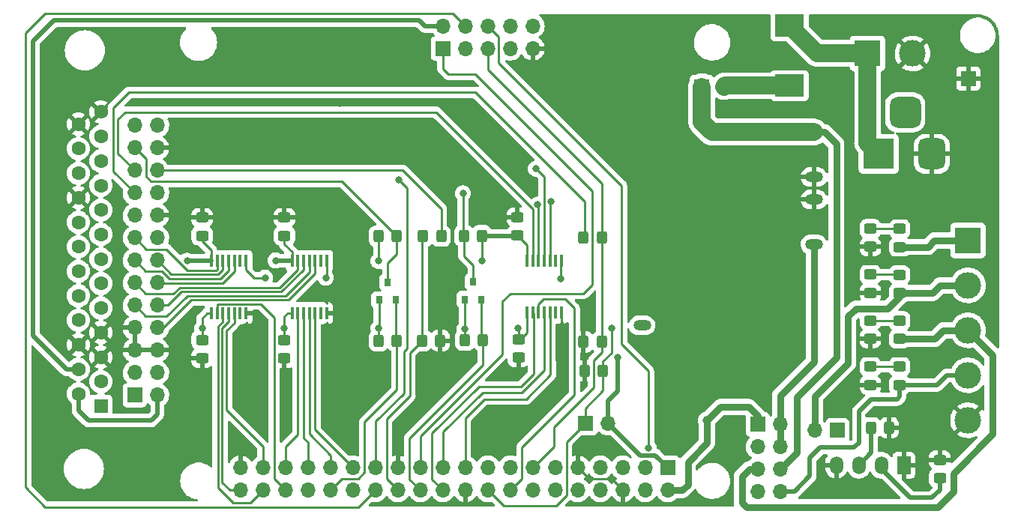
<source format=gbr>
G04 #@! TF.GenerationSoftware,KiCad,Pcbnew,(6.0.4-0)*
G04 #@! TF.CreationDate,2022-04-08T08:31:38+02:00*
G04 #@! TF.ProjectId,FluCom2,466c7543-6f6d-4322-9e6b-696361645f70,2.3*
G04 #@! TF.SameCoordinates,Original*
G04 #@! TF.FileFunction,Copper,L1,Top*
G04 #@! TF.FilePolarity,Positive*
%FSLAX46Y46*%
G04 Gerber Fmt 4.6, Leading zero omitted, Abs format (unit mm)*
G04 Created by KiCad (PCBNEW (6.0.4-0)) date 2022-04-08 08:31:38*
%MOMM*%
%LPD*%
G01*
G04 APERTURE LIST*
G04 Aperture macros list*
%AMRoundRect*
0 Rectangle with rounded corners*
0 $1 Rounding radius*
0 $2 $3 $4 $5 $6 $7 $8 $9 X,Y pos of 4 corners*
0 Add a 4 corners polygon primitive as box body*
4,1,4,$2,$3,$4,$5,$6,$7,$8,$9,$2,$3,0*
0 Add four circle primitives for the rounded corners*
1,1,$1+$1,$2,$3*
1,1,$1+$1,$4,$5*
1,1,$1+$1,$6,$7*
1,1,$1+$1,$8,$9*
0 Add four rect primitives between the rounded corners*
20,1,$1+$1,$2,$3,$4,$5,0*
20,1,$1+$1,$4,$5,$6,$7,0*
20,1,$1+$1,$6,$7,$8,$9,0*
20,1,$1+$1,$8,$9,$2,$3,0*%
G04 Aperture macros list end*
G04 #@! TA.AperFunction,SMDPad,CuDef*
%ADD10RoundRect,0.250000X-0.450000X0.325000X-0.450000X-0.325000X0.450000X-0.325000X0.450000X0.325000X0*%
G04 #@! TD*
G04 #@! TA.AperFunction,SMDPad,CuDef*
%ADD11RoundRect,0.250000X0.450000X-0.325000X0.450000X0.325000X-0.450000X0.325000X-0.450000X-0.325000X0*%
G04 #@! TD*
G04 #@! TA.AperFunction,SMDPad,CuDef*
%ADD12R,3.300000X2.500000*%
G04 #@! TD*
G04 #@! TA.AperFunction,ComponentPad*
%ADD13R,1.700000X1.700000*%
G04 #@! TD*
G04 #@! TA.AperFunction,ComponentPad*
%ADD14O,1.700000X1.700000*%
G04 #@! TD*
G04 #@! TA.AperFunction,ComponentPad*
%ADD15R,3.500000X3.500000*%
G04 #@! TD*
G04 #@! TA.AperFunction,ComponentPad*
%ADD16RoundRect,0.750000X0.750000X1.000000X-0.750000X1.000000X-0.750000X-1.000000X0.750000X-1.000000X0*%
G04 #@! TD*
G04 #@! TA.AperFunction,ComponentPad*
%ADD17RoundRect,0.875000X0.875000X0.875000X-0.875000X0.875000X-0.875000X-0.875000X0.875000X-0.875000X0*%
G04 #@! TD*
G04 #@! TA.AperFunction,ComponentPad*
%ADD18R,3.000000X3.000000*%
G04 #@! TD*
G04 #@! TA.AperFunction,ComponentPad*
%ADD19C,3.000000*%
G04 #@! TD*
G04 #@! TA.AperFunction,SMDPad,CuDef*
%ADD20R,0.800000X0.900000*%
G04 #@! TD*
G04 #@! TA.AperFunction,SMDPad,CuDef*
%ADD21RoundRect,0.250000X0.325000X0.450000X-0.325000X0.450000X-0.325000X-0.450000X0.325000X-0.450000X0*%
G04 #@! TD*
G04 #@! TA.AperFunction,SMDPad,CuDef*
%ADD22R,0.450000X1.450000*%
G04 #@! TD*
G04 #@! TA.AperFunction,ComponentPad*
%ADD23R,1.500000X2.000000*%
G04 #@! TD*
G04 #@! TA.AperFunction,ComponentPad*
%ADD24O,1.500000X2.000000*%
G04 #@! TD*
G04 #@! TA.AperFunction,SMDPad,CuDef*
%ADD25RoundRect,0.250000X-0.325000X-0.450000X0.325000X-0.450000X0.325000X0.450000X-0.325000X0.450000X0*%
G04 #@! TD*
G04 #@! TA.AperFunction,ComponentPad*
%ADD26R,1.600000X1.600000*%
G04 #@! TD*
G04 #@! TA.AperFunction,ComponentPad*
%ADD27C,1.600000*%
G04 #@! TD*
G04 #@! TA.AperFunction,ComponentPad*
%ADD28O,2.000000X1.200000*%
G04 #@! TD*
G04 #@! TA.AperFunction,ViaPad*
%ADD29C,0.800000*%
G04 #@! TD*
G04 #@! TA.AperFunction,ViaPad*
%ADD30C,1.000000*%
G04 #@! TD*
G04 #@! TA.AperFunction,Conductor*
%ADD31C,0.250000*%
G04 #@! TD*
G04 #@! TA.AperFunction,Conductor*
%ADD32C,0.500000*%
G04 #@! TD*
G04 #@! TA.AperFunction,Conductor*
%ADD33C,0.249987*%
G04 #@! TD*
G04 #@! TA.AperFunction,Conductor*
%ADD34C,0.800000*%
G04 #@! TD*
G04 #@! TA.AperFunction,Conductor*
%ADD35C,2.000000*%
G04 #@! TD*
G04 APERTURE END LIST*
D10*
X80400000Y-121075000D03*
X80400000Y-123125000D03*
X89700000Y-121075000D03*
X89700000Y-123125000D03*
D11*
X89700000Y-109300000D03*
X89700000Y-107250000D03*
D10*
X163703000Y-134611000D03*
X163703000Y-136661000D03*
D11*
X155875000Y-115735000D03*
X155875000Y-113685000D03*
D10*
X155875000Y-124100000D03*
X155875000Y-126150000D03*
D11*
X155875000Y-120920000D03*
X155875000Y-118870000D03*
X155875000Y-110550000D03*
X155875000Y-108500000D03*
D12*
X146750000Y-92350000D03*
X146750000Y-85550000D03*
D13*
X133000000Y-135500000D03*
D14*
X133000000Y-138040000D03*
X130460000Y-135500000D03*
X130460000Y-138040000D03*
X127920000Y-135500000D03*
X127920000Y-138040000D03*
X125380000Y-135500000D03*
X125380000Y-138040000D03*
X122840000Y-135500000D03*
X122840000Y-138040000D03*
X120300000Y-135500000D03*
X120300000Y-138040000D03*
X117760000Y-135500000D03*
X117760000Y-138040000D03*
X115220000Y-135500000D03*
X115220000Y-138040000D03*
X112680000Y-135500000D03*
X112680000Y-138040000D03*
X110140000Y-135500000D03*
X110140000Y-138040000D03*
X107600000Y-135500000D03*
X107600000Y-138040000D03*
X105060000Y-135500000D03*
X105060000Y-138040000D03*
X102520000Y-135500000D03*
X102520000Y-138040000D03*
X99980000Y-135500000D03*
X99980000Y-138040000D03*
X97440000Y-135500000D03*
X97440000Y-138040000D03*
X94900000Y-135500000D03*
X94900000Y-138040000D03*
X92360000Y-135500000D03*
X92360000Y-138040000D03*
X89820000Y-135500000D03*
X89820000Y-138040000D03*
X87280000Y-135500000D03*
X87280000Y-138040000D03*
X84740000Y-135500000D03*
X84740000Y-138040000D03*
D13*
X72785000Y-127325000D03*
D14*
X72785000Y-124785000D03*
X72785000Y-122245000D03*
X72785000Y-119705000D03*
X72785000Y-117165000D03*
X72785000Y-114625000D03*
X72785000Y-112085000D03*
X72785000Y-109545000D03*
X72785000Y-107005000D03*
X72785000Y-104465000D03*
X72785000Y-101925000D03*
X72785000Y-99385000D03*
X72785000Y-96845000D03*
X75325000Y-127325000D03*
X75325000Y-124785000D03*
X75325000Y-122245000D03*
X75325000Y-119705000D03*
X75325000Y-117165000D03*
X75325000Y-114625000D03*
X75325000Y-112085000D03*
X75325000Y-109545000D03*
X75325000Y-107005000D03*
X75325000Y-104465000D03*
X75325000Y-101925000D03*
X75325000Y-99385000D03*
X75325000Y-96845000D03*
D15*
X156814000Y-100050000D03*
D16*
X162814000Y-100050000D03*
D17*
X159814000Y-95350000D03*
D18*
X166900000Y-109825000D03*
D19*
X166900000Y-114905000D03*
X166900000Y-119985000D03*
X166900000Y-125065000D03*
X166900000Y-130145000D03*
D18*
X155560000Y-88700000D03*
D19*
X160640000Y-88700000D03*
D13*
X152146000Y-131300000D03*
D14*
X149606000Y-131300000D03*
D20*
X110050000Y-116500000D03*
X111950000Y-116500000D03*
X111000000Y-114500000D03*
D11*
X159175000Y-115766666D03*
X159175000Y-113716666D03*
X159175000Y-120958332D03*
X159175000Y-118908332D03*
X159175000Y-110575000D03*
X159175000Y-108525000D03*
D21*
X112125000Y-121100000D03*
X110075000Y-121100000D03*
X107300000Y-121150000D03*
X105250000Y-121150000D03*
D13*
X166925000Y-91525000D03*
D22*
X81450000Y-118050000D03*
X82100000Y-118050000D03*
X82750000Y-118050000D03*
X83400000Y-118050000D03*
X84050000Y-118050000D03*
X84700000Y-118050000D03*
X85350000Y-118050000D03*
X85350000Y-112150000D03*
X84700000Y-112150000D03*
X84050000Y-112150000D03*
X83400000Y-112150000D03*
X82750000Y-112150000D03*
X82100000Y-112150000D03*
X81450000Y-112150000D03*
X90550000Y-118050000D03*
X91200000Y-118050000D03*
X91850000Y-118050000D03*
X92500000Y-118050000D03*
X93150000Y-118050000D03*
X93800000Y-118050000D03*
X94450000Y-118050000D03*
X94450000Y-112150000D03*
X93800000Y-112150000D03*
X93150000Y-112150000D03*
X92500000Y-112150000D03*
X91850000Y-112150000D03*
X91200000Y-112150000D03*
X90550000Y-112150000D03*
D23*
X159650000Y-135225000D03*
D24*
X157110000Y-135225000D03*
X154570000Y-135225000D03*
X152030000Y-135225000D03*
D21*
X102377000Y-121150000D03*
X100327000Y-121150000D03*
X102377000Y-109350000D03*
X100327000Y-109350000D03*
D20*
X100402000Y-116550000D03*
X102302000Y-116550000D03*
X101352000Y-114550000D03*
D25*
X109950000Y-109300000D03*
X112000000Y-109300000D03*
X123625001Y-124550001D03*
X125675001Y-124550001D03*
D11*
X80400000Y-109300000D03*
X80400000Y-107250000D03*
D10*
X116127000Y-121022000D03*
X116127000Y-123072000D03*
D11*
X116000000Y-109247000D03*
X116000000Y-107197000D03*
D22*
X117098000Y-117997000D03*
X117748000Y-117997000D03*
X118398000Y-117997000D03*
X119048000Y-117997000D03*
X119698000Y-117997000D03*
X120348000Y-117997000D03*
X120998000Y-117997000D03*
X120998000Y-112097000D03*
X120348000Y-112097000D03*
X119698000Y-112097000D03*
X119048000Y-112097000D03*
X118398000Y-112097000D03*
X117748000Y-112097000D03*
X117098000Y-112097000D03*
D25*
X155950000Y-131000000D03*
X158000000Y-131000000D03*
D11*
X159175000Y-126150000D03*
X159175000Y-124100000D03*
D26*
X68961000Y-128550000D03*
D27*
X68961000Y-125780000D03*
X68961000Y-123010000D03*
X68961000Y-120240000D03*
X68961000Y-117470000D03*
X68961000Y-114700000D03*
X68961000Y-111930000D03*
X68961000Y-109160000D03*
X68961000Y-106390000D03*
X68961000Y-103620000D03*
X68961000Y-100850000D03*
X68961000Y-98080000D03*
X68961000Y-95310000D03*
X66421000Y-127165000D03*
X66421000Y-124395000D03*
X66421000Y-121625000D03*
X66421000Y-118855000D03*
X66421000Y-116085000D03*
X66421000Y-113315000D03*
X66421000Y-110545000D03*
X66421000Y-107775000D03*
X66421000Y-105005000D03*
X66421000Y-102235000D03*
X66421000Y-99465000D03*
X66421000Y-96695000D03*
D13*
X123710000Y-130500000D03*
D14*
X126250000Y-130500000D03*
D21*
X125525000Y-109500000D03*
X123475000Y-109500000D03*
D25*
X105350000Y-109350000D03*
X107400000Y-109350000D03*
X123475000Y-121300000D03*
X125525000Y-121300000D03*
D13*
X143150000Y-130600000D03*
D14*
X145690000Y-130600000D03*
X143150000Y-133140000D03*
X145690000Y-133140000D03*
X143150000Y-135680000D03*
X145690000Y-135680000D03*
X143150000Y-138220000D03*
X145690000Y-138220000D03*
D28*
X149500000Y-97590000D03*
X149500000Y-102670000D03*
X149500000Y-105210000D03*
X149500000Y-110290000D03*
X130094000Y-119434000D03*
D13*
X136825000Y-92450000D03*
D14*
X139365000Y-92450000D03*
D13*
X107574000Y-88143000D03*
D14*
X107574000Y-85603000D03*
X110114000Y-88143000D03*
X110114000Y-85603000D03*
X112654000Y-88143000D03*
X112654000Y-85603000D03*
X115194000Y-88143000D03*
X115194000Y-85603000D03*
X117734000Y-88143000D03*
X117734000Y-85603000D03*
D29*
X100330000Y-119761000D03*
X127343493Y-123042991D03*
X89700000Y-119723000D03*
X116078000Y-119786400D03*
X80400000Y-119752000D03*
X110050000Y-119820000D03*
D30*
X86900000Y-109500000D03*
X86850000Y-126350000D03*
X152196800Y-128828800D03*
X107797600Y-100838000D03*
X123850400Y-117754400D03*
X120269000Y-126746000D03*
X162052000Y-123037600D03*
X141448000Y-115275000D03*
X95910400Y-94234000D03*
X96418400Y-130098800D03*
X140868400Y-131826000D03*
X106172000Y-126238000D03*
X96520000Y-126288800D03*
X113919000Y-125095000D03*
X89865200Y-126339600D03*
X137414000Y-130175000D03*
D29*
X112014000Y-112141000D03*
X78711599Y-112129401D03*
X100330000Y-112141000D03*
X88700000Y-112100000D03*
X102616000Y-102997000D03*
X130810000Y-133262500D03*
X126619000Y-119761000D03*
X87503000Y-114046000D03*
X94361000Y-114046000D03*
X120904000Y-114173000D03*
X118316618Y-105791781D03*
X109855000Y-104521000D03*
X118110000Y-101727000D03*
X119761000Y-105410000D03*
D31*
X89700000Y-118425000D02*
X89700000Y-119723000D01*
X90550000Y-118050000D02*
X90075000Y-118050000D01*
D32*
X127343493Y-126859707D02*
X127343493Y-123042991D01*
D31*
X81450000Y-118050000D02*
X80975000Y-118050000D01*
X110050000Y-116500000D02*
X110050000Y-119820000D01*
X80400000Y-119752000D02*
X80400000Y-120500000D01*
D32*
X131612000Y-134112000D02*
X133000000Y-135500000D01*
X126250000Y-130500000D02*
X129862000Y-134112000D01*
D31*
X100402000Y-119689000D02*
X100330000Y-119761000D01*
D32*
X126250000Y-127953200D02*
X127343493Y-126859707D01*
D31*
X89700000Y-119723000D02*
X89700000Y-120500000D01*
D32*
X129862000Y-134112000D02*
X131612000Y-134112000D01*
D31*
X117098000Y-120265000D02*
X117098000Y-117997000D01*
X80400000Y-118625000D02*
X80400000Y-119752000D01*
X100330000Y-121147000D02*
X100330000Y-119761000D01*
D33*
X116127000Y-119835400D02*
X116078000Y-119786400D01*
X116127000Y-121022000D02*
X116127000Y-119835400D01*
D31*
X116586000Y-120777000D02*
X117098000Y-120265000D01*
X100402000Y-116550000D02*
X100402000Y-119689000D01*
X110050000Y-119820000D02*
X110050000Y-121075000D01*
X80975000Y-118050000D02*
X80400000Y-118625000D01*
X90075000Y-118050000D02*
X89700000Y-118425000D01*
X80400000Y-120500000D02*
X80400000Y-121075000D01*
X89700000Y-120500000D02*
X89700000Y-121075000D01*
D32*
X126250000Y-130500000D02*
X126250000Y-127953200D01*
D31*
X126633600Y-136753600D02*
X127920000Y-138040000D01*
X120998000Y-117997000D02*
X120998000Y-119423200D01*
X120998000Y-119423200D02*
X121005600Y-119430800D01*
X124093600Y-136753600D02*
X126633600Y-136753600D01*
X122840000Y-135500000D02*
X124093600Y-136753600D01*
D34*
X163098000Y-109825000D02*
X162348000Y-110575000D01*
D31*
X89700000Y-110274000D02*
X90550000Y-111124000D01*
D34*
X138938000Y-128651000D02*
X137414000Y-130175000D01*
D31*
X80400000Y-109300000D02*
X80400000Y-109900000D01*
D34*
X135255000Y-134874000D02*
X135255000Y-137414000D01*
D32*
X112047000Y-109347000D02*
X116078000Y-109347000D01*
D31*
X81450000Y-110950000D02*
X81450000Y-112150000D01*
D34*
X137414000Y-130175000D02*
X137414000Y-132715000D01*
X143150000Y-130600000D02*
X143150000Y-129688000D01*
D31*
X90550000Y-111124000D02*
X90550000Y-112150000D01*
D34*
X142113000Y-128651000D02*
X138938000Y-128651000D01*
D32*
X90524999Y-112150000D02*
X90474999Y-112100000D01*
D31*
X112014000Y-109314000D02*
X112014000Y-112141000D01*
D33*
X117098000Y-112097000D02*
X117098000Y-110367000D01*
D31*
X80400000Y-109900000D02*
X81450000Y-110950000D01*
D32*
X78732198Y-112150000D02*
X78711599Y-112129401D01*
D34*
X137414000Y-132715000D02*
X135255000Y-134874000D01*
X143150000Y-129688000D02*
X142113000Y-128651000D01*
D32*
X81424999Y-112150000D02*
X78732198Y-112150000D01*
D31*
X100327000Y-109350000D02*
X100327000Y-112138000D01*
D33*
X117098000Y-110367000D02*
X116078000Y-109347000D01*
D34*
X134629000Y-138040000D02*
X133000000Y-138040000D01*
D32*
X100327000Y-112138000D02*
X100330000Y-112141000D01*
D31*
X89700000Y-109300000D02*
X89700000Y-110274000D01*
D34*
X166900000Y-109825000D02*
X163098000Y-109825000D01*
X162348000Y-110575000D02*
X159175000Y-110575000D01*
X135255000Y-137414000D02*
X134629000Y-138040000D01*
D32*
X90474999Y-112100000D02*
X88700000Y-112100000D01*
X157110000Y-135647000D02*
X160388000Y-138925000D01*
X163703000Y-138049000D02*
X163703000Y-136661000D01*
X162827000Y-138925000D02*
X163703000Y-138049000D01*
X160388000Y-138925000D02*
X162827000Y-138925000D01*
X155950000Y-133845000D02*
X155950000Y-131000000D01*
X154570000Y-135225000D02*
X155950000Y-133845000D01*
D33*
X155875000Y-113685000D02*
X159143334Y-113685000D01*
X159175000Y-124100000D02*
X155875000Y-124100000D01*
D35*
X155560000Y-88700000D02*
X155560000Y-98796000D01*
X155560000Y-98796000D02*
X156814000Y-100050000D01*
X155560000Y-88700000D02*
X149900000Y-88700000D01*
X149900000Y-88700000D02*
X146750000Y-85550000D01*
D33*
X155875000Y-118870000D02*
X159136668Y-118870000D01*
D35*
X139465000Y-92350000D02*
X139365000Y-92450000D01*
X146750000Y-92350000D02*
X139465000Y-92350000D01*
D33*
X155875000Y-108500000D02*
X159150000Y-108500000D01*
X111277400Y-91059000D02*
X108204000Y-91059000D01*
X115189000Y-115824000D02*
X123444000Y-115824000D01*
X114300000Y-116713000D02*
X115189000Y-115824000D01*
X107574000Y-90429000D02*
X107574000Y-88143000D01*
X108204000Y-91059000D02*
X107574000Y-90429000D01*
X123444000Y-115824000D02*
X124460000Y-114808000D01*
X105060000Y-131922000D02*
X114300000Y-122682000D01*
X105060000Y-135500000D02*
X105060000Y-131922000D01*
X114300000Y-122682000D02*
X114300000Y-116713000D01*
X124460000Y-104241600D02*
X111277400Y-91059000D01*
X124460000Y-114808000D02*
X124460000Y-104241600D01*
X99980000Y-135500000D02*
X99980000Y-130271000D01*
X103174800Y-127076200D02*
X103174800Y-122377200D01*
X99980000Y-130271000D02*
X103174800Y-127076200D01*
X103174800Y-122377200D02*
X103530400Y-122021600D01*
X103530400Y-122021600D02*
X103530400Y-103911400D01*
X103530400Y-103911400D02*
X102616000Y-102997000D01*
X99980000Y-138040000D02*
X98066000Y-139954000D01*
X62661800Y-84201000D02*
X108712000Y-84201000D01*
X60452000Y-137718800D02*
X60452000Y-86410800D01*
X108712000Y-84201000D02*
X110114000Y-85603000D01*
X98066000Y-139954000D02*
X62687200Y-139954000D01*
X60452000Y-86410800D02*
X62661800Y-84201000D01*
X62687200Y-139954000D02*
X60452000Y-137718800D01*
X127762000Y-121539000D02*
X130810000Y-124587000D01*
X130810000Y-124587000D02*
X130810000Y-133262500D01*
X112654000Y-85603000D02*
X113893600Y-86842600D01*
X113893600Y-89763600D02*
X127762000Y-103632000D01*
X113893600Y-86842600D02*
X113893600Y-89763600D01*
X127762000Y-103632000D02*
X127762000Y-121539000D01*
D31*
X122428000Y-117475000D02*
X122428000Y-127304800D01*
X118961000Y-116459000D02*
X121412000Y-116459000D01*
X122428000Y-127304800D02*
X116500000Y-133232800D01*
X116500000Y-133232800D02*
X116500000Y-136760000D01*
X118398000Y-117022000D02*
X118961000Y-116459000D01*
X116500000Y-136760000D02*
X115220000Y-138040000D01*
X121412000Y-116459000D02*
X122428000Y-117475000D01*
X118398000Y-117997000D02*
X118398000Y-117022000D01*
D33*
X125675001Y-124550001D02*
X125675001Y-126800999D01*
X112680000Y-138040000D02*
X114441600Y-139801600D01*
X86233000Y-114046000D02*
X87503000Y-114046000D01*
X126619000Y-119761000D02*
X126619000Y-122504200D01*
X123710000Y-128766000D02*
X123710000Y-130500000D01*
X120904000Y-114173000D02*
X120904000Y-112191000D01*
X125675001Y-126800999D02*
X123710000Y-128766000D01*
X121564400Y-138658600D02*
X121564400Y-132645600D01*
X94450000Y-113957000D02*
X94361000Y-114046000D01*
X126619000Y-122504200D02*
X125675001Y-123448199D01*
X114441600Y-139801600D02*
X120421400Y-139801600D01*
X85350000Y-112150000D02*
X85350000Y-113163000D01*
X125675001Y-123448199D02*
X125675001Y-124550001D01*
X85350000Y-113163000D02*
X86233000Y-114046000D01*
X120421400Y-139801600D02*
X121564400Y-138658600D01*
X121564400Y-132645600D02*
X123710000Y-130500000D01*
X94450000Y-112150000D02*
X94450000Y-113957000D01*
D31*
X119698000Y-123637898D02*
X119750000Y-123689898D01*
X119698000Y-117997000D02*
X119698000Y-123637898D01*
X119750000Y-123689898D02*
X119750000Y-125000000D01*
X112268000Y-127762000D02*
X110140000Y-129890000D01*
X116988000Y-127762000D02*
X112268000Y-127762000D01*
X119750000Y-125000000D02*
X116988000Y-127762000D01*
X110140000Y-129890000D02*
X110140000Y-135500000D01*
X119048000Y-124452000D02*
X119048000Y-117997000D01*
X107600000Y-135500000D02*
X107600000Y-131464800D01*
X107600000Y-131464800D02*
X112064800Y-127000000D01*
X116500000Y-127000000D02*
X119048000Y-124452000D01*
X112064800Y-127000000D02*
X116500000Y-127000000D01*
X117848489Y-124901511D02*
X117848489Y-118097489D01*
X106375200Y-131623494D02*
X111633694Y-126365000D01*
X117848489Y-118097489D02*
X117748000Y-117997000D01*
X111633694Y-126365000D02*
X116385000Y-126365000D01*
X106375200Y-136815200D02*
X106375200Y-131623494D01*
X116385000Y-126365000D02*
X117848489Y-124901511D01*
X107600000Y-138040000D02*
X106375200Y-136815200D01*
X105060000Y-138040000D02*
X103835200Y-136815200D01*
X103835200Y-136815200D02*
X103835200Y-132164800D01*
X103835200Y-132164800D02*
X112125000Y-123875000D01*
X111950000Y-116500000D02*
X111950000Y-120925000D01*
X112125000Y-123875000D02*
X112125000Y-121100000D01*
X101250000Y-136770000D02*
X101250000Y-130020978D01*
X103885489Y-127385489D02*
X103885489Y-122514511D01*
X102520000Y-138040000D02*
X101250000Y-136770000D01*
X101250000Y-130020978D02*
X103885489Y-127385489D01*
X105250000Y-121150000D02*
X105250000Y-109450000D01*
X103885489Y-122514511D02*
X105250000Y-121150000D01*
D34*
X145669000Y-127381000D02*
X145690000Y-127402000D01*
X145690000Y-127402000D02*
X145690000Y-130600000D01*
X149500000Y-110290000D02*
X149500000Y-123550000D01*
X149500000Y-123550000D02*
X145669000Y-127381000D01*
X145690000Y-130600000D02*
X145690000Y-133140000D01*
D31*
X93150000Y-118050000D02*
X93150000Y-131210000D01*
X93150000Y-131210000D02*
X97440000Y-135500000D01*
X92506800Y-131706800D02*
X94900000Y-134100000D01*
X92506800Y-118056800D02*
X92506800Y-131706800D01*
X92500000Y-118050000D02*
X92506800Y-118056800D01*
X94900000Y-134100000D02*
X94900000Y-135500000D01*
X102302000Y-116550000D02*
X102302000Y-121075000D01*
X98750000Y-130358000D02*
X102377000Y-126731000D01*
X102377000Y-126731000D02*
X102377000Y-121150000D01*
X98750000Y-136000000D02*
X98750000Y-130358000D01*
X98000000Y-136750000D02*
X98750000Y-136000000D01*
X94900000Y-138040000D02*
X96190000Y-136750000D01*
X96190000Y-136750000D02*
X98000000Y-136750000D01*
X91850000Y-132150000D02*
X92360000Y-132660000D01*
X92360000Y-132660000D02*
X92360000Y-135500000D01*
X91850000Y-118050000D02*
X91850000Y-132150000D01*
X89820000Y-135500000D02*
X89820000Y-133130000D01*
X91200000Y-131750000D02*
X91200000Y-118050000D01*
X89820000Y-133130000D02*
X91200000Y-131750000D01*
X88550000Y-118522000D02*
X88550000Y-136770000D01*
X88550000Y-136770000D02*
X89820000Y-138040000D01*
X82174511Y-117000489D02*
X87028489Y-117000489D01*
X82100000Y-118050000D02*
X82100000Y-117075000D01*
X82100000Y-117075000D02*
X82174511Y-117000489D01*
X87028489Y-117000489D02*
X88550000Y-118522000D01*
X84050000Y-119125000D02*
X84050000Y-118050000D01*
X83150000Y-120025000D02*
X84050000Y-119125000D01*
X83150000Y-129000000D02*
X83150000Y-120025000D01*
X87280000Y-133130000D02*
X83150000Y-129000000D01*
X87280000Y-135500000D02*
X87280000Y-133130000D01*
X82750000Y-119025000D02*
X82750000Y-118050000D01*
X83900000Y-139500000D02*
X82199978Y-137799978D01*
X82199978Y-119575022D02*
X82750000Y-119025000D01*
X85820000Y-139500000D02*
X83900000Y-139500000D01*
X87280000Y-138040000D02*
X85820000Y-139500000D01*
X82199978Y-137799978D02*
X82199978Y-119575022D01*
X82649989Y-137152070D02*
X82649989Y-119775011D01*
X82649989Y-119775011D02*
X83400000Y-119025000D01*
X84740000Y-138040000D02*
X83537919Y-138040000D01*
X83537919Y-138040000D02*
X82649989Y-137152070D01*
X83400000Y-119025000D02*
X83400000Y-118050000D01*
D35*
X136825000Y-92450000D02*
X136825000Y-96439000D01*
D34*
X150676000Y-97590000D02*
X149500000Y-97590000D01*
X147574000Y-133796000D02*
X147574000Y-127508000D01*
D35*
X137976000Y-97590000D02*
X149500000Y-97590000D01*
D34*
X152019000Y-123063000D02*
X152019000Y-98933000D01*
X147574000Y-127508000D02*
X152019000Y-123063000D01*
X145690000Y-135680000D02*
X147574000Y-133796000D01*
X152019000Y-98933000D02*
X150676000Y-97590000D01*
D35*
X136825000Y-96439000D02*
X137976000Y-97590000D01*
D34*
X163733000Y-114905000D02*
X162871334Y-115766666D01*
X162871334Y-115766666D02*
X159175000Y-115766666D01*
X153365200Y-123698000D02*
X149707600Y-127355600D01*
D32*
X61264800Y-120573800D02*
X65086000Y-124395000D01*
D34*
X154228800Y-117551200D02*
X153365200Y-118414800D01*
D32*
X61264800Y-87325200D02*
X61264800Y-120573800D01*
D34*
X149606000Y-127457200D02*
X149606000Y-131300000D01*
D32*
X107574000Y-85603000D02*
X105542000Y-85603000D01*
D34*
X159175000Y-115766666D02*
X159175000Y-116211800D01*
D32*
X105542000Y-85603000D02*
X104902000Y-84963000D01*
D34*
X153365200Y-118414800D02*
X153365200Y-123698000D01*
X157835600Y-117551200D02*
X154228800Y-117551200D01*
D32*
X63627000Y-84963000D02*
X61264800Y-87325200D01*
X65086000Y-124395000D02*
X66421000Y-124395000D01*
D34*
X166900000Y-114905000D02*
X163733000Y-114905000D01*
D32*
X104902000Y-84963000D02*
X63627000Y-84963000D01*
D34*
X159175000Y-116211800D02*
X157835600Y-117551200D01*
D31*
X78716533Y-116101467D02*
X76403200Y-118414800D01*
X89790933Y-116101467D02*
X78716533Y-116101467D01*
X92500000Y-112150000D02*
X92500000Y-113392400D01*
X92500000Y-113392400D02*
X89790933Y-116101467D01*
X74034800Y-118414800D02*
X72785000Y-117165000D01*
X76403200Y-118414800D02*
X74034800Y-118414800D01*
X91200000Y-112150000D02*
X91200000Y-113125000D01*
X91200000Y-113125000D02*
X89146021Y-115178979D01*
X89146021Y-115178979D02*
X77860317Y-115178979D01*
X74034800Y-115874800D02*
X72785000Y-114625000D01*
X77164496Y-115874800D02*
X74034800Y-115874800D01*
X77860317Y-115178979D02*
X77164496Y-115874800D01*
X76708000Y-114173000D02*
X82472000Y-114173000D01*
X72785000Y-112085000D02*
X74034800Y-113334800D01*
X82472000Y-114173000D02*
X83400000Y-113245000D01*
X83400000Y-113245000D02*
X83400000Y-112150000D01*
X74034800Y-113334800D02*
X75869800Y-113334800D01*
X75869800Y-113334800D02*
X76708000Y-114173000D01*
X76403200Y-110845600D02*
X78757111Y-113199511D01*
X82100000Y-113099022D02*
X82100000Y-112150000D01*
X78757111Y-113199511D02*
X81999511Y-113199511D01*
X74085600Y-110845600D02*
X76403200Y-110845600D01*
X72785000Y-109545000D02*
X74085600Y-110845600D01*
X81999511Y-113199511D02*
X82100000Y-113099022D01*
X118398000Y-105873163D02*
X118316618Y-105791781D01*
X118398000Y-112097000D02*
X118398000Y-105873163D01*
X70358000Y-94869000D02*
X72136000Y-93091000D01*
X111252000Y-93091000D02*
X123571000Y-105410000D01*
X72136000Y-93091000D02*
X111252000Y-93091000D01*
X70358000Y-102038000D02*
X70358000Y-94869000D01*
X72785000Y-104465000D02*
X70358000Y-102038000D01*
X123571000Y-105410000D02*
X123571000Y-109404000D01*
X70866000Y-100006000D02*
X70866000Y-96164400D01*
X72785000Y-101925000D02*
X70866000Y-100006000D01*
X71678800Y-95351600D02*
X106851837Y-95351600D01*
X117748000Y-106247763D02*
X117748000Y-112097000D01*
X70866000Y-96164400D02*
X71678800Y-95351600D01*
X106851837Y-95351600D02*
X117748000Y-106247763D01*
X74625200Y-103174800D02*
X96201800Y-103174800D01*
X72785000Y-99385000D02*
X74041000Y-100641000D01*
X74041000Y-102590600D02*
X74625200Y-103174800D01*
X102377000Y-109350000D02*
X102377000Y-111364000D01*
X74041000Y-100641000D02*
X74041000Y-102590600D01*
X102377000Y-111364000D02*
X101352000Y-112389000D01*
X101352000Y-112389000D02*
X101352000Y-114550000D01*
X96201800Y-103174800D02*
X102377000Y-109350000D01*
D34*
X166900000Y-119985000D02*
X164114000Y-119985000D01*
X165227000Y-136144000D02*
X169672000Y-131699000D01*
D32*
X67589400Y-130200400D02*
X74650600Y-130200400D01*
D34*
X169672000Y-131699000D02*
X169672000Y-122757000D01*
X169672000Y-122757000D02*
X166900000Y-119985000D01*
X141351000Y-139446000D02*
X141859000Y-139954000D01*
X141351000Y-136525000D02*
X141351000Y-139446000D01*
X163449000Y-139954000D02*
X165227000Y-138176000D01*
D32*
X66421000Y-129032000D02*
X67589400Y-130200400D01*
X66421000Y-128447800D02*
X66421000Y-129032000D01*
D34*
X142196000Y-135680000D02*
X141351000Y-136525000D01*
D32*
X66421000Y-127165000D02*
X66421000Y-128447800D01*
D34*
X165227000Y-138176000D02*
X165227000Y-136144000D01*
X141859000Y-139954000D02*
X163449000Y-139954000D01*
X164114000Y-119985000D02*
X163140668Y-120958332D01*
D32*
X75325000Y-129526000D02*
X75325000Y-127325000D01*
D34*
X143150000Y-135680000D02*
X142196000Y-135680000D01*
D32*
X74650600Y-130200400D02*
X75325000Y-129526000D01*
D34*
X163140668Y-120958332D02*
X159175000Y-120958332D01*
D31*
X90205022Y-116550978D02*
X79156022Y-116550978D01*
X79156022Y-116550978D02*
X76002000Y-119705000D01*
X93150000Y-112150000D02*
X93150000Y-113606000D01*
X93150000Y-113606000D02*
X90205022Y-116550978D01*
X76527081Y-117165000D02*
X75325000Y-117165000D01*
X78063592Y-115628489D02*
X76527081Y-117165000D01*
X91850000Y-112150000D02*
X91850000Y-113125000D01*
X91850000Y-113125000D02*
X89346511Y-115628489D01*
X89346511Y-115628489D02*
X78063592Y-115628489D01*
X84050000Y-113308000D02*
X84050000Y-112150000D01*
X75381000Y-114681000D02*
X82677000Y-114681000D01*
X82677000Y-114681000D02*
X84050000Y-113308000D01*
X82210000Y-113665000D02*
X76905000Y-113665000D01*
X82750000Y-113125000D02*
X82210000Y-113665000D01*
X82750000Y-112150000D02*
X82750000Y-113125000D01*
X76905000Y-113665000D02*
X75325000Y-112085000D01*
D32*
X149047200Y-134366000D02*
X150164800Y-133248400D01*
X158877000Y-127762000D02*
X159175000Y-127464000D01*
X145690000Y-138220000D02*
X147276000Y-138220000D01*
X159175000Y-126150000D02*
X163410000Y-126150000D01*
X154559000Y-132715000D02*
X154559000Y-129159000D01*
X149047200Y-136448800D02*
X149047200Y-134366000D01*
X150164800Y-133248400D02*
X154025600Y-133248400D01*
X164495000Y-125065000D02*
X166900000Y-125065000D01*
X163410000Y-126150000D02*
X164495000Y-125065000D01*
X154559000Y-129159000D02*
X155956000Y-127762000D01*
X159175000Y-127464000D02*
X159175000Y-126150000D01*
X154025600Y-133248400D02*
X154559000Y-132715000D01*
X155956000Y-127762000D02*
X158877000Y-127762000D01*
X147276000Y-138220000D02*
X149047200Y-136448800D01*
D31*
X111000000Y-112651000D02*
X111000000Y-114500000D01*
X109950000Y-109300000D02*
X109950000Y-111601000D01*
X109855000Y-104521000D02*
X109855000Y-109205000D01*
X109950000Y-111601000D02*
X111000000Y-112651000D01*
X103047800Y-101904800D02*
X107400000Y-106257000D01*
X75345200Y-101904800D02*
X103047800Y-101904800D01*
X75325000Y-101925000D02*
X75345200Y-101904800D01*
X107400000Y-106257000D02*
X107400000Y-109350000D01*
X119036499Y-105710099D02*
X119036499Y-102653499D01*
X119036499Y-102653499D02*
X118110000Y-101727000D01*
X119048000Y-112097000D02*
X119048000Y-105721600D01*
X119048000Y-105721600D02*
X119036499Y-105710099D01*
X119698000Y-112097000D02*
X119698000Y-105473000D01*
X119698000Y-105473000D02*
X119761000Y-105410000D01*
X120142000Y-130937000D02*
X120142000Y-133118000D01*
X125525000Y-121300000D02*
X125525000Y-122480600D01*
D33*
X112654000Y-90505200D02*
X125525000Y-103376200D01*
X125525000Y-109500000D02*
X125525000Y-121300000D01*
D31*
X124612400Y-123393200D02*
X124612400Y-126466600D01*
D33*
X125525000Y-103376200D02*
X125525000Y-109500000D01*
D31*
X124612400Y-126466600D02*
X120142000Y-130937000D01*
X120142000Y-133118000D02*
X117760000Y-135500000D01*
D33*
X112654000Y-88143000D02*
X112654000Y-90505200D01*
D31*
X125525000Y-122480600D02*
X124612400Y-123393200D01*
G04 #@! TA.AperFunction,Conductor*
G36*
X141734658Y-129579502D02*
G01*
X141781151Y-129633158D01*
X141791136Y-129695022D01*
X141792053Y-129695072D01*
X141791869Y-129698469D01*
X141791500Y-129701866D01*
X141791500Y-131498134D01*
X141798255Y-131560316D01*
X141849385Y-131696705D01*
X141936739Y-131813261D01*
X142053295Y-131900615D01*
X142061704Y-131903767D01*
X142061705Y-131903768D01*
X142170451Y-131944535D01*
X142227216Y-131987176D01*
X142251916Y-132053738D01*
X142236709Y-132123087D01*
X142217316Y-132149568D01*
X142107480Y-132264505D01*
X142090629Y-132282138D01*
X142087720Y-132286403D01*
X142087714Y-132286411D01*
X142034252Y-132364783D01*
X141964743Y-132466680D01*
X141935658Y-132529338D01*
X141874194Y-132661753D01*
X141870688Y-132669305D01*
X141810989Y-132884570D01*
X141787251Y-133106695D01*
X141787548Y-133111848D01*
X141787548Y-133111851D01*
X141797937Y-133292026D01*
X141800110Y-133329715D01*
X141801247Y-133334761D01*
X141801248Y-133334767D01*
X141817744Y-133407964D01*
X141849222Y-133547639D01*
X141887461Y-133641811D01*
X141922080Y-133727067D01*
X141933266Y-133754616D01*
X141972226Y-133818193D01*
X142047291Y-133940688D01*
X142049987Y-133945088D01*
X142196250Y-134113938D01*
X142319298Y-134216094D01*
X142350201Y-134241750D01*
X142368126Y-134256632D01*
X142417511Y-134285490D01*
X142441445Y-134299476D01*
X142490169Y-134351114D01*
X142503240Y-134420897D01*
X142476509Y-134486669D01*
X142436055Y-134520027D01*
X142423607Y-134526507D01*
X142419474Y-134529610D01*
X142419471Y-134529612D01*
X142249100Y-134657530D01*
X142244965Y-134660635D01*
X142223544Y-134683051D01*
X142171824Y-134737173D01*
X142110300Y-134772603D01*
X142087325Y-134775949D01*
X142059697Y-134777397D01*
X142059696Y-134777397D01*
X142053096Y-134777743D01*
X142039508Y-134781384D01*
X142020061Y-134784988D01*
X142012644Y-134785767D01*
X142012640Y-134785768D01*
X142006072Y-134786458D01*
X141949276Y-134804912D01*
X141941009Y-134807598D01*
X141934685Y-134809471D01*
X141875010Y-134825461D01*
X141875006Y-134825462D01*
X141868630Y-134827171D01*
X141862748Y-134830168D01*
X141856093Y-134833559D01*
X141837826Y-134841125D01*
X141830728Y-134843431D01*
X141830726Y-134843432D01*
X141824444Y-134845473D01*
X141818722Y-134848777D01*
X141818721Y-134848777D01*
X141765223Y-134879664D01*
X141759426Y-134882812D01*
X141704352Y-134910873D01*
X141704349Y-134910875D01*
X141698469Y-134913871D01*
X141687526Y-134922733D01*
X141671237Y-134933927D01*
X141659056Y-134940960D01*
X141654150Y-134945377D01*
X141654145Y-134945381D01*
X141608221Y-134986731D01*
X141603221Y-134991002D01*
X141587259Y-135003928D01*
X141572744Y-135018443D01*
X141567959Y-135022984D01*
X141517134Y-135068747D01*
X141513255Y-135074086D01*
X141513254Y-135074087D01*
X141508860Y-135080135D01*
X141496019Y-135095168D01*
X140766168Y-135825019D01*
X140751135Y-135837860D01*
X140739747Y-135846134D01*
X140735327Y-135851043D01*
X140693984Y-135896959D01*
X140689443Y-135901744D01*
X140674928Y-135916259D01*
X140671623Y-135920341D01*
X140662006Y-135932216D01*
X140657722Y-135937231D01*
X140616381Y-135983145D01*
X140616377Y-135983150D01*
X140611960Y-135988056D01*
X140608660Y-135993772D01*
X140608657Y-135993776D01*
X140604927Y-136000237D01*
X140593727Y-136016533D01*
X140584871Y-136027470D01*
X140569768Y-136057112D01*
X140553815Y-136088421D01*
X140550669Y-136094215D01*
X140542407Y-136108524D01*
X140519833Y-136147625D01*
X140516473Y-136153444D01*
X140514432Y-136159726D01*
X140514431Y-136159728D01*
X140512125Y-136166826D01*
X140504560Y-136185092D01*
X140498171Y-136197630D01*
X140496463Y-136204003D01*
X140496463Y-136204004D01*
X140480469Y-136263695D01*
X140478600Y-136270003D01*
X140457458Y-136335072D01*
X140456768Y-136341637D01*
X140456766Y-136341646D01*
X140455985Y-136349075D01*
X140452383Y-136368509D01*
X140450453Y-136375714D01*
X140448743Y-136382097D01*
X140448398Y-136388688D01*
X140448397Y-136388692D01*
X140445164Y-136450384D01*
X140444647Y-136456958D01*
X140443312Y-136469667D01*
X140442500Y-136477390D01*
X140442500Y-136497926D01*
X140442327Y-136504520D01*
X140439237Y-136563489D01*
X140438748Y-136572810D01*
X140440607Y-136584543D01*
X140440949Y-136586705D01*
X140442500Y-136606417D01*
X140442500Y-139364583D01*
X140440949Y-139384292D01*
X140438748Y-139398190D01*
X140439093Y-139404777D01*
X140439093Y-139404782D01*
X140442327Y-139466480D01*
X140442500Y-139473074D01*
X140442500Y-139493610D01*
X140442844Y-139496882D01*
X140442844Y-139496884D01*
X140444647Y-139514042D01*
X140445164Y-139520616D01*
X140448743Y-139588903D01*
X140450453Y-139595284D01*
X140450453Y-139595286D01*
X140452383Y-139602491D01*
X140455985Y-139621925D01*
X140456766Y-139629354D01*
X140456768Y-139629363D01*
X140457458Y-139635928D01*
X140478600Y-139700997D01*
X140480469Y-139707306D01*
X140487324Y-139732890D01*
X140485634Y-139803866D01*
X140445839Y-139862662D01*
X140380575Y-139890609D01*
X140365617Y-139891500D01*
X138004850Y-139891500D01*
X121532053Y-139891027D01*
X121463934Y-139871023D01*
X121417443Y-139817366D01*
X121407341Y-139747092D01*
X121436836Y-139682512D01*
X121442963Y-139675932D01*
X121928883Y-139190012D01*
X121991195Y-139155986D01*
X122062010Y-139161051D01*
X122081548Y-139170319D01*
X122145115Y-139207464D01*
X122251000Y-139269338D01*
X122255825Y-139271180D01*
X122255826Y-139271181D01*
X122317571Y-139294759D01*
X122459692Y-139349030D01*
X122464760Y-139350061D01*
X122464763Y-139350062D01*
X122559862Y-139369410D01*
X122678597Y-139393567D01*
X122683772Y-139393757D01*
X122683774Y-139393757D01*
X122896673Y-139401564D01*
X122896677Y-139401564D01*
X122901837Y-139401753D01*
X122906957Y-139401097D01*
X122906959Y-139401097D01*
X123118288Y-139374025D01*
X123118289Y-139374025D01*
X123123416Y-139373368D01*
X123128376Y-139371880D01*
X123332429Y-139310661D01*
X123332434Y-139310659D01*
X123337384Y-139309174D01*
X123537994Y-139210896D01*
X123719860Y-139081173D01*
X123727449Y-139073611D01*
X123838264Y-138963182D01*
X123878096Y-138923489D01*
X123973276Y-138791032D01*
X124008453Y-138742077D01*
X124009776Y-138743028D01*
X124056645Y-138699857D01*
X124126580Y-138687625D01*
X124192026Y-138715144D01*
X124219875Y-138746994D01*
X124279987Y-138845088D01*
X124426250Y-139013938D01*
X124598126Y-139156632D01*
X124791000Y-139269338D01*
X124795825Y-139271180D01*
X124795826Y-139271181D01*
X124857571Y-139294759D01*
X124999692Y-139349030D01*
X125004760Y-139350061D01*
X125004763Y-139350062D01*
X125099862Y-139369410D01*
X125218597Y-139393567D01*
X125223772Y-139393757D01*
X125223774Y-139393757D01*
X125436673Y-139401564D01*
X125436677Y-139401564D01*
X125441837Y-139401753D01*
X125446957Y-139401097D01*
X125446959Y-139401097D01*
X125658288Y-139374025D01*
X125658289Y-139374025D01*
X125663416Y-139373368D01*
X125668376Y-139371880D01*
X125872429Y-139310661D01*
X125872434Y-139310659D01*
X125877384Y-139309174D01*
X126077994Y-139210896D01*
X126259860Y-139081173D01*
X126267449Y-139073611D01*
X126378264Y-138963182D01*
X126418096Y-138923489D01*
X126513276Y-138791032D01*
X126548453Y-138742077D01*
X126549640Y-138742930D01*
X126596960Y-138699362D01*
X126666897Y-138687145D01*
X126732338Y-138714678D01*
X126760166Y-138746511D01*
X126817694Y-138840388D01*
X126823777Y-138848699D01*
X126963213Y-139009667D01*
X126970580Y-139016883D01*
X127134434Y-139152916D01*
X127142881Y-139158831D01*
X127326756Y-139266279D01*
X127336042Y-139270729D01*
X127535001Y-139346703D01*
X127544899Y-139349579D01*
X127648250Y-139370606D01*
X127662299Y-139369410D01*
X127666000Y-139359065D01*
X127666000Y-137912000D01*
X127686002Y-137843879D01*
X127739658Y-137797386D01*
X127792000Y-137786000D01*
X128048000Y-137786000D01*
X128116121Y-137806002D01*
X128162614Y-137859658D01*
X128174000Y-137912000D01*
X128174000Y-139358517D01*
X128178064Y-139372359D01*
X128191478Y-139374393D01*
X128198184Y-139373534D01*
X128208262Y-139371392D01*
X128412255Y-139310191D01*
X128421842Y-139306433D01*
X128613095Y-139212739D01*
X128621945Y-139207464D01*
X128795328Y-139083792D01*
X128803200Y-139077139D01*
X128954052Y-138926812D01*
X128960730Y-138918965D01*
X129088022Y-138741819D01*
X129089279Y-138742722D01*
X129136373Y-138699362D01*
X129206311Y-138687145D01*
X129271751Y-138714678D01*
X129299579Y-138746511D01*
X129359987Y-138845088D01*
X129506250Y-139013938D01*
X129678126Y-139156632D01*
X129871000Y-139269338D01*
X129875825Y-139271180D01*
X129875826Y-139271181D01*
X129937571Y-139294759D01*
X130079692Y-139349030D01*
X130084760Y-139350061D01*
X130084763Y-139350062D01*
X130179862Y-139369410D01*
X130298597Y-139393567D01*
X130303772Y-139393757D01*
X130303774Y-139393757D01*
X130516673Y-139401564D01*
X130516677Y-139401564D01*
X130521837Y-139401753D01*
X130526957Y-139401097D01*
X130526959Y-139401097D01*
X130738288Y-139374025D01*
X130738289Y-139374025D01*
X130743416Y-139373368D01*
X130748376Y-139371880D01*
X130952429Y-139310661D01*
X130952434Y-139310659D01*
X130957384Y-139309174D01*
X131157994Y-139210896D01*
X131339860Y-139081173D01*
X131347449Y-139073611D01*
X131458264Y-138963182D01*
X131498096Y-138923489D01*
X131593276Y-138791032D01*
X131628453Y-138742077D01*
X131629776Y-138743028D01*
X131676645Y-138699857D01*
X131746580Y-138687625D01*
X131812026Y-138715144D01*
X131839875Y-138746994D01*
X131899987Y-138845088D01*
X132046250Y-139013938D01*
X132218126Y-139156632D01*
X132411000Y-139269338D01*
X132415825Y-139271180D01*
X132415826Y-139271181D01*
X132477571Y-139294759D01*
X132619692Y-139349030D01*
X132624760Y-139350061D01*
X132624763Y-139350062D01*
X132719862Y-139369410D01*
X132838597Y-139393567D01*
X132843772Y-139393757D01*
X132843774Y-139393757D01*
X133056673Y-139401564D01*
X133056677Y-139401564D01*
X133061837Y-139401753D01*
X133066957Y-139401097D01*
X133066959Y-139401097D01*
X133278288Y-139374025D01*
X133278289Y-139374025D01*
X133283416Y-139373368D01*
X133288376Y-139371880D01*
X133492429Y-139310661D01*
X133492434Y-139310659D01*
X133497384Y-139309174D01*
X133697994Y-139210896D01*
X133879860Y-139081173D01*
X133976120Y-138985248D01*
X134038490Y-138951333D01*
X134065059Y-138948500D01*
X134547583Y-138948500D01*
X134567292Y-138950051D01*
X134581190Y-138952252D01*
X134587777Y-138951907D01*
X134587782Y-138951907D01*
X134649480Y-138948673D01*
X134656074Y-138948500D01*
X134676610Y-138948500D01*
X134679882Y-138948156D01*
X134679884Y-138948156D01*
X134697042Y-138946353D01*
X134703616Y-138945836D01*
X134765308Y-138942603D01*
X134765312Y-138942602D01*
X134771903Y-138942257D01*
X134778284Y-138940547D01*
X134778286Y-138940547D01*
X134785491Y-138938617D01*
X134804925Y-138935015D01*
X134812354Y-138934234D01*
X134812363Y-138934232D01*
X134818928Y-138933542D01*
X134883997Y-138912400D01*
X134890299Y-138910533D01*
X134956370Y-138892829D01*
X134968908Y-138886440D01*
X134987174Y-138878875D01*
X134994272Y-138876569D01*
X134994274Y-138876568D01*
X135000556Y-138874527D01*
X135010192Y-138868964D01*
X135059782Y-138840333D01*
X135065579Y-138837185D01*
X135070621Y-138834616D01*
X135126530Y-138806129D01*
X135137467Y-138797273D01*
X135153763Y-138786073D01*
X135160224Y-138782343D01*
X135160228Y-138782340D01*
X135165944Y-138779040D01*
X135170850Y-138774623D01*
X135170855Y-138774619D01*
X135216769Y-138733278D01*
X135221784Y-138728994D01*
X135235177Y-138718148D01*
X135237741Y-138716072D01*
X135252256Y-138701557D01*
X135257041Y-138697016D01*
X135302957Y-138655673D01*
X135307866Y-138651253D01*
X135316140Y-138639865D01*
X135328981Y-138624832D01*
X135839832Y-138113981D01*
X135854865Y-138101140D01*
X135860913Y-138096746D01*
X135860914Y-138096745D01*
X135866253Y-138092866D01*
X135912016Y-138042041D01*
X135916557Y-138037256D01*
X135931072Y-138022741D01*
X135943994Y-138006784D01*
X135948278Y-138001769D01*
X135989617Y-137955857D01*
X135989620Y-137955853D01*
X135994040Y-137950944D01*
X135995288Y-137948782D01*
X136050305Y-137906359D01*
X136121041Y-137900285D01*
X136183833Y-137933418D01*
X136208582Y-137967161D01*
X136238383Y-138026413D01*
X136244354Y-138038286D01*
X136246780Y-138041815D01*
X136246783Y-138041821D01*
X136291298Y-138106590D01*
X136401509Y-138266948D01*
X136428492Y-138296602D01*
X136563880Y-138445391D01*
X136588243Y-138472166D01*
X136621826Y-138500246D01*
X136797809Y-138647391D01*
X136797814Y-138647395D01*
X136801101Y-138650143D01*
X136879563Y-138699362D01*
X137032503Y-138795302D01*
X137032507Y-138795304D01*
X137036143Y-138797585D01*
X137141350Y-138845088D01*
X137285109Y-138909998D01*
X137285113Y-138910000D01*
X137289021Y-138911764D01*
X137340943Y-138927144D01*
X137550943Y-138989349D01*
X137550947Y-138989350D01*
X137555056Y-138990567D01*
X137559290Y-138991215D01*
X137559295Y-138991216D01*
X137780650Y-139025088D01*
X137829323Y-139032536D01*
X137970588Y-139034755D01*
X138102458Y-139036827D01*
X138102464Y-139036827D01*
X138106749Y-139036894D01*
X138382200Y-139003561D01*
X138633909Y-138937526D01*
X138646435Y-138934240D01*
X138646436Y-138934240D01*
X138650578Y-138933153D01*
X138906917Y-138826973D01*
X138914042Y-138822810D01*
X139142777Y-138689148D01*
X139142778Y-138689148D01*
X139146475Y-138686987D01*
X139248771Y-138606777D01*
X139361446Y-138518428D01*
X139364818Y-138515784D01*
X139377211Y-138502996D01*
X139516403Y-138359361D01*
X139557906Y-138316533D01*
X139560439Y-138313085D01*
X139560443Y-138313080D01*
X139716128Y-138101140D01*
X139722166Y-138092920D01*
X139736247Y-138066987D01*
X139852509Y-137852859D01*
X139852510Y-137852857D01*
X139854559Y-137849083D01*
X139952634Y-137589535D01*
X139970265Y-137512552D01*
X140013620Y-137323258D01*
X140013621Y-137323253D01*
X140014577Y-137319078D01*
X140039242Y-137042716D01*
X140039689Y-137000000D01*
X140037914Y-136973963D01*
X140021109Y-136727459D01*
X140021108Y-136727453D01*
X140020817Y-136723182D01*
X140018763Y-136713261D01*
X139988502Y-136567137D01*
X139964552Y-136451487D01*
X139871934Y-136189942D01*
X139784324Y-136020200D01*
X139746642Y-135947193D01*
X139746642Y-135947192D01*
X139744677Y-135943386D01*
X139740352Y-135937231D01*
X139639964Y-135794395D01*
X139585136Y-135716382D01*
X139466276Y-135588474D01*
X139399184Y-135516274D01*
X139399181Y-135516272D01*
X139396263Y-135513131D01*
X139202544Y-135354574D01*
X139184868Y-135340106D01*
X139184865Y-135340104D01*
X139181553Y-135337393D01*
X138966855Y-135205825D01*
X138948639Y-135194662D01*
X138948636Y-135194661D01*
X138944980Y-135192420D01*
X138690920Y-135080896D01*
X138686792Y-135079720D01*
X138686789Y-135079719D01*
X138479875Y-135020778D01*
X138424075Y-135004883D01*
X138174257Y-134969329D01*
X138153635Y-134966394D01*
X138153633Y-134966394D01*
X138149383Y-134965789D01*
X138003182Y-134965023D01*
X137876213Y-134964358D01*
X137876206Y-134964358D01*
X137871927Y-134964336D01*
X137867683Y-134964895D01*
X137867679Y-134964895D01*
X137775324Y-134977054D01*
X137596840Y-135000552D01*
X137592700Y-135001685D01*
X137592698Y-135001685D01*
X137557164Y-135011406D01*
X137329214Y-135073766D01*
X137325266Y-135075450D01*
X137077953Y-135180938D01*
X137077949Y-135180940D01*
X137074001Y-135182624D01*
X136970497Y-135244570D01*
X136839604Y-135322907D01*
X136839600Y-135322910D01*
X136835922Y-135325111D01*
X136832579Y-135327789D01*
X136832575Y-135327792D01*
X136736882Y-135404457D01*
X136619384Y-135498591D01*
X136616440Y-135501693D01*
X136616436Y-135501697D01*
X136567012Y-135553779D01*
X136428393Y-135699853D01*
X136391820Y-135750749D01*
X136335828Y-135794395D01*
X136265125Y-135800841D01*
X136202160Y-135768038D01*
X136166926Y-135706402D01*
X136163500Y-135677221D01*
X136163500Y-135302503D01*
X136183502Y-135234382D01*
X136200405Y-135213408D01*
X137998832Y-133414981D01*
X138013865Y-133402140D01*
X138019913Y-133397746D01*
X138019914Y-133397745D01*
X138025253Y-133393866D01*
X138071016Y-133343041D01*
X138075557Y-133338256D01*
X138090072Y-133323741D01*
X138102994Y-133307784D01*
X138107278Y-133302769D01*
X138148619Y-133256855D01*
X138148623Y-133256850D01*
X138153040Y-133251944D01*
X138156340Y-133246228D01*
X138156343Y-133246224D01*
X138160073Y-133239763D01*
X138171273Y-133223466D01*
X138175975Y-133217660D01*
X138175976Y-133217658D01*
X138180129Y-133212530D01*
X138211186Y-133151577D01*
X138214333Y-133145782D01*
X138245223Y-133092279D01*
X138245224Y-133092278D01*
X138248527Y-133086556D01*
X138252875Y-133073173D01*
X138260441Y-133054907D01*
X138260570Y-133054655D01*
X138266829Y-133042370D01*
X138284529Y-132976315D01*
X138286402Y-132969991D01*
X138305500Y-132911212D01*
X138307542Y-132904928D01*
X138308927Y-132891753D01*
X138308962Y-132891417D01*
X138309012Y-132890939D01*
X138312617Y-132871486D01*
X138314547Y-132864285D01*
X138316257Y-132857904D01*
X138316603Y-132851304D01*
X138319836Y-132789615D01*
X138320353Y-132783040D01*
X138322156Y-132765882D01*
X138322500Y-132762610D01*
X138322500Y-132742075D01*
X138322673Y-132735481D01*
X138325907Y-132673782D01*
X138325907Y-132673777D01*
X138326252Y-132667190D01*
X138324051Y-132653292D01*
X138322500Y-132633583D01*
X138322500Y-130650868D01*
X138336194Y-130599044D01*
X138334219Y-130598165D01*
X138336723Y-130592541D01*
X138339769Y-130587179D01*
X138356854Y-130535819D01*
X138387318Y-130486495D01*
X139277408Y-129596405D01*
X139339720Y-129562379D01*
X139366503Y-129559500D01*
X141666537Y-129559500D01*
X141734658Y-129579502D01*
G37*
G04 #@! TD.AperFunction*
G04 #@! TA.AperFunction,Conductor*
G36*
X110336121Y-137806002D02*
G01*
X110382614Y-137859658D01*
X110394000Y-137912000D01*
X110394000Y-139358517D01*
X110398064Y-139372359D01*
X110411478Y-139374393D01*
X110418184Y-139373534D01*
X110428262Y-139371392D01*
X110632255Y-139310191D01*
X110641842Y-139306433D01*
X110833095Y-139212739D01*
X110841945Y-139207464D01*
X111015328Y-139083792D01*
X111023200Y-139077139D01*
X111174052Y-138926812D01*
X111180730Y-138918965D01*
X111308022Y-138741819D01*
X111309279Y-138742722D01*
X111356373Y-138699362D01*
X111426311Y-138687145D01*
X111491751Y-138714678D01*
X111519579Y-138746511D01*
X111579987Y-138845088D01*
X111726250Y-139013938D01*
X111898126Y-139156632D01*
X112091000Y-139269338D01*
X112095825Y-139271180D01*
X112095826Y-139271181D01*
X112157571Y-139294759D01*
X112299692Y-139349030D01*
X112304760Y-139350061D01*
X112304763Y-139350062D01*
X112399862Y-139369410D01*
X112518597Y-139393567D01*
X112523772Y-139393757D01*
X112523774Y-139393757D01*
X112736673Y-139401564D01*
X112736677Y-139401564D01*
X112741837Y-139401753D01*
X112746957Y-139401097D01*
X112746959Y-139401097D01*
X112825527Y-139391032D01*
X112963416Y-139373368D01*
X112968370Y-139371882D01*
X112968378Y-139371880D01*
X113009835Y-139359442D01*
X113080830Y-139359024D01*
X113135138Y-139391032D01*
X113419801Y-139675695D01*
X113453827Y-139738007D01*
X113448762Y-139808822D01*
X113406215Y-139865658D01*
X113339695Y-139890469D01*
X113330702Y-139890790D01*
X106340459Y-139890589D01*
X99329691Y-139890388D01*
X99261572Y-139870384D01*
X99215081Y-139816727D01*
X99204979Y-139746453D01*
X99234474Y-139681873D01*
X99240601Y-139675293D01*
X99524541Y-139391353D01*
X99586853Y-139357327D01*
X99638756Y-139356978D01*
X99813518Y-139392534D01*
X99813522Y-139392534D01*
X99818597Y-139393567D01*
X99823772Y-139393757D01*
X99823774Y-139393757D01*
X100036673Y-139401564D01*
X100036677Y-139401564D01*
X100041837Y-139401753D01*
X100046957Y-139401097D01*
X100046959Y-139401097D01*
X100258288Y-139374025D01*
X100258289Y-139374025D01*
X100263416Y-139373368D01*
X100268376Y-139371880D01*
X100472429Y-139310661D01*
X100472434Y-139310659D01*
X100477384Y-139309174D01*
X100677994Y-139210896D01*
X100859860Y-139081173D01*
X100867449Y-139073611D01*
X100978264Y-138963182D01*
X101018096Y-138923489D01*
X101113276Y-138791032D01*
X101148453Y-138742077D01*
X101149776Y-138743028D01*
X101196645Y-138699857D01*
X101266580Y-138687625D01*
X101332026Y-138715144D01*
X101359875Y-138746994D01*
X101419987Y-138845088D01*
X101566250Y-139013938D01*
X101738126Y-139156632D01*
X101931000Y-139269338D01*
X101935825Y-139271180D01*
X101935826Y-139271181D01*
X101997571Y-139294759D01*
X102139692Y-139349030D01*
X102144760Y-139350061D01*
X102144763Y-139350062D01*
X102239862Y-139369410D01*
X102358597Y-139393567D01*
X102363772Y-139393757D01*
X102363774Y-139393757D01*
X102576673Y-139401564D01*
X102576677Y-139401564D01*
X102581837Y-139401753D01*
X102586957Y-139401097D01*
X102586959Y-139401097D01*
X102798288Y-139374025D01*
X102798289Y-139374025D01*
X102803416Y-139373368D01*
X102808376Y-139371880D01*
X103012429Y-139310661D01*
X103012434Y-139310659D01*
X103017384Y-139309174D01*
X103217994Y-139210896D01*
X103399860Y-139081173D01*
X103407449Y-139073611D01*
X103518264Y-138963182D01*
X103558096Y-138923489D01*
X103653276Y-138791032D01*
X103688453Y-138742077D01*
X103689776Y-138743028D01*
X103736645Y-138699857D01*
X103806580Y-138687625D01*
X103872026Y-138715144D01*
X103899875Y-138746994D01*
X103959987Y-138845088D01*
X104106250Y-139013938D01*
X104278126Y-139156632D01*
X104471000Y-139269338D01*
X104475825Y-139271180D01*
X104475826Y-139271181D01*
X104537571Y-139294759D01*
X104679692Y-139349030D01*
X104684760Y-139350061D01*
X104684763Y-139350062D01*
X104779862Y-139369410D01*
X104898597Y-139393567D01*
X104903772Y-139393757D01*
X104903774Y-139393757D01*
X105116673Y-139401564D01*
X105116677Y-139401564D01*
X105121837Y-139401753D01*
X105126957Y-139401097D01*
X105126959Y-139401097D01*
X105338288Y-139374025D01*
X105338289Y-139374025D01*
X105343416Y-139373368D01*
X105348376Y-139371880D01*
X105552429Y-139310661D01*
X105552434Y-139310659D01*
X105557384Y-139309174D01*
X105757994Y-139210896D01*
X105939860Y-139081173D01*
X105947449Y-139073611D01*
X106058264Y-138963182D01*
X106098096Y-138923489D01*
X106193276Y-138791032D01*
X106228453Y-138742077D01*
X106229776Y-138743028D01*
X106276645Y-138699857D01*
X106346580Y-138687625D01*
X106412026Y-138715144D01*
X106439875Y-138746994D01*
X106499987Y-138845088D01*
X106646250Y-139013938D01*
X106818126Y-139156632D01*
X107011000Y-139269338D01*
X107015825Y-139271180D01*
X107015826Y-139271181D01*
X107077571Y-139294759D01*
X107219692Y-139349030D01*
X107224760Y-139350061D01*
X107224763Y-139350062D01*
X107319862Y-139369410D01*
X107438597Y-139393567D01*
X107443772Y-139393757D01*
X107443774Y-139393757D01*
X107656673Y-139401564D01*
X107656677Y-139401564D01*
X107661837Y-139401753D01*
X107666957Y-139401097D01*
X107666959Y-139401097D01*
X107878288Y-139374025D01*
X107878289Y-139374025D01*
X107883416Y-139373368D01*
X107888376Y-139371880D01*
X108092429Y-139310661D01*
X108092434Y-139310659D01*
X108097384Y-139309174D01*
X108297994Y-139210896D01*
X108479860Y-139081173D01*
X108487449Y-139073611D01*
X108598264Y-138963182D01*
X108638096Y-138923489D01*
X108733276Y-138791032D01*
X108768453Y-138742077D01*
X108769640Y-138742930D01*
X108816960Y-138699362D01*
X108886897Y-138687145D01*
X108952338Y-138714678D01*
X108980166Y-138746511D01*
X109037694Y-138840388D01*
X109043777Y-138848699D01*
X109183213Y-139009667D01*
X109190580Y-139016883D01*
X109354434Y-139152916D01*
X109362881Y-139158831D01*
X109546756Y-139266279D01*
X109556042Y-139270729D01*
X109755001Y-139346703D01*
X109764899Y-139349579D01*
X109868250Y-139370606D01*
X109882299Y-139369410D01*
X109886000Y-139359065D01*
X109886000Y-137912000D01*
X109906002Y-137843879D01*
X109959658Y-137797386D01*
X110012000Y-137786000D01*
X110268000Y-137786000D01*
X110336121Y-137806002D01*
G37*
G04 #@! TD.AperFunction*
G04 #@! TA.AperFunction,Conductor*
G36*
X78534314Y-85741502D02*
G01*
X78580807Y-85795158D01*
X78590911Y-85865432D01*
X78557590Y-85934233D01*
X78393812Y-86106820D01*
X78386143Y-86114901D01*
X78219881Y-86346279D01*
X78217877Y-86350064D01*
X78094959Y-86582217D01*
X78086559Y-86598081D01*
X78085087Y-86602104D01*
X78085085Y-86602108D01*
X77990119Y-86861616D01*
X77988644Y-86865647D01*
X77968820Y-86956567D01*
X77931581Y-87127361D01*
X77927947Y-87144026D01*
X77906077Y-87421922D01*
X77905593Y-87428067D01*
X77921994Y-87712513D01*
X77922819Y-87716718D01*
X77922820Y-87716726D01*
X77933935Y-87773378D01*
X77976847Y-87992102D01*
X77978234Y-87996153D01*
X78063929Y-88246448D01*
X78069137Y-88261660D01*
X78197157Y-88516198D01*
X78358537Y-88751008D01*
X78384818Y-88779890D01*
X78541152Y-88951699D01*
X78550291Y-88961743D01*
X78553579Y-88964492D01*
X78765579Y-89141752D01*
X78765584Y-89141756D01*
X78768871Y-89144504D01*
X78836284Y-89186792D01*
X79006592Y-89293626D01*
X79006596Y-89293628D01*
X79010232Y-89295909D01*
X79121919Y-89346338D01*
X79265996Y-89411392D01*
X79266000Y-89411394D01*
X79269908Y-89413158D01*
X79335922Y-89432712D01*
X79538981Y-89492861D01*
X79538985Y-89492862D01*
X79543094Y-89494079D01*
X79547328Y-89494727D01*
X79547333Y-89494728D01*
X79763384Y-89527788D01*
X79824735Y-89537176D01*
X79969722Y-89539454D01*
X80105328Y-89541585D01*
X80105334Y-89541585D01*
X80109619Y-89541652D01*
X80113871Y-89541137D01*
X80113879Y-89541137D01*
X80332873Y-89514635D01*
X80392474Y-89507422D01*
X80396623Y-89506334D01*
X80396626Y-89506333D01*
X80663916Y-89436211D01*
X80668067Y-89435122D01*
X80672027Y-89433482D01*
X80672032Y-89433480D01*
X80815191Y-89374181D01*
X80931298Y-89326088D01*
X81093513Y-89231297D01*
X81173593Y-89184502D01*
X81173594Y-89184501D01*
X81177296Y-89182338D01*
X81401509Y-89006533D01*
X81422242Y-88985139D01*
X81596806Y-88805002D01*
X81599788Y-88801925D01*
X81768463Y-88572301D01*
X81897856Y-88333990D01*
X81902365Y-88325685D01*
X81902366Y-88325683D01*
X81904415Y-88321909D01*
X81970850Y-88146094D01*
X82003609Y-88059401D01*
X82003610Y-88059397D01*
X82005127Y-88055383D01*
X82068735Y-87777655D01*
X82069519Y-87768878D01*
X82093843Y-87496329D01*
X82094063Y-87493864D01*
X82094177Y-87483024D01*
X82094496Y-87452485D01*
X82094522Y-87450000D01*
X82093844Y-87440054D01*
X82075435Y-87170018D01*
X82075434Y-87170012D01*
X82075143Y-87165741D01*
X82071066Y-87146051D01*
X82038647Y-86989507D01*
X82017365Y-86886742D01*
X81931083Y-86643090D01*
X81923688Y-86622206D01*
X81922257Y-86618165D01*
X81791579Y-86364981D01*
X81789098Y-86361450D01*
X81630216Y-86135385D01*
X81630215Y-86135384D01*
X81627749Y-86131875D01*
X81544631Y-86042429D01*
X81443196Y-85933271D01*
X81411478Y-85869753D01*
X81419134Y-85799171D01*
X81463735Y-85743932D01*
X81535497Y-85721500D01*
X104535629Y-85721500D01*
X104603750Y-85741502D01*
X104624724Y-85758405D01*
X104958230Y-86091911D01*
X104970616Y-86106323D01*
X104979149Y-86117918D01*
X104979154Y-86117923D01*
X104983492Y-86123818D01*
X104989070Y-86128557D01*
X104989073Y-86128560D01*
X105023768Y-86158035D01*
X105031284Y-86164965D01*
X105036980Y-86170661D01*
X105039841Y-86172924D01*
X105039846Y-86172929D01*
X105059266Y-86188293D01*
X105062667Y-86191082D01*
X105118285Y-86238333D01*
X105124798Y-86241659D01*
X105129837Y-86245020D01*
X105134979Y-86248196D01*
X105140716Y-86252734D01*
X105206875Y-86283655D01*
X105210769Y-86285558D01*
X105275808Y-86318769D01*
X105282917Y-86320508D01*
X105288551Y-86322604D01*
X105294321Y-86324523D01*
X105300950Y-86327622D01*
X105308113Y-86329112D01*
X105308116Y-86329113D01*
X105354208Y-86338700D01*
X105372435Y-86342491D01*
X105376701Y-86343457D01*
X105447610Y-86360808D01*
X105453212Y-86361156D01*
X105453215Y-86361156D01*
X105458764Y-86361500D01*
X105458762Y-86361535D01*
X105462734Y-86361775D01*
X105466955Y-86362152D01*
X105474115Y-86363641D01*
X105551542Y-86361546D01*
X105554950Y-86361500D01*
X106376491Y-86361500D01*
X106444612Y-86381502D01*
X106473402Y-86408595D01*
X106473987Y-86408088D01*
X106620250Y-86576938D01*
X106624230Y-86580242D01*
X106628981Y-86584187D01*
X106668616Y-86643090D01*
X106670113Y-86714071D01*
X106632997Y-86774593D01*
X106592725Y-86799112D01*
X106551913Y-86814412D01*
X106477295Y-86842385D01*
X106360739Y-86929739D01*
X106273385Y-87046295D01*
X106222255Y-87182684D01*
X106215500Y-87244866D01*
X106215500Y-89041134D01*
X106222255Y-89103316D01*
X106273385Y-89239705D01*
X106360739Y-89356261D01*
X106477295Y-89443615D01*
X106613684Y-89494745D01*
X106675866Y-89501500D01*
X106814507Y-89501500D01*
X106882628Y-89521502D01*
X106929121Y-89575158D01*
X106940507Y-89627500D01*
X106940507Y-90350237D01*
X106939980Y-90361421D01*
X106938306Y-90368909D01*
X106938555Y-90376832D01*
X106940445Y-90436967D01*
X106940507Y-90440925D01*
X106940507Y-90468855D01*
X106941002Y-90472770D01*
X106941002Y-90472774D01*
X106941013Y-90472858D01*
X106941946Y-90484703D01*
X106943334Y-90528888D01*
X106946156Y-90538601D01*
X106948985Y-90548340D01*
X106952993Y-90567692D01*
X106955533Y-90587795D01*
X106958451Y-90595165D01*
X106958452Y-90595169D01*
X106971809Y-90628905D01*
X106975654Y-90640135D01*
X106981573Y-90660507D01*
X106987988Y-90682590D01*
X106992021Y-90689409D01*
X106992023Y-90689414D01*
X106998299Y-90700025D01*
X107006996Y-90717775D01*
X107014454Y-90736613D01*
X107019115Y-90743029D01*
X107019116Y-90743030D01*
X107040437Y-90772375D01*
X107046956Y-90782299D01*
X107065428Y-90813535D01*
X107065432Y-90813540D01*
X107069464Y-90820358D01*
X107083787Y-90834681D01*
X107096622Y-90849708D01*
X107108533Y-90866102D01*
X107114636Y-90871151D01*
X107114640Y-90871155D01*
X107142610Y-90894293D01*
X107151389Y-90902283D01*
X107700354Y-91451248D01*
X107707894Y-91459534D01*
X107712006Y-91466013D01*
X107717783Y-91471438D01*
X107761663Y-91512644D01*
X107764505Y-91515399D01*
X107784235Y-91535129D01*
X107787360Y-91537553D01*
X107787368Y-91537560D01*
X107787428Y-91537606D01*
X107796455Y-91545315D01*
X107828683Y-91575580D01*
X107835626Y-91579397D01*
X107846435Y-91585339D01*
X107862957Y-91596192D01*
X107878963Y-91608608D01*
X107886236Y-91611755D01*
X107886239Y-91611757D01*
X107919545Y-91626170D01*
X107930204Y-91631392D01*
X107961993Y-91648868D01*
X107961995Y-91648869D01*
X107968942Y-91652688D01*
X107988564Y-91657726D01*
X108007268Y-91664130D01*
X108018577Y-91669024D01*
X108018579Y-91669025D01*
X108025857Y-91672174D01*
X108033688Y-91673414D01*
X108033690Y-91673415D01*
X108069517Y-91679090D01*
X108081136Y-91681496D01*
X108116290Y-91690521D01*
X108123971Y-91692493D01*
X108144224Y-91692493D01*
X108163936Y-91694044D01*
X108183943Y-91697213D01*
X108191835Y-91696467D01*
X108227961Y-91693052D01*
X108239819Y-91692493D01*
X110962809Y-91692493D01*
X111030930Y-91712495D01*
X111051904Y-91729398D01*
X111609452Y-92286946D01*
X111643478Y-92349258D01*
X111638413Y-92420073D01*
X111595866Y-92476909D01*
X111529346Y-92501720D01*
X111487577Y-92495286D01*
X111487059Y-92497305D01*
X111467437Y-92492267D01*
X111448734Y-92485863D01*
X111437420Y-92480967D01*
X111437419Y-92480967D01*
X111430145Y-92477819D01*
X111422322Y-92476580D01*
X111422312Y-92476577D01*
X111386476Y-92470901D01*
X111374856Y-92468495D01*
X111339711Y-92459472D01*
X111339710Y-92459472D01*
X111332030Y-92457500D01*
X111311776Y-92457500D01*
X111292065Y-92455949D01*
X111279886Y-92454020D01*
X111272057Y-92452780D01*
X111242786Y-92455547D01*
X111228039Y-92456941D01*
X111216181Y-92457500D01*
X72214768Y-92457500D01*
X72203585Y-92456973D01*
X72196092Y-92455298D01*
X72188166Y-92455547D01*
X72188165Y-92455547D01*
X72128002Y-92457438D01*
X72124044Y-92457500D01*
X72096144Y-92457500D01*
X72092154Y-92458004D01*
X72080320Y-92458936D01*
X72036111Y-92460326D01*
X72028497Y-92462538D01*
X72028492Y-92462539D01*
X72016659Y-92465977D01*
X71997296Y-92469988D01*
X71977203Y-92472526D01*
X71969836Y-92475443D01*
X71969831Y-92475444D01*
X71936092Y-92488802D01*
X71924865Y-92492646D01*
X71882407Y-92504982D01*
X71875581Y-92509019D01*
X71864972Y-92515293D01*
X71847224Y-92523988D01*
X71828383Y-92531448D01*
X71821967Y-92536110D01*
X71821966Y-92536110D01*
X71792613Y-92557436D01*
X71782693Y-92563952D01*
X71751465Y-92582420D01*
X71751462Y-92582422D01*
X71744638Y-92586458D01*
X71730317Y-92600779D01*
X71715284Y-92613619D01*
X71698893Y-92625528D01*
X71693842Y-92631634D01*
X71670702Y-92659605D01*
X71662712Y-92668384D01*
X69965747Y-94365348D01*
X69957461Y-94372888D01*
X69950982Y-94377000D01*
X69945557Y-94382777D01*
X69904357Y-94426651D01*
X69901602Y-94429493D01*
X69881865Y-94449230D01*
X69879385Y-94452427D01*
X69871682Y-94461447D01*
X69841414Y-94493679D01*
X69837595Y-94500625D01*
X69837593Y-94500628D01*
X69831652Y-94511434D01*
X69820801Y-94527953D01*
X69808386Y-94543959D01*
X69805241Y-94551228D01*
X69805238Y-94551232D01*
X69790826Y-94584537D01*
X69785609Y-94595187D01*
X69764305Y-94633940D01*
X69762334Y-94641615D01*
X69762334Y-94641616D01*
X69759267Y-94653562D01*
X69752863Y-94672266D01*
X69744819Y-94690855D01*
X69743580Y-94698678D01*
X69743577Y-94698688D01*
X69737901Y-94734524D01*
X69735495Y-94746144D01*
X69733769Y-94752867D01*
X69724500Y-94788970D01*
X69724500Y-94809224D01*
X69722949Y-94828934D01*
X69719780Y-94848943D01*
X69720526Y-94856834D01*
X69720378Y-94861538D01*
X69698246Y-94928997D01*
X69683535Y-94946675D01*
X68245923Y-96384287D01*
X68239493Y-96396062D01*
X68248789Y-96408077D01*
X68299994Y-96443931D01*
X68309489Y-96449414D01*
X68506947Y-96541490D01*
X68517239Y-96545236D01*
X68620985Y-96573034D01*
X68681608Y-96609985D01*
X68712629Y-96673846D01*
X68704201Y-96744340D01*
X68658998Y-96799088D01*
X68620986Y-96816448D01*
X68511757Y-96845716D01*
X68506776Y-96848039D01*
X68506775Y-96848039D01*
X68309238Y-96940151D01*
X68309233Y-96940154D01*
X68304251Y-96942477D01*
X68244826Y-96984087D01*
X68121211Y-97070643D01*
X68121208Y-97070645D01*
X68116700Y-97073802D01*
X67954802Y-97235700D01*
X67823477Y-97423251D01*
X67821154Y-97428233D01*
X67821151Y-97428238D01*
X67733413Y-97616395D01*
X67726716Y-97630757D01*
X67725294Y-97636065D01*
X67725293Y-97636067D01*
X67675408Y-97822240D01*
X67667457Y-97851913D01*
X67647502Y-98080000D01*
X67667457Y-98308087D01*
X67668881Y-98313400D01*
X67668881Y-98313402D01*
X67718709Y-98499359D01*
X67726716Y-98529243D01*
X67729039Y-98534224D01*
X67729039Y-98534225D01*
X67821151Y-98731762D01*
X67821154Y-98731767D01*
X67823477Y-98736749D01*
X67877035Y-98813238D01*
X67946554Y-98912520D01*
X67954802Y-98924300D01*
X68116700Y-99086198D01*
X68121208Y-99089355D01*
X68121211Y-99089357D01*
X68159004Y-99115820D01*
X68304251Y-99217523D01*
X68309233Y-99219846D01*
X68309238Y-99219849D01*
X68503067Y-99310232D01*
X68511757Y-99314284D01*
X68517065Y-99315706D01*
X68517067Y-99315707D01*
X68620019Y-99343293D01*
X68680642Y-99380245D01*
X68711663Y-99444106D01*
X68703235Y-99514600D01*
X68658032Y-99569347D01*
X68620019Y-99586707D01*
X68517067Y-99614293D01*
X68517065Y-99614294D01*
X68511757Y-99615716D01*
X68506776Y-99618039D01*
X68506775Y-99618039D01*
X68309238Y-99710151D01*
X68309233Y-99710154D01*
X68304251Y-99712477D01*
X68234225Y-99761510D01*
X68121211Y-99840643D01*
X68121208Y-99840645D01*
X68116700Y-99843802D01*
X67954802Y-100005700D01*
X67823477Y-100193251D01*
X67821154Y-100198233D01*
X67821151Y-100198238D01*
X67732941Y-100387407D01*
X67726716Y-100400757D01*
X67725294Y-100406065D01*
X67725293Y-100406067D01*
X67672029Y-100604849D01*
X67667457Y-100621913D01*
X67647502Y-100850000D01*
X67667457Y-101078087D01*
X67668881Y-101083400D01*
X67668881Y-101083402D01*
X67719229Y-101271300D01*
X67726716Y-101299243D01*
X67729039Y-101304224D01*
X67729039Y-101304225D01*
X67821151Y-101501762D01*
X67821154Y-101501767D01*
X67823477Y-101506749D01*
X67873879Y-101578730D01*
X67941081Y-101674704D01*
X67954802Y-101694300D01*
X68116700Y-101856198D01*
X68121208Y-101859355D01*
X68121211Y-101859357D01*
X68160064Y-101886562D01*
X68304251Y-101987523D01*
X68309233Y-101989846D01*
X68309238Y-101989849D01*
X68497972Y-102077856D01*
X68511757Y-102084284D01*
X68517065Y-102085706D01*
X68517067Y-102085707D01*
X68620019Y-102113293D01*
X68680642Y-102150245D01*
X68711663Y-102214106D01*
X68703235Y-102284600D01*
X68658032Y-102339347D01*
X68620019Y-102356707D01*
X68517067Y-102384293D01*
X68517065Y-102384294D01*
X68511757Y-102385716D01*
X68506776Y-102388039D01*
X68506775Y-102388039D01*
X68309238Y-102480151D01*
X68309233Y-102480154D01*
X68304251Y-102482477D01*
X68253351Y-102518118D01*
X68121211Y-102610643D01*
X68121208Y-102610645D01*
X68116700Y-102613802D01*
X67954802Y-102775700D01*
X67951645Y-102780208D01*
X67951643Y-102780211D01*
X67896902Y-102858389D01*
X67823477Y-102963251D01*
X67821154Y-102968233D01*
X67821151Y-102968238D01*
X67749167Y-103122610D01*
X67726716Y-103170757D01*
X67725294Y-103176065D01*
X67725293Y-103176067D01*
X67672182Y-103374279D01*
X67667457Y-103391913D01*
X67647502Y-103620000D01*
X67667457Y-103848087D01*
X67668881Y-103853400D01*
X67668881Y-103853402D01*
X67711025Y-104010682D01*
X67726716Y-104069243D01*
X67729039Y-104074224D01*
X67729039Y-104074225D01*
X67821151Y-104271762D01*
X67821154Y-104271767D01*
X67823477Y-104276749D01*
X67863048Y-104333262D01*
X67931972Y-104431695D01*
X67954802Y-104464300D01*
X68116700Y-104626198D01*
X68121208Y-104629355D01*
X68121211Y-104629357D01*
X68196290Y-104681928D01*
X68304251Y-104757523D01*
X68309233Y-104759846D01*
X68309238Y-104759849D01*
X68506775Y-104851961D01*
X68511757Y-104854284D01*
X68517065Y-104855706D01*
X68517067Y-104855707D01*
X68620019Y-104883293D01*
X68680642Y-104920245D01*
X68711663Y-104984106D01*
X68703235Y-105054600D01*
X68658032Y-105109347D01*
X68620019Y-105126707D01*
X68517067Y-105154293D01*
X68517065Y-105154294D01*
X68511757Y-105155716D01*
X68506776Y-105158039D01*
X68506775Y-105158039D01*
X68309238Y-105250151D01*
X68309233Y-105250154D01*
X68304251Y-105252477D01*
X68199389Y-105325902D01*
X68121211Y-105380643D01*
X68121208Y-105380645D01*
X68116700Y-105383802D01*
X67954802Y-105545700D01*
X67951645Y-105550208D01*
X67951643Y-105550211D01*
X67916831Y-105599928D01*
X67823477Y-105733251D01*
X67821154Y-105738233D01*
X67821151Y-105738238D01*
X67739368Y-105913625D01*
X67726716Y-105940757D01*
X67725294Y-105946065D01*
X67725293Y-105946067D01*
X67672146Y-106144414D01*
X67667457Y-106161913D01*
X67647502Y-106390000D01*
X67667457Y-106618087D01*
X67668881Y-106623400D01*
X67668881Y-106623402D01*
X67702007Y-106747027D01*
X67726716Y-106839243D01*
X67729039Y-106844224D01*
X67729039Y-106844225D01*
X67821151Y-107041762D01*
X67821154Y-107041767D01*
X67823477Y-107046749D01*
X67877035Y-107123238D01*
X67930622Y-107199767D01*
X67954802Y-107234300D01*
X68116700Y-107396198D01*
X68121208Y-107399355D01*
X68121211Y-107399357D01*
X68164481Y-107429655D01*
X68304251Y-107527523D01*
X68309233Y-107529846D01*
X68309238Y-107529849D01*
X68501746Y-107619616D01*
X68511757Y-107624284D01*
X68517065Y-107625706D01*
X68517067Y-107625707D01*
X68620019Y-107653293D01*
X68680642Y-107690245D01*
X68711663Y-107754106D01*
X68703235Y-107824600D01*
X68658032Y-107879347D01*
X68620019Y-107896707D01*
X68517067Y-107924293D01*
X68517065Y-107924294D01*
X68511757Y-107925716D01*
X68506776Y-107928039D01*
X68506775Y-107928039D01*
X68309238Y-108020151D01*
X68309233Y-108020154D01*
X68304251Y-108022477D01*
X68263956Y-108050692D01*
X68121211Y-108150643D01*
X68121208Y-108150645D01*
X68116700Y-108153802D01*
X67954802Y-108315700D01*
X67951645Y-108320208D01*
X67951643Y-108320211D01*
X67924868Y-108358450D01*
X67823477Y-108503251D01*
X67821154Y-108508233D01*
X67821151Y-108508238D01*
X67737043Y-108688611D01*
X67726716Y-108710757D01*
X67725294Y-108716065D01*
X67725293Y-108716067D01*
X67668939Y-108926383D01*
X67667457Y-108931913D01*
X67647502Y-109160000D01*
X67667457Y-109388087D01*
X67668881Y-109393400D01*
X67668881Y-109393402D01*
X67716878Y-109572526D01*
X67726716Y-109609243D01*
X67729039Y-109614224D01*
X67729039Y-109614225D01*
X67821151Y-109811762D01*
X67821154Y-109811767D01*
X67823477Y-109816749D01*
X67881286Y-109899308D01*
X67949819Y-109997183D01*
X67954802Y-110004300D01*
X68116700Y-110166198D01*
X68121208Y-110169355D01*
X68121211Y-110169357D01*
X68180649Y-110210976D01*
X68304251Y-110297523D01*
X68309233Y-110299846D01*
X68309238Y-110299849D01*
X68506775Y-110391961D01*
X68511757Y-110394284D01*
X68517065Y-110395706D01*
X68517067Y-110395707D01*
X68620019Y-110423293D01*
X68680642Y-110460245D01*
X68711663Y-110524106D01*
X68703235Y-110594600D01*
X68658032Y-110649347D01*
X68620019Y-110666707D01*
X68517067Y-110694293D01*
X68517065Y-110694294D01*
X68511757Y-110695716D01*
X68506776Y-110698039D01*
X68506775Y-110698039D01*
X68309238Y-110790151D01*
X68309233Y-110790154D01*
X68304251Y-110792477D01*
X68222137Y-110849974D01*
X68121211Y-110920643D01*
X68121208Y-110920645D01*
X68116700Y-110923802D01*
X67954802Y-111085700D01*
X67951645Y-111090208D01*
X67951643Y-111090211D01*
X67943671Y-111101596D01*
X67823477Y-111273251D01*
X67821154Y-111278233D01*
X67821151Y-111278238D01*
X67738518Y-111455448D01*
X67726716Y-111480757D01*
X67725294Y-111486065D01*
X67725293Y-111486067D01*
X67672029Y-111684849D01*
X67667457Y-111701913D01*
X67647502Y-111930000D01*
X67667457Y-112158087D01*
X67668881Y-112163400D01*
X67668881Y-112163402D01*
X67725062Y-112373069D01*
X67726716Y-112379243D01*
X67729039Y-112384224D01*
X67729039Y-112384225D01*
X67821151Y-112581762D01*
X67821154Y-112581767D01*
X67823477Y-112586749D01*
X67877035Y-112663238D01*
X67945855Y-112761522D01*
X67954802Y-112774300D01*
X68116700Y-112936198D01*
X68121208Y-112939355D01*
X68121211Y-112939357D01*
X68195713Y-112991524D01*
X68304251Y-113067523D01*
X68309233Y-113069846D01*
X68309238Y-113069849D01*
X68469364Y-113144516D01*
X68511757Y-113164284D01*
X68517065Y-113165706D01*
X68517067Y-113165707D01*
X68620019Y-113193293D01*
X68680642Y-113230245D01*
X68711663Y-113294106D01*
X68703235Y-113364600D01*
X68658032Y-113419347D01*
X68620019Y-113436707D01*
X68517067Y-113464293D01*
X68517065Y-113464294D01*
X68511757Y-113465716D01*
X68506776Y-113468039D01*
X68506775Y-113468039D01*
X68309238Y-113560151D01*
X68309233Y-113560154D01*
X68304251Y-113562477D01*
X68251541Y-113599385D01*
X68121211Y-113690643D01*
X68121208Y-113690645D01*
X68116700Y-113693802D01*
X67954802Y-113855700D01*
X67951645Y-113860208D01*
X67951643Y-113860211D01*
X67903155Y-113929459D01*
X67823477Y-114043251D01*
X67821154Y-114048233D01*
X67821151Y-114048238D01*
X67729039Y-114245775D01*
X67726716Y-114250757D01*
X67725294Y-114256065D01*
X67725293Y-114256067D01*
X67672521Y-114453013D01*
X67667457Y-114471913D01*
X67647502Y-114700000D01*
X67667457Y-114928087D01*
X67668881Y-114933400D01*
X67668881Y-114933402D01*
X67720455Y-115125875D01*
X67726716Y-115149243D01*
X67729039Y-115154224D01*
X67729039Y-115154225D01*
X67821151Y-115351762D01*
X67821154Y-115351767D01*
X67823477Y-115356749D01*
X67874830Y-115430088D01*
X67925005Y-115501745D01*
X67954802Y-115544300D01*
X68116700Y-115706198D01*
X68121208Y-115709355D01*
X68121211Y-115709357D01*
X68170571Y-115743919D01*
X68304251Y-115837523D01*
X68309233Y-115839846D01*
X68309238Y-115839849D01*
X68435903Y-115898913D01*
X68511757Y-115934284D01*
X68517065Y-115935706D01*
X68517067Y-115935707D01*
X68620019Y-115963293D01*
X68680642Y-116000245D01*
X68711663Y-116064106D01*
X68703235Y-116134600D01*
X68658032Y-116189347D01*
X68620019Y-116206707D01*
X68517067Y-116234293D01*
X68517065Y-116234294D01*
X68511757Y-116235716D01*
X68506776Y-116238039D01*
X68506775Y-116238039D01*
X68309238Y-116330151D01*
X68309233Y-116330154D01*
X68304251Y-116332477D01*
X68206256Y-116401094D01*
X68121211Y-116460643D01*
X68121208Y-116460645D01*
X68116700Y-116463802D01*
X67954802Y-116625700D01*
X67951645Y-116630208D01*
X67951643Y-116630211D01*
X67916315Y-116680665D01*
X67823477Y-116813251D01*
X67821154Y-116818233D01*
X67821151Y-116818238D01*
X67737265Y-116998134D01*
X67726716Y-117020757D01*
X67725294Y-117026065D01*
X67725293Y-117026067D01*
X67672619Y-117222648D01*
X67667457Y-117241913D01*
X67647502Y-117470000D01*
X67667457Y-117698087D01*
X67668881Y-117703400D01*
X67668881Y-117703402D01*
X67704099Y-117834834D01*
X67726716Y-117919243D01*
X67729039Y-117924224D01*
X67729039Y-117924225D01*
X67821151Y-118121762D01*
X67821154Y-118121767D01*
X67823477Y-118126749D01*
X67874189Y-118199173D01*
X67931928Y-118281632D01*
X67954802Y-118314300D01*
X68116700Y-118476198D01*
X68121208Y-118479355D01*
X68121211Y-118479357D01*
X68177209Y-118518567D01*
X68304251Y-118607523D01*
X68309233Y-118609846D01*
X68309238Y-118609849D01*
X68506775Y-118701961D01*
X68511757Y-118704284D01*
X68517064Y-118705706D01*
X68620986Y-118733552D01*
X68681608Y-118770504D01*
X68712630Y-118834365D01*
X68704201Y-118904859D01*
X68658998Y-118959606D01*
X68620985Y-118976966D01*
X68517239Y-119004764D01*
X68506947Y-119008510D01*
X68309489Y-119100586D01*
X68299994Y-119106069D01*
X68247952Y-119142509D01*
X68239576Y-119152988D01*
X68246644Y-119166434D01*
X68948188Y-119867978D01*
X68962132Y-119875592D01*
X68963965Y-119875461D01*
X68970580Y-119871210D01*
X69676077Y-119165713D01*
X69682507Y-119153938D01*
X69673211Y-119141923D01*
X69622006Y-119106069D01*
X69612511Y-119100586D01*
X69415053Y-119008510D01*
X69404761Y-119004764D01*
X69301015Y-118976966D01*
X69240392Y-118940015D01*
X69209371Y-118876154D01*
X69217799Y-118805660D01*
X69263002Y-118750912D01*
X69301014Y-118733552D01*
X69404936Y-118705706D01*
X69410243Y-118704284D01*
X69415225Y-118701961D01*
X69612762Y-118609849D01*
X69612767Y-118609846D01*
X69617749Y-118607523D01*
X69744791Y-118518567D01*
X69800789Y-118479357D01*
X69800792Y-118479355D01*
X69805300Y-118476198D01*
X69967198Y-118314300D01*
X69990073Y-118281632D01*
X70047811Y-118199173D01*
X70098523Y-118126749D01*
X70100846Y-118121767D01*
X70100849Y-118121762D01*
X70192961Y-117924225D01*
X70192961Y-117924224D01*
X70195284Y-117919243D01*
X70217902Y-117834834D01*
X70253119Y-117703402D01*
X70253119Y-117703400D01*
X70254543Y-117698087D01*
X70274498Y-117470000D01*
X70254543Y-117241913D01*
X70249381Y-117222648D01*
X70196707Y-117026067D01*
X70196706Y-117026065D01*
X70195284Y-117020757D01*
X70184735Y-116998134D01*
X70100849Y-116818238D01*
X70100846Y-116818233D01*
X70098523Y-116813251D01*
X70005685Y-116680665D01*
X69970357Y-116630211D01*
X69970355Y-116630208D01*
X69967198Y-116625700D01*
X69805300Y-116463802D01*
X69800792Y-116460645D01*
X69800789Y-116460643D01*
X69715744Y-116401094D01*
X69617749Y-116332477D01*
X69612767Y-116330154D01*
X69612762Y-116330151D01*
X69415225Y-116238039D01*
X69415224Y-116238039D01*
X69410243Y-116235716D01*
X69404935Y-116234294D01*
X69404933Y-116234293D01*
X69301981Y-116206707D01*
X69241358Y-116169755D01*
X69210337Y-116105894D01*
X69218765Y-116035400D01*
X69263968Y-115980653D01*
X69301981Y-115963293D01*
X69404933Y-115935707D01*
X69404935Y-115935706D01*
X69410243Y-115934284D01*
X69486097Y-115898913D01*
X69612762Y-115839849D01*
X69612767Y-115839846D01*
X69617749Y-115837523D01*
X69751429Y-115743919D01*
X69800789Y-115709357D01*
X69800792Y-115709355D01*
X69805300Y-115706198D01*
X69967198Y-115544300D01*
X69996996Y-115501745D01*
X70047170Y-115430088D01*
X70098523Y-115356749D01*
X70100846Y-115351767D01*
X70100849Y-115351762D01*
X70192961Y-115154225D01*
X70192961Y-115154224D01*
X70195284Y-115149243D01*
X70201546Y-115125875D01*
X70253119Y-114933402D01*
X70253119Y-114933400D01*
X70254543Y-114928087D01*
X70274498Y-114700000D01*
X70254543Y-114471913D01*
X70249479Y-114453013D01*
X70196707Y-114256067D01*
X70196706Y-114256065D01*
X70195284Y-114250757D01*
X70192961Y-114245775D01*
X70100849Y-114048238D01*
X70100846Y-114048233D01*
X70098523Y-114043251D01*
X70018845Y-113929459D01*
X69970357Y-113860211D01*
X69970355Y-113860208D01*
X69967198Y-113855700D01*
X69805300Y-113693802D01*
X69800792Y-113690645D01*
X69800789Y-113690643D01*
X69670459Y-113599385D01*
X69617749Y-113562477D01*
X69612767Y-113560154D01*
X69612762Y-113560151D01*
X69415225Y-113468039D01*
X69415224Y-113468039D01*
X69410243Y-113465716D01*
X69404935Y-113464294D01*
X69404933Y-113464293D01*
X69301981Y-113436707D01*
X69241358Y-113399755D01*
X69210337Y-113335894D01*
X69218765Y-113265400D01*
X69263968Y-113210653D01*
X69301981Y-113193293D01*
X69404933Y-113165707D01*
X69404935Y-113165706D01*
X69410243Y-113164284D01*
X69452636Y-113144516D01*
X69612762Y-113069849D01*
X69612767Y-113069846D01*
X69617749Y-113067523D01*
X69726287Y-112991524D01*
X69800789Y-112939357D01*
X69800792Y-112939355D01*
X69805300Y-112936198D01*
X69967198Y-112774300D01*
X69976146Y-112761522D01*
X70044965Y-112663238D01*
X70098523Y-112586749D01*
X70100846Y-112581767D01*
X70100849Y-112581762D01*
X70192961Y-112384225D01*
X70192961Y-112384224D01*
X70195284Y-112379243D01*
X70196939Y-112373069D01*
X70253119Y-112163402D01*
X70253119Y-112163400D01*
X70254543Y-112158087D01*
X70274498Y-111930000D01*
X70254543Y-111701913D01*
X70249971Y-111684849D01*
X70196707Y-111486067D01*
X70196706Y-111486065D01*
X70195284Y-111480757D01*
X70183482Y-111455448D01*
X70100849Y-111278238D01*
X70100846Y-111278233D01*
X70098523Y-111273251D01*
X69978329Y-111101596D01*
X69970357Y-111090211D01*
X69970355Y-111090208D01*
X69967198Y-111085700D01*
X69805300Y-110923802D01*
X69800792Y-110920645D01*
X69800789Y-110920643D01*
X69699863Y-110849974D01*
X69617749Y-110792477D01*
X69612767Y-110790154D01*
X69612762Y-110790151D01*
X69415225Y-110698039D01*
X69415224Y-110698039D01*
X69410243Y-110695716D01*
X69404935Y-110694294D01*
X69404933Y-110694293D01*
X69301981Y-110666707D01*
X69241358Y-110629755D01*
X69210337Y-110565894D01*
X69218765Y-110495400D01*
X69263968Y-110440653D01*
X69301981Y-110423293D01*
X69404933Y-110395707D01*
X69404935Y-110395706D01*
X69410243Y-110394284D01*
X69415225Y-110391961D01*
X69612762Y-110299849D01*
X69612767Y-110299846D01*
X69617749Y-110297523D01*
X69741351Y-110210976D01*
X69800789Y-110169357D01*
X69800792Y-110169355D01*
X69805300Y-110166198D01*
X69967198Y-110004300D01*
X69972182Y-109997183D01*
X70040714Y-109899308D01*
X70098523Y-109816749D01*
X70100846Y-109811767D01*
X70100849Y-109811762D01*
X70192961Y-109614225D01*
X70192961Y-109614224D01*
X70195284Y-109609243D01*
X70205123Y-109572526D01*
X70253119Y-109393402D01*
X70253119Y-109393400D01*
X70254543Y-109388087D01*
X70274498Y-109160000D01*
X70254543Y-108931913D01*
X70253061Y-108926383D01*
X70196707Y-108716067D01*
X70196706Y-108716065D01*
X70195284Y-108710757D01*
X70184957Y-108688611D01*
X70100849Y-108508238D01*
X70100846Y-108508233D01*
X70098523Y-108503251D01*
X69997132Y-108358450D01*
X69970357Y-108320211D01*
X69970355Y-108320208D01*
X69967198Y-108315700D01*
X69805300Y-108153802D01*
X69800792Y-108150645D01*
X69800789Y-108150643D01*
X69658044Y-108050692D01*
X69617749Y-108022477D01*
X69612767Y-108020154D01*
X69612762Y-108020151D01*
X69415225Y-107928039D01*
X69415224Y-107928039D01*
X69410243Y-107925716D01*
X69404935Y-107924294D01*
X69404933Y-107924293D01*
X69301981Y-107896707D01*
X69241358Y-107859755D01*
X69210337Y-107795894D01*
X69218765Y-107725400D01*
X69263968Y-107670653D01*
X69301981Y-107653293D01*
X69404933Y-107625707D01*
X69404935Y-107625706D01*
X69410243Y-107624284D01*
X69420254Y-107619616D01*
X69612762Y-107529849D01*
X69612767Y-107529846D01*
X69617749Y-107527523D01*
X69757519Y-107429655D01*
X69800789Y-107399357D01*
X69800792Y-107399355D01*
X69805300Y-107396198D01*
X69967198Y-107234300D01*
X69991379Y-107199767D01*
X70044965Y-107123238D01*
X70098523Y-107046749D01*
X70100846Y-107041767D01*
X70100849Y-107041762D01*
X70192961Y-106844225D01*
X70192961Y-106844224D01*
X70195284Y-106839243D01*
X70219994Y-106747027D01*
X70253119Y-106623402D01*
X70253119Y-106623400D01*
X70254543Y-106618087D01*
X70274498Y-106390000D01*
X70254543Y-106161913D01*
X70249854Y-106144414D01*
X70196707Y-105946067D01*
X70196706Y-105946065D01*
X70195284Y-105940757D01*
X70182632Y-105913625D01*
X70100849Y-105738238D01*
X70100846Y-105738233D01*
X70098523Y-105733251D01*
X70005169Y-105599928D01*
X69970357Y-105550211D01*
X69970355Y-105550208D01*
X69967198Y-105545700D01*
X69805300Y-105383802D01*
X69800792Y-105380645D01*
X69800789Y-105380643D01*
X69722611Y-105325902D01*
X69617749Y-105252477D01*
X69612767Y-105250154D01*
X69612762Y-105250151D01*
X69415225Y-105158039D01*
X69415224Y-105158039D01*
X69410243Y-105155716D01*
X69404935Y-105154294D01*
X69404933Y-105154293D01*
X69301981Y-105126707D01*
X69241358Y-105089755D01*
X69210337Y-105025894D01*
X69218765Y-104955400D01*
X69263968Y-104900653D01*
X69301981Y-104883293D01*
X69404933Y-104855707D01*
X69404935Y-104855706D01*
X69410243Y-104854284D01*
X69415225Y-104851961D01*
X69612762Y-104759849D01*
X69612767Y-104759846D01*
X69617749Y-104757523D01*
X69725710Y-104681928D01*
X69800789Y-104629357D01*
X69800792Y-104629355D01*
X69805300Y-104626198D01*
X69967198Y-104464300D01*
X69990029Y-104431695D01*
X70058952Y-104333262D01*
X70098523Y-104276749D01*
X70100846Y-104271767D01*
X70100849Y-104271762D01*
X70192961Y-104074225D01*
X70192961Y-104074224D01*
X70195284Y-104069243D01*
X70210976Y-104010682D01*
X70253119Y-103853402D01*
X70253119Y-103853400D01*
X70254543Y-103848087D01*
X70274498Y-103620000D01*
X70254543Y-103391913D01*
X70249818Y-103374279D01*
X70196707Y-103176067D01*
X70196706Y-103176065D01*
X70195284Y-103170757D01*
X70148160Y-103069698D01*
X70137499Y-102999507D01*
X70166479Y-102934694D01*
X70225899Y-102895838D01*
X70296893Y-102895275D01*
X70351450Y-102927354D01*
X71434778Y-104010682D01*
X71468804Y-104072994D01*
X71467100Y-104133448D01*
X71445989Y-104209570D01*
X71445441Y-104214700D01*
X71445440Y-104214704D01*
X71438328Y-104281257D01*
X71422251Y-104431695D01*
X71422548Y-104436848D01*
X71422548Y-104436851D01*
X71428011Y-104531590D01*
X71435110Y-104654715D01*
X71436247Y-104659761D01*
X71436248Y-104659767D01*
X71452332Y-104731134D01*
X71484222Y-104872639D01*
X71568266Y-105079616D01*
X71613497Y-105153426D01*
X71682291Y-105265688D01*
X71684987Y-105270088D01*
X71831250Y-105438938D01*
X72003126Y-105581632D01*
X72023205Y-105593365D01*
X72076445Y-105624476D01*
X72125169Y-105676114D01*
X72138240Y-105745897D01*
X72111509Y-105811669D01*
X72071055Y-105845027D01*
X72058607Y-105851507D01*
X72054474Y-105854610D01*
X72054471Y-105854612D01*
X71903162Y-105968218D01*
X71879965Y-105985635D01*
X71876393Y-105989373D01*
X71747495Y-106124257D01*
X71725629Y-106147138D01*
X71722715Y-106151410D01*
X71722714Y-106151411D01*
X71684630Y-106207240D01*
X71599743Y-106331680D01*
X71552716Y-106432992D01*
X71512605Y-106519404D01*
X71505688Y-106534305D01*
X71445989Y-106749570D01*
X71422251Y-106971695D01*
X71422548Y-106976848D01*
X71422548Y-106976851D01*
X71426838Y-107051257D01*
X71435110Y-107194715D01*
X71436247Y-107199761D01*
X71436248Y-107199767D01*
X71449597Y-107259000D01*
X71484222Y-107412639D01*
X71568266Y-107619616D01*
X71684987Y-107810088D01*
X71831250Y-107978938D01*
X72003126Y-108121632D01*
X72073595Y-108162811D01*
X72076445Y-108164476D01*
X72125169Y-108216114D01*
X72138240Y-108285897D01*
X72111509Y-108351669D01*
X72071055Y-108385027D01*
X72058607Y-108391507D01*
X72054474Y-108394610D01*
X72054471Y-108394612D01*
X71884100Y-108522530D01*
X71879965Y-108525635D01*
X71825144Y-108583002D01*
X71752319Y-108659209D01*
X71725629Y-108687138D01*
X71722720Y-108691403D01*
X71722714Y-108691411D01*
X71686954Y-108743834D01*
X71599743Y-108871680D01*
X71572316Y-108930767D01*
X71508363Y-109068543D01*
X71505688Y-109074305D01*
X71445989Y-109289570D01*
X71422251Y-109511695D01*
X71422548Y-109516848D01*
X71422548Y-109516851D01*
X71430313Y-109651522D01*
X71435110Y-109734715D01*
X71436247Y-109739761D01*
X71436248Y-109739767D01*
X71456119Y-109827939D01*
X71484222Y-109952639D01*
X71522461Y-110046811D01*
X71553292Y-110122738D01*
X71568266Y-110159616D01*
X71599739Y-110210976D01*
X71679417Y-110340998D01*
X71684987Y-110350088D01*
X71831250Y-110518938D01*
X71931071Y-110601811D01*
X71985148Y-110646706D01*
X72003126Y-110661632D01*
X72061310Y-110695632D01*
X72076445Y-110704476D01*
X72125169Y-110756114D01*
X72138240Y-110825897D01*
X72111509Y-110891669D01*
X72071055Y-110925027D01*
X72058607Y-110931507D01*
X72054474Y-110934610D01*
X72054471Y-110934612D01*
X71885154Y-111061739D01*
X71879965Y-111065635D01*
X71725629Y-111227138D01*
X71722715Y-111231410D01*
X71722714Y-111231411D01*
X71647617Y-111341500D01*
X71599743Y-111411680D01*
X71562903Y-111491046D01*
X71512724Y-111599148D01*
X71505688Y-111614305D01*
X71445989Y-111829570D01*
X71422251Y-112051695D01*
X71422548Y-112056848D01*
X71422548Y-112056851D01*
X71427400Y-112141000D01*
X71435110Y-112274715D01*
X71436247Y-112279761D01*
X71436248Y-112279767D01*
X71437059Y-112283365D01*
X71484222Y-112492639D01*
X71532772Y-112612203D01*
X71553495Y-112663238D01*
X71568266Y-112699616D01*
X71570965Y-112704020D01*
X71682269Y-112885652D01*
X71684987Y-112890088D01*
X71831250Y-113058938D01*
X71955342Y-113161961D01*
X71995532Y-113195327D01*
X72003126Y-113201632D01*
X72053522Y-113231081D01*
X72076445Y-113244476D01*
X72125169Y-113296114D01*
X72138240Y-113365897D01*
X72111509Y-113431669D01*
X72071055Y-113465027D01*
X72058607Y-113471507D01*
X72054474Y-113474610D01*
X72054471Y-113474612D01*
X71897495Y-113592473D01*
X71879965Y-113605635D01*
X71830996Y-113656878D01*
X71747818Y-113743919D01*
X71725629Y-113767138D01*
X71722715Y-113771410D01*
X71722714Y-113771411D01*
X71671759Y-113846109D01*
X71599743Y-113951680D01*
X71571995Y-114011458D01*
X71528359Y-114105465D01*
X71505688Y-114154305D01*
X71445989Y-114369570D01*
X71422251Y-114591695D01*
X71422548Y-114596848D01*
X71422548Y-114596851D01*
X71433769Y-114791457D01*
X71435110Y-114814715D01*
X71436247Y-114819761D01*
X71436248Y-114819767D01*
X71444902Y-114858166D01*
X71484222Y-115032639D01*
X71533340Y-115153602D01*
X71561973Y-115224117D01*
X71568266Y-115239616D01*
X71617197Y-115319464D01*
X71681099Y-115423743D01*
X71684987Y-115430088D01*
X71831250Y-115598938D01*
X72003126Y-115741632D01*
X72073595Y-115782811D01*
X72076445Y-115784476D01*
X72125169Y-115836114D01*
X72138240Y-115905897D01*
X72111509Y-115971669D01*
X72071055Y-116005027D01*
X72058607Y-116011507D01*
X72054474Y-116014610D01*
X72054471Y-116014612D01*
X71884100Y-116142530D01*
X71879965Y-116145635D01*
X71876393Y-116149373D01*
X71738065Y-116294125D01*
X71725629Y-116307138D01*
X71722715Y-116311410D01*
X71722714Y-116311411D01*
X71700054Y-116344629D01*
X71599743Y-116491680D01*
X71565549Y-116565345D01*
X71511886Y-116680953D01*
X71505688Y-116694305D01*
X71445989Y-116909570D01*
X71422251Y-117131695D01*
X71422548Y-117136848D01*
X71422548Y-117136851D01*
X71430201Y-117269572D01*
X71435110Y-117354715D01*
X71436247Y-117359761D01*
X71436248Y-117359767D01*
X71459523Y-117463043D01*
X71484222Y-117572639D01*
X71568266Y-117779616D01*
X71570965Y-117784020D01*
X71671224Y-117947628D01*
X71684987Y-117970088D01*
X71831250Y-118138938D01*
X72003126Y-118281632D01*
X72051311Y-118309789D01*
X72076955Y-118324774D01*
X72125679Y-118376412D01*
X72138750Y-118446195D01*
X72112019Y-118511967D01*
X72071562Y-118545327D01*
X72063457Y-118549546D01*
X72054738Y-118555036D01*
X71884433Y-118682905D01*
X71876726Y-118689748D01*
X71729590Y-118843717D01*
X71723104Y-118851727D01*
X71603098Y-119027649D01*
X71598000Y-119036623D01*
X71508338Y-119229783D01*
X71504775Y-119239470D01*
X71449389Y-119439183D01*
X71450912Y-119447607D01*
X71463292Y-119451000D01*
X72913000Y-119451000D01*
X72981121Y-119471002D01*
X73027614Y-119524658D01*
X73039000Y-119577000D01*
X73039000Y-121972885D01*
X73043475Y-121988124D01*
X73044865Y-121989329D01*
X73052548Y-121991000D01*
X76643344Y-121991000D01*
X76656875Y-121987027D01*
X76658180Y-121977947D01*
X76616214Y-121810875D01*
X76612894Y-121801124D01*
X76527972Y-121605814D01*
X76523105Y-121596739D01*
X76407426Y-121417926D01*
X76401136Y-121409757D01*
X76257806Y-121252240D01*
X76250273Y-121245215D01*
X76083139Y-121113222D01*
X76074556Y-121107520D01*
X76037602Y-121087120D01*
X75987631Y-121036687D01*
X75972859Y-120967245D01*
X75997975Y-120900839D01*
X76025327Y-120874232D01*
X76048797Y-120857491D01*
X76204860Y-120746173D01*
X76257163Y-120694053D01*
X76291199Y-120660135D01*
X76363096Y-120588489D01*
X76390183Y-120550794D01*
X76490435Y-120411277D01*
X76493453Y-120407077D01*
X76506995Y-120379678D01*
X76590136Y-120211453D01*
X76590137Y-120211451D01*
X76592430Y-120206811D01*
X76614759Y-120133317D01*
X76655866Y-119998021D01*
X76655867Y-119998015D01*
X76657370Y-119993069D01*
X76658106Y-119987484D01*
X76658994Y-119980734D01*
X76687715Y-119915806D01*
X76694821Y-119908083D01*
X79381521Y-117221383D01*
X79443833Y-117187357D01*
X79470616Y-117184478D01*
X80590500Y-117184478D01*
X80658621Y-117204480D01*
X80705114Y-117258136D01*
X80716500Y-117310478D01*
X80716500Y-117390562D01*
X80696498Y-117458683D01*
X80664560Y-117492499D01*
X80631613Y-117516436D01*
X80621693Y-117522952D01*
X80590465Y-117541420D01*
X80590462Y-117541422D01*
X80583638Y-117545458D01*
X80569317Y-117559779D01*
X80554284Y-117572619D01*
X80537893Y-117584528D01*
X80511592Y-117616320D01*
X80509712Y-117618593D01*
X80501722Y-117627374D01*
X80007742Y-118121353D01*
X79999463Y-118128887D01*
X79992982Y-118133000D01*
X79946357Y-118182651D01*
X79943602Y-118185493D01*
X79923865Y-118205230D01*
X79921385Y-118208427D01*
X79913682Y-118217447D01*
X79883414Y-118249679D01*
X79879595Y-118256625D01*
X79879593Y-118256628D01*
X79873652Y-118267434D01*
X79862801Y-118283953D01*
X79850386Y-118299959D01*
X79847241Y-118307228D01*
X79847238Y-118307232D01*
X79832826Y-118340537D01*
X79827609Y-118351187D01*
X79806305Y-118389940D01*
X79804334Y-118397615D01*
X79804334Y-118397616D01*
X79801267Y-118409562D01*
X79794863Y-118428266D01*
X79786819Y-118446855D01*
X79785580Y-118454678D01*
X79785577Y-118454688D01*
X79779901Y-118490524D01*
X79777495Y-118502144D01*
X79773567Y-118517445D01*
X79766500Y-118544970D01*
X79766500Y-118565224D01*
X79764949Y-118584934D01*
X79761780Y-118604943D01*
X79762526Y-118612835D01*
X79765941Y-118648961D01*
X79766500Y-118660819D01*
X79766500Y-119049476D01*
X79746498Y-119117597D01*
X79734142Y-119133779D01*
X79660960Y-119215056D01*
X79610102Y-119303145D01*
X79569340Y-119373747D01*
X79565473Y-119380444D01*
X79506458Y-119562072D01*
X79505768Y-119568633D01*
X79505768Y-119568635D01*
X79490723Y-119711778D01*
X79486496Y-119752000D01*
X79487186Y-119758565D01*
X79505561Y-119933390D01*
X79506458Y-119941928D01*
X79508499Y-119948210D01*
X79508500Y-119948214D01*
X79527522Y-120006757D01*
X79529550Y-120077724D01*
X79492887Y-120138522D01*
X79485954Y-120144438D01*
X79481875Y-120147671D01*
X79475652Y-120151522D01*
X79470482Y-120156701D01*
X79445548Y-120181679D01*
X79350695Y-120276697D01*
X79346855Y-120282927D01*
X79346854Y-120282928D01*
X79262752Y-120419367D01*
X79257885Y-120427262D01*
X79233503Y-120500772D01*
X79204409Y-120588489D01*
X79202203Y-120595139D01*
X79191500Y-120699600D01*
X79191500Y-121450400D01*
X79191837Y-121453646D01*
X79191837Y-121453650D01*
X79201370Y-121545521D01*
X79202474Y-121556166D01*
X79204655Y-121562702D01*
X79204655Y-121562704D01*
X79227797Y-121632068D01*
X79258450Y-121723946D01*
X79351522Y-121874348D01*
X79356704Y-121879521D01*
X79389163Y-121911923D01*
X79476697Y-121999305D01*
X79481235Y-122002102D01*
X79521824Y-122059353D01*
X79525054Y-122130276D01*
X79489428Y-122191687D01*
X79480932Y-122199062D01*
X79470793Y-122207098D01*
X79356261Y-122321829D01*
X79347249Y-122333240D01*
X79262184Y-122471243D01*
X79256037Y-122484424D01*
X79204862Y-122638710D01*
X79201995Y-122652086D01*
X79192328Y-122746438D01*
X79192000Y-122752855D01*
X79192000Y-122852885D01*
X79196475Y-122868124D01*
X79197865Y-122869329D01*
X79205548Y-122871000D01*
X80528000Y-122871000D01*
X80596121Y-122891002D01*
X80642614Y-122944658D01*
X80654000Y-122997000D01*
X80654000Y-124189884D01*
X80658475Y-124205123D01*
X80659865Y-124206328D01*
X80667548Y-124207999D01*
X80897095Y-124207999D01*
X80903614Y-124207662D01*
X80999206Y-124197743D01*
X81012600Y-124194851D01*
X81166784Y-124143412D01*
X81179962Y-124137239D01*
X81317807Y-124051937D01*
X81329209Y-124042900D01*
X81351306Y-124020765D01*
X81413589Y-123986687D01*
X81484409Y-123991690D01*
X81541281Y-124034188D01*
X81566149Y-124100687D01*
X81566478Y-124109784D01*
X81566478Y-135336336D01*
X81546476Y-135404457D01*
X81492820Y-135450950D01*
X81422546Y-135461054D01*
X81360672Y-135433840D01*
X81258892Y-135350535D01*
X81204090Y-135305680D01*
X80963004Y-135157943D01*
X80959068Y-135156215D01*
X80708027Y-135046015D01*
X80708023Y-135046014D01*
X80704099Y-135044291D01*
X80432164Y-134966828D01*
X80224722Y-134937305D01*
X80156484Y-134927593D01*
X80156482Y-134927593D01*
X80152232Y-134926988D01*
X80003882Y-134926211D01*
X79873771Y-134925530D01*
X79873765Y-134925530D01*
X79869484Y-134925508D01*
X79865240Y-134926067D01*
X79865236Y-134926067D01*
X79777171Y-134937661D01*
X79589151Y-134962414D01*
X79585011Y-134963547D01*
X79585009Y-134963547D01*
X79320565Y-135035891D01*
X79316420Y-135037025D01*
X79056338Y-135147959D01*
X79052657Y-135150162D01*
X78817400Y-135290960D01*
X78817396Y-135290963D01*
X78813718Y-135293164D01*
X78810375Y-135295842D01*
X78810371Y-135295845D01*
X78737066Y-135354574D01*
X78593050Y-135469953D01*
X78590106Y-135473055D01*
X78590102Y-135473059D01*
X78407354Y-135665635D01*
X78398416Y-135675054D01*
X78233418Y-135904673D01*
X78214776Y-135939881D01*
X78130709Y-136098658D01*
X78101110Y-136154560D01*
X78099638Y-136158583D01*
X78099636Y-136158587D01*
X78005727Y-136415205D01*
X78003939Y-136420091D01*
X77943704Y-136696353D01*
X77937098Y-136780290D01*
X77922402Y-136967032D01*
X77921520Y-136978233D01*
X77921924Y-136985245D01*
X77937796Y-137260517D01*
X77938621Y-137264722D01*
X77938622Y-137264730D01*
X77964345Y-137395840D01*
X77992232Y-137537980D01*
X77993619Y-137542030D01*
X77993620Y-137542035D01*
X78078659Y-137790411D01*
X78083821Y-137805488D01*
X78128465Y-137894253D01*
X78202685Y-138041821D01*
X78210867Y-138058090D01*
X78278091Y-138155902D01*
X78351983Y-138263416D01*
X78371019Y-138291114D01*
X78373906Y-138294287D01*
X78373907Y-138294288D01*
X78419799Y-138344722D01*
X78561315Y-138500246D01*
X78564604Y-138502996D01*
X78774941Y-138678866D01*
X78774946Y-138678870D01*
X78778233Y-138681618D01*
X78853757Y-138728994D01*
X79014119Y-138829589D01*
X79014123Y-138829591D01*
X79017759Y-138831872D01*
X79121859Y-138878875D01*
X79271548Y-138946463D01*
X79271552Y-138946465D01*
X79275460Y-138948229D01*
X79291081Y-138952856D01*
X79542456Y-139027317D01*
X79542460Y-139027318D01*
X79546569Y-139028535D01*
X79550803Y-139029183D01*
X79550808Y-139029184D01*
X79817265Y-139069957D01*
X79881576Y-139100033D01*
X79919418Y-139160103D01*
X79918776Y-139231097D01*
X79879854Y-139290474D01*
X79815009Y-139319382D01*
X79798206Y-139320507D01*
X63001791Y-139320507D01*
X62933670Y-139300505D01*
X62912696Y-139283602D01*
X61122398Y-137493304D01*
X61088372Y-137430992D01*
X61085493Y-137404209D01*
X61085493Y-135650000D01*
X64786654Y-135650000D01*
X64786924Y-135654119D01*
X64805654Y-135939881D01*
X64806017Y-135945426D01*
X64806819Y-135949459D01*
X64806820Y-135949465D01*
X64862970Y-136231747D01*
X64863776Y-136235797D01*
X64865103Y-136239706D01*
X64865104Y-136239710D01*
X64957615Y-136512239D01*
X64958941Y-136516145D01*
X64996491Y-136592289D01*
X65085015Y-136771797D01*
X65089885Y-136781673D01*
X65104648Y-136803767D01*
X65252052Y-137024373D01*
X65254367Y-137027838D01*
X65257081Y-137030932D01*
X65257085Y-137030938D01*
X65409258Y-137204457D01*
X65449573Y-137250427D01*
X65452662Y-137253136D01*
X65669062Y-137442915D01*
X65669068Y-137442919D01*
X65672162Y-137445633D01*
X65675588Y-137447922D01*
X65675593Y-137447926D01*
X65787727Y-137522851D01*
X65918327Y-137610115D01*
X65922026Y-137611939D01*
X65922031Y-137611942D01*
X65996898Y-137648862D01*
X66183855Y-137741059D01*
X66187760Y-137742384D01*
X66187761Y-137742385D01*
X66460290Y-137834896D01*
X66460294Y-137834897D01*
X66464203Y-137836224D01*
X66468247Y-137837028D01*
X66468253Y-137837030D01*
X66750535Y-137893180D01*
X66750541Y-137893181D01*
X66754574Y-137893983D01*
X66758679Y-137894252D01*
X66758686Y-137894253D01*
X67045881Y-137913076D01*
X67050000Y-137913346D01*
X67054119Y-137913076D01*
X67341314Y-137894253D01*
X67341321Y-137894252D01*
X67345426Y-137893983D01*
X67349459Y-137893181D01*
X67349465Y-137893180D01*
X67631747Y-137837030D01*
X67631753Y-137837028D01*
X67635797Y-137836224D01*
X67639706Y-137834897D01*
X67639710Y-137834896D01*
X67912239Y-137742385D01*
X67912240Y-137742384D01*
X67916145Y-137741059D01*
X68103102Y-137648862D01*
X68177969Y-137611942D01*
X68177974Y-137611939D01*
X68181673Y-137610115D01*
X68312273Y-137522851D01*
X68424407Y-137447926D01*
X68424412Y-137447922D01*
X68427838Y-137445633D01*
X68430932Y-137442919D01*
X68430938Y-137442915D01*
X68647338Y-137253136D01*
X68650427Y-137250427D01*
X68690742Y-137204457D01*
X68842915Y-137030938D01*
X68842919Y-137030932D01*
X68845633Y-137027838D01*
X68847949Y-137024373D01*
X68995352Y-136803767D01*
X69010115Y-136781673D01*
X69014986Y-136771797D01*
X69103509Y-136592289D01*
X69141059Y-136516145D01*
X69142385Y-136512239D01*
X69234896Y-136239710D01*
X69234897Y-136239706D01*
X69236224Y-136235797D01*
X69237030Y-136231747D01*
X69293180Y-135949465D01*
X69293181Y-135949459D01*
X69293983Y-135945426D01*
X69294347Y-135939881D01*
X69313076Y-135654119D01*
X69313346Y-135650000D01*
X69307659Y-135563225D01*
X69294253Y-135358686D01*
X69294252Y-135358679D01*
X69293983Y-135354574D01*
X69291106Y-135340106D01*
X69237030Y-135068253D01*
X69237028Y-135068247D01*
X69236224Y-135064203D01*
X69229590Y-135044658D01*
X69142385Y-134787761D01*
X69142384Y-134787760D01*
X69141059Y-134783855D01*
X69066576Y-134632818D01*
X69011942Y-134522031D01*
X69011939Y-134522026D01*
X69010115Y-134518327D01*
X68945022Y-134420908D01*
X68847926Y-134275593D01*
X68847922Y-134275588D01*
X68845633Y-134272162D01*
X68842919Y-134269068D01*
X68842915Y-134269062D01*
X68653136Y-134052662D01*
X68650427Y-134049573D01*
X68579015Y-133986946D01*
X68430938Y-133857085D01*
X68430932Y-133857081D01*
X68427838Y-133854367D01*
X68424412Y-133852078D01*
X68424407Y-133852074D01*
X68224756Y-133718672D01*
X68181673Y-133689885D01*
X68177974Y-133688061D01*
X68177969Y-133688058D01*
X68019682Y-133610000D01*
X67916145Y-133558941D01*
X67912239Y-133557615D01*
X67639710Y-133465104D01*
X67639706Y-133465103D01*
X67635797Y-133463776D01*
X67631753Y-133462972D01*
X67631747Y-133462970D01*
X67349465Y-133406820D01*
X67349459Y-133406819D01*
X67345426Y-133406017D01*
X67341321Y-133405748D01*
X67341314Y-133405747D01*
X67054119Y-133386924D01*
X67050000Y-133386654D01*
X67045881Y-133386924D01*
X66758686Y-133405747D01*
X66758679Y-133405748D01*
X66754574Y-133406017D01*
X66750541Y-133406819D01*
X66750535Y-133406820D01*
X66468253Y-133462970D01*
X66468247Y-133462972D01*
X66464203Y-133463776D01*
X66460294Y-133465103D01*
X66460290Y-133465104D01*
X66187761Y-133557615D01*
X66183855Y-133558941D01*
X66080318Y-133610000D01*
X65922031Y-133688058D01*
X65922026Y-133688061D01*
X65918327Y-133689885D01*
X65875244Y-133718672D01*
X65675593Y-133852074D01*
X65675588Y-133852078D01*
X65672162Y-133854367D01*
X65669068Y-133857081D01*
X65669062Y-133857085D01*
X65520985Y-133986946D01*
X65449573Y-134049573D01*
X65446864Y-134052662D01*
X65257085Y-134269062D01*
X65257081Y-134269068D01*
X65254367Y-134272162D01*
X65252078Y-134275588D01*
X65252074Y-134275593D01*
X65154978Y-134420908D01*
X65089885Y-134518327D01*
X65088061Y-134522026D01*
X65088058Y-134522031D01*
X65033424Y-134632818D01*
X64958941Y-134783855D01*
X64957616Y-134787760D01*
X64957615Y-134787761D01*
X64870411Y-135044658D01*
X64863776Y-135064203D01*
X64862972Y-135068247D01*
X64862970Y-135068253D01*
X64808895Y-135340106D01*
X64806017Y-135354574D01*
X64805748Y-135358679D01*
X64805747Y-135358686D01*
X64792341Y-135563225D01*
X64786654Y-135650000D01*
X61085493Y-135650000D01*
X61085493Y-121771364D01*
X61105495Y-121703243D01*
X61159151Y-121656750D01*
X61229425Y-121646646D01*
X61294005Y-121676140D01*
X61300588Y-121682269D01*
X64502230Y-124883911D01*
X64514616Y-124898323D01*
X64523149Y-124909918D01*
X64523154Y-124909923D01*
X64527492Y-124915818D01*
X64533070Y-124920557D01*
X64533073Y-124920560D01*
X64567768Y-124950035D01*
X64575284Y-124956965D01*
X64580979Y-124962660D01*
X64583861Y-124964940D01*
X64603251Y-124980281D01*
X64606655Y-124983072D01*
X64656703Y-125025591D01*
X64662285Y-125030333D01*
X64668801Y-125033661D01*
X64673850Y-125037028D01*
X64678979Y-125040195D01*
X64684716Y-125044734D01*
X64750875Y-125075655D01*
X64754769Y-125077558D01*
X64819808Y-125110769D01*
X64826917Y-125112508D01*
X64832551Y-125114604D01*
X64838321Y-125116523D01*
X64844950Y-125119622D01*
X64852113Y-125121112D01*
X64852116Y-125121113D01*
X64902830Y-125131661D01*
X64916435Y-125134491D01*
X64920701Y-125135457D01*
X64991610Y-125152808D01*
X64997212Y-125153156D01*
X64997215Y-125153156D01*
X65002764Y-125153500D01*
X65002762Y-125153535D01*
X65006734Y-125153775D01*
X65010955Y-125154152D01*
X65018115Y-125155641D01*
X65095542Y-125153546D01*
X65098950Y-125153500D01*
X65289133Y-125153500D01*
X65357254Y-125173502D01*
X65392345Y-125207228D01*
X65414802Y-125239300D01*
X65576700Y-125401198D01*
X65581208Y-125404355D01*
X65581211Y-125404357D01*
X65639051Y-125444857D01*
X65764251Y-125532523D01*
X65769233Y-125534846D01*
X65769238Y-125534849D01*
X65966775Y-125626961D01*
X65971757Y-125629284D01*
X65977065Y-125630706D01*
X65977067Y-125630707D01*
X66080019Y-125658293D01*
X66140642Y-125695245D01*
X66171663Y-125759106D01*
X66163235Y-125829600D01*
X66118032Y-125884347D01*
X66080019Y-125901707D01*
X65977067Y-125929293D01*
X65977065Y-125929294D01*
X65971757Y-125930716D01*
X65966776Y-125933039D01*
X65966775Y-125933039D01*
X65769238Y-126025151D01*
X65769233Y-126025154D01*
X65764251Y-126027477D01*
X65675246Y-126089799D01*
X65581211Y-126155643D01*
X65581208Y-126155645D01*
X65576700Y-126158802D01*
X65414802Y-126320700D01*
X65411645Y-126325208D01*
X65411643Y-126325211D01*
X65396216Y-126347243D01*
X65283477Y-126508251D01*
X65281154Y-126513233D01*
X65281151Y-126513238D01*
X65226161Y-126631166D01*
X65186716Y-126715757D01*
X65185294Y-126721065D01*
X65185293Y-126721067D01*
X65129352Y-126929842D01*
X65127457Y-126936913D01*
X65107502Y-127165000D01*
X65127457Y-127393087D01*
X65128881Y-127398400D01*
X65128881Y-127398402D01*
X65178904Y-127585087D01*
X65186716Y-127614243D01*
X65189039Y-127619224D01*
X65189039Y-127619225D01*
X65281151Y-127816762D01*
X65281154Y-127816767D01*
X65283477Y-127821749D01*
X65338247Y-127899968D01*
X65406269Y-127997113D01*
X65414802Y-128009300D01*
X65576700Y-128171198D01*
X65608771Y-128193655D01*
X65653099Y-128249110D01*
X65662500Y-128296867D01*
X65662500Y-128964930D01*
X65661067Y-128983880D01*
X65658985Y-128997568D01*
X65657801Y-129005349D01*
X65658394Y-129012641D01*
X65658394Y-129012644D01*
X65662085Y-129058018D01*
X65662500Y-129068233D01*
X65662500Y-129076293D01*
X65663145Y-129081826D01*
X65665789Y-129104507D01*
X65666222Y-129108882D01*
X65671342Y-129171824D01*
X65672140Y-129181637D01*
X65674396Y-129188601D01*
X65675587Y-129194560D01*
X65676971Y-129200415D01*
X65677818Y-129207681D01*
X65702735Y-129276327D01*
X65704152Y-129280455D01*
X65720331Y-129330395D01*
X65726649Y-129349899D01*
X65730445Y-129356154D01*
X65732951Y-129361628D01*
X65735670Y-129367058D01*
X65738167Y-129373937D01*
X65742180Y-129380057D01*
X65742180Y-129380058D01*
X65778186Y-129434976D01*
X65780523Y-129438680D01*
X65818405Y-129501107D01*
X65822121Y-129505315D01*
X65822122Y-129505316D01*
X65825803Y-129509484D01*
X65825776Y-129509508D01*
X65828429Y-129512500D01*
X65831132Y-129515733D01*
X65835144Y-129521852D01*
X65840456Y-129526884D01*
X65891383Y-129575128D01*
X65893825Y-129577506D01*
X67005630Y-130689311D01*
X67018016Y-130703723D01*
X67026549Y-130715318D01*
X67026554Y-130715323D01*
X67030892Y-130721218D01*
X67036470Y-130725957D01*
X67036473Y-130725960D01*
X67071168Y-130755435D01*
X67078684Y-130762365D01*
X67084379Y-130768060D01*
X67087261Y-130770340D01*
X67106651Y-130785681D01*
X67110055Y-130788472D01*
X67160103Y-130830991D01*
X67165685Y-130835733D01*
X67172201Y-130839061D01*
X67177250Y-130842428D01*
X67182379Y-130845595D01*
X67188116Y-130850134D01*
X67254275Y-130881055D01*
X67258169Y-130882958D01*
X67323208Y-130916169D01*
X67330316Y-130917908D01*
X67335959Y-130920007D01*
X67341722Y-130921924D01*
X67348350Y-130925022D01*
X67355512Y-130926512D01*
X67355513Y-130926512D01*
X67419812Y-130939886D01*
X67424096Y-130940856D01*
X67495010Y-130958208D01*
X67500612Y-130958556D01*
X67500615Y-130958556D01*
X67506164Y-130958900D01*
X67506162Y-130958936D01*
X67510155Y-130959175D01*
X67514347Y-130959549D01*
X67521515Y-130961040D01*
X67598920Y-130958946D01*
X67602328Y-130958900D01*
X74583530Y-130958900D01*
X74602480Y-130960333D01*
X74616715Y-130962499D01*
X74616719Y-130962499D01*
X74623949Y-130963599D01*
X74631241Y-130963006D01*
X74631244Y-130963006D01*
X74676618Y-130959315D01*
X74686833Y-130958900D01*
X74694893Y-130958900D01*
X74712280Y-130956873D01*
X74723107Y-130955611D01*
X74727482Y-130955178D01*
X74792939Y-130949854D01*
X74792942Y-130949853D01*
X74800237Y-130949260D01*
X74807201Y-130947004D01*
X74813160Y-130945813D01*
X74819015Y-130944429D01*
X74826281Y-130943582D01*
X74894927Y-130918665D01*
X74899055Y-130917248D01*
X74961536Y-130897007D01*
X74961538Y-130897006D01*
X74968499Y-130894751D01*
X74974754Y-130890955D01*
X74980228Y-130888449D01*
X74985658Y-130885730D01*
X74992537Y-130883233D01*
X74998658Y-130879220D01*
X75053576Y-130843214D01*
X75057280Y-130840877D01*
X75119707Y-130802995D01*
X75128084Y-130795597D01*
X75128108Y-130795624D01*
X75131100Y-130792971D01*
X75134333Y-130790268D01*
X75140452Y-130786256D01*
X75193728Y-130730017D01*
X75196106Y-130727575D01*
X75813911Y-130109770D01*
X75828323Y-130097384D01*
X75839918Y-130088851D01*
X75839923Y-130088846D01*
X75845818Y-130084508D01*
X75850557Y-130078930D01*
X75850560Y-130078927D01*
X75880035Y-130044232D01*
X75886965Y-130036716D01*
X75892661Y-130031020D01*
X75894924Y-130028159D01*
X75894929Y-130028154D01*
X75910285Y-130008744D01*
X75913074Y-130005342D01*
X75955596Y-129955291D01*
X75955597Y-129955290D01*
X75960333Y-129949715D01*
X75963661Y-129943198D01*
X75967027Y-129938150D01*
X75970190Y-129933028D01*
X75974735Y-129927284D01*
X76005664Y-129861105D01*
X76007563Y-129857221D01*
X76040769Y-129792192D01*
X76042510Y-129785077D01*
X76044613Y-129779422D01*
X76046522Y-129773683D01*
X76049622Y-129767050D01*
X76064491Y-129695565D01*
X76065461Y-129691282D01*
X76082808Y-129620390D01*
X76083500Y-129609236D01*
X76083535Y-129609238D01*
X76083775Y-129605266D01*
X76084152Y-129601045D01*
X76085641Y-129593885D01*
X76083546Y-129516458D01*
X76083500Y-129513050D01*
X76083500Y-128517632D01*
X76103502Y-128449511D01*
X76136331Y-128415054D01*
X76204860Y-128366173D01*
X76210703Y-128360351D01*
X76342768Y-128228746D01*
X76363096Y-128208489D01*
X76377225Y-128188827D01*
X76490435Y-128031277D01*
X76493453Y-128027077D01*
X76498470Y-128016927D01*
X76590136Y-127831453D01*
X76590137Y-127831451D01*
X76592430Y-127826811D01*
X76652987Y-127627494D01*
X76655865Y-127618023D01*
X76655865Y-127618021D01*
X76657370Y-127613069D01*
X76686529Y-127391590D01*
X76687122Y-127367315D01*
X76688074Y-127328365D01*
X76688074Y-127328361D01*
X76688156Y-127325000D01*
X76669852Y-127102361D01*
X76615431Y-126885702D01*
X76526354Y-126680840D01*
X76426717Y-126526824D01*
X76407822Y-126497617D01*
X76407820Y-126497614D01*
X76405014Y-126493277D01*
X76254670Y-126328051D01*
X76250619Y-126324852D01*
X76250615Y-126324848D01*
X76083414Y-126192800D01*
X76083410Y-126192798D01*
X76079359Y-126189598D01*
X76038053Y-126166796D01*
X75988084Y-126116364D01*
X75973312Y-126046921D01*
X75998428Y-125980516D01*
X76025780Y-125953909D01*
X76069603Y-125922650D01*
X76204860Y-125826173D01*
X76230228Y-125800894D01*
X76325681Y-125705773D01*
X76363096Y-125668489D01*
X76366198Y-125664173D01*
X76490435Y-125491277D01*
X76493453Y-125487077D01*
X76514320Y-125444857D01*
X76590136Y-125291453D01*
X76590137Y-125291451D01*
X76592430Y-125286811D01*
X76632919Y-125153546D01*
X76655865Y-125078023D01*
X76655865Y-125078021D01*
X76657370Y-125073069D01*
X76686529Y-124851590D01*
X76687484Y-124812496D01*
X76688074Y-124788365D01*
X76688074Y-124788361D01*
X76688156Y-124785000D01*
X76669852Y-124562361D01*
X76615431Y-124345702D01*
X76526354Y-124140840D01*
X76457358Y-124034188D01*
X76407822Y-123957617D01*
X76407820Y-123957614D01*
X76405014Y-123953277D01*
X76254670Y-123788051D01*
X76250619Y-123784852D01*
X76250615Y-123784848D01*
X76083414Y-123652800D01*
X76083410Y-123652798D01*
X76079359Y-123649598D01*
X76072918Y-123646042D01*
X76042270Y-123629124D01*
X76037569Y-123626529D01*
X75987598Y-123576097D01*
X75972826Y-123506654D01*
X75976441Y-123497095D01*
X79192001Y-123497095D01*
X79192338Y-123503614D01*
X79202257Y-123599206D01*
X79205149Y-123612600D01*
X79256588Y-123766784D01*
X79262761Y-123779962D01*
X79348063Y-123917807D01*
X79357099Y-123929208D01*
X79471829Y-124043739D01*
X79483240Y-124052751D01*
X79621243Y-124137816D01*
X79634424Y-124143963D01*
X79788710Y-124195138D01*
X79802086Y-124198005D01*
X79896438Y-124207672D01*
X79902854Y-124208000D01*
X80127885Y-124208000D01*
X80143124Y-124203525D01*
X80144329Y-124202135D01*
X80146000Y-124194452D01*
X80146000Y-123397115D01*
X80141525Y-123381876D01*
X80140135Y-123380671D01*
X80132452Y-123379000D01*
X79210116Y-123379000D01*
X79194877Y-123383475D01*
X79193672Y-123384865D01*
X79192001Y-123392548D01*
X79192001Y-123497095D01*
X75976441Y-123497095D01*
X75997942Y-123440248D01*
X76025294Y-123413641D01*
X76200328Y-123288792D01*
X76208200Y-123282139D01*
X76359052Y-123131812D01*
X76365730Y-123123965D01*
X76490003Y-122951020D01*
X76495313Y-122942183D01*
X76589670Y-122751267D01*
X76593469Y-122741672D01*
X76655377Y-122537910D01*
X76657555Y-122527837D01*
X76658986Y-122516962D01*
X76656775Y-122502778D01*
X76643617Y-122499000D01*
X71468225Y-122499000D01*
X71454694Y-122502973D01*
X71453257Y-122512966D01*
X71483565Y-122647446D01*
X71486645Y-122657275D01*
X71566770Y-122854603D01*
X71571413Y-122863794D01*
X71682694Y-123045388D01*
X71688777Y-123053699D01*
X71828213Y-123214667D01*
X71835580Y-123221883D01*
X71999434Y-123357916D01*
X72007881Y-123363831D01*
X72076969Y-123404203D01*
X72125693Y-123455842D01*
X72138764Y-123525625D01*
X72112033Y-123591396D01*
X72071584Y-123624752D01*
X72058607Y-123631507D01*
X72054474Y-123634610D01*
X72054471Y-123634612D01*
X71891725Y-123756805D01*
X71879965Y-123765635D01*
X71876393Y-123769373D01*
X71769375Y-123881361D01*
X71725629Y-123927138D01*
X71722720Y-123931403D01*
X71722714Y-123931411D01*
X71670523Y-124007921D01*
X71599743Y-124111680D01*
X71561003Y-124195138D01*
X71508115Y-124309077D01*
X71505688Y-124314305D01*
X71445989Y-124529570D01*
X71422251Y-124751695D01*
X71422548Y-124756848D01*
X71422548Y-124756851D01*
X71433687Y-124950035D01*
X71435110Y-124974715D01*
X71436247Y-124979761D01*
X71436248Y-124979767D01*
X71456119Y-125067939D01*
X71484222Y-125192639D01*
X71540526Y-125331301D01*
X71556849Y-125371498D01*
X71568266Y-125399616D01*
X71619019Y-125482438D01*
X71682291Y-125585688D01*
X71684987Y-125590088D01*
X71831250Y-125758938D01*
X71835230Y-125762242D01*
X71839981Y-125766187D01*
X71879616Y-125825090D01*
X71881113Y-125896071D01*
X71843997Y-125956593D01*
X71803725Y-125981112D01*
X71731770Y-126008087D01*
X71688295Y-126024385D01*
X71571739Y-126111739D01*
X71484385Y-126228295D01*
X71433255Y-126364684D01*
X71426500Y-126426866D01*
X71426500Y-128223134D01*
X71433255Y-128285316D01*
X71484385Y-128421705D01*
X71571739Y-128538261D01*
X71688295Y-128625615D01*
X71824684Y-128676745D01*
X71886866Y-128683500D01*
X73683134Y-128683500D01*
X73745316Y-128676745D01*
X73881705Y-128625615D01*
X73998261Y-128538261D01*
X74085615Y-128421705D01*
X74096499Y-128392673D01*
X74129598Y-128304382D01*
X74172240Y-128247618D01*
X74238802Y-128222918D01*
X74308150Y-128238126D01*
X74342817Y-128266114D01*
X74371250Y-128298938D01*
X74519124Y-128421705D01*
X74520985Y-128423250D01*
X74560620Y-128482152D01*
X74566500Y-128520194D01*
X74566500Y-129159629D01*
X74546498Y-129227750D01*
X74529595Y-129248725D01*
X74373323Y-129404996D01*
X74311011Y-129439021D01*
X74284228Y-129441900D01*
X70395500Y-129441900D01*
X70327379Y-129421898D01*
X70280886Y-129368242D01*
X70269500Y-129315900D01*
X70269500Y-127701866D01*
X70262745Y-127639684D01*
X70211615Y-127503295D01*
X70124261Y-127386739D01*
X70007705Y-127299385D01*
X69871316Y-127248255D01*
X69809134Y-127241500D01*
X69491327Y-127241500D01*
X69423206Y-127221498D01*
X69376713Y-127167842D01*
X69366609Y-127097568D01*
X69396103Y-127032988D01*
X69438077Y-127001305D01*
X69612762Y-126919849D01*
X69612767Y-126919846D01*
X69617749Y-126917523D01*
X69769332Y-126811383D01*
X69800789Y-126789357D01*
X69800792Y-126789355D01*
X69805300Y-126786198D01*
X69967198Y-126624300D01*
X70011456Y-126561094D01*
X70044965Y-126513238D01*
X70098523Y-126436749D01*
X70100846Y-126431767D01*
X70100849Y-126431762D01*
X70192961Y-126234225D01*
X70192961Y-126234224D01*
X70195284Y-126229243D01*
X70209923Y-126174612D01*
X70253119Y-126013402D01*
X70253119Y-126013400D01*
X70254543Y-126008087D01*
X70274498Y-125780000D01*
X70254543Y-125551913D01*
X70249971Y-125534849D01*
X70196707Y-125336067D01*
X70196706Y-125336065D01*
X70195284Y-125330757D01*
X70189227Y-125317768D01*
X70100849Y-125128238D01*
X70100846Y-125128233D01*
X70098523Y-125123251D01*
X69982088Y-124956965D01*
X69970357Y-124940211D01*
X69970355Y-124940208D01*
X69967198Y-124935700D01*
X69805300Y-124773802D01*
X69800792Y-124770645D01*
X69800789Y-124770643D01*
X69722611Y-124715902D01*
X69617749Y-124642477D01*
X69612767Y-124640154D01*
X69612762Y-124640151D01*
X69415225Y-124548039D01*
X69415224Y-124548039D01*
X69410243Y-124545716D01*
X69301014Y-124516448D01*
X69240392Y-124479496D01*
X69209370Y-124415635D01*
X69217799Y-124345141D01*
X69263002Y-124290394D01*
X69301015Y-124273034D01*
X69404761Y-124245236D01*
X69415053Y-124241490D01*
X69612511Y-124149414D01*
X69622006Y-124143931D01*
X69674048Y-124107491D01*
X69682424Y-124097012D01*
X69675356Y-124083566D01*
X68973812Y-123382022D01*
X68959868Y-123374408D01*
X68958035Y-123374539D01*
X68951420Y-123378790D01*
X68245923Y-124084287D01*
X68239493Y-124096062D01*
X68248789Y-124108077D01*
X68299994Y-124143931D01*
X68309489Y-124149414D01*
X68506947Y-124241490D01*
X68517239Y-124245236D01*
X68620985Y-124273034D01*
X68681608Y-124309985D01*
X68712629Y-124373846D01*
X68704201Y-124444340D01*
X68658998Y-124499088D01*
X68620986Y-124516448D01*
X68511757Y-124545716D01*
X68506776Y-124548039D01*
X68506775Y-124548039D01*
X68309238Y-124640151D01*
X68309233Y-124640154D01*
X68304251Y-124642477D01*
X68199389Y-124715902D01*
X68121211Y-124770643D01*
X68121208Y-124770645D01*
X68116700Y-124773802D01*
X67954802Y-124935700D01*
X67951645Y-124940208D01*
X67951643Y-124940211D01*
X67939912Y-124956965D01*
X67823477Y-125123251D01*
X67821154Y-125128233D01*
X67821151Y-125128238D01*
X67732773Y-125317768D01*
X67726716Y-125330757D01*
X67725294Y-125336065D01*
X67725293Y-125336067D01*
X67672029Y-125534849D01*
X67667457Y-125551913D01*
X67647502Y-125780000D01*
X67667457Y-126008087D01*
X67668881Y-126013400D01*
X67668881Y-126013402D01*
X67712078Y-126174612D01*
X67726716Y-126229243D01*
X67729039Y-126234224D01*
X67729039Y-126234225D01*
X67821151Y-126431762D01*
X67821154Y-126431767D01*
X67823477Y-126436749D01*
X67877035Y-126513238D01*
X67910545Y-126561094D01*
X67954802Y-126624300D01*
X68116700Y-126786198D01*
X68121208Y-126789355D01*
X68121211Y-126789357D01*
X68152668Y-126811383D01*
X68304251Y-126917523D01*
X68309233Y-126919846D01*
X68309238Y-126919849D01*
X68483923Y-127001305D01*
X68537208Y-127048222D01*
X68556669Y-127116499D01*
X68536127Y-127184459D01*
X68482105Y-127230525D01*
X68430673Y-127241500D01*
X68112866Y-127241500D01*
X68050684Y-127248255D01*
X68016711Y-127260991D01*
X67922697Y-127296235D01*
X67922696Y-127296236D01*
X67914295Y-127299385D01*
X67914202Y-127299136D01*
X67850168Y-127313142D01*
X67783620Y-127288407D01*
X67741009Y-127231619D01*
X67733495Y-127176467D01*
X67734019Y-127170480D01*
X67734019Y-127170475D01*
X67734498Y-127165000D01*
X67714543Y-126936913D01*
X67712648Y-126929842D01*
X67656707Y-126721067D01*
X67656706Y-126721065D01*
X67655284Y-126715757D01*
X67615839Y-126631166D01*
X67560849Y-126513238D01*
X67560846Y-126513233D01*
X67558523Y-126508251D01*
X67445784Y-126347243D01*
X67430357Y-126325211D01*
X67430355Y-126325208D01*
X67427198Y-126320700D01*
X67265300Y-126158802D01*
X67260792Y-126155645D01*
X67260789Y-126155643D01*
X67166754Y-126089799D01*
X67077749Y-126027477D01*
X67072767Y-126025154D01*
X67072762Y-126025151D01*
X66875225Y-125933039D01*
X66875224Y-125933039D01*
X66870243Y-125930716D01*
X66864935Y-125929294D01*
X66864933Y-125929293D01*
X66761981Y-125901707D01*
X66701358Y-125864755D01*
X66670337Y-125800894D01*
X66678765Y-125730400D01*
X66723968Y-125675653D01*
X66761981Y-125658293D01*
X66864933Y-125630707D01*
X66864935Y-125630706D01*
X66870243Y-125629284D01*
X66875225Y-125626961D01*
X67072762Y-125534849D01*
X67072767Y-125534846D01*
X67077749Y-125532523D01*
X67202949Y-125444857D01*
X67260789Y-125404357D01*
X67260792Y-125404355D01*
X67265300Y-125401198D01*
X67427198Y-125239300D01*
X67432827Y-125231262D01*
X67507191Y-125125058D01*
X67558523Y-125051749D01*
X67560846Y-125046767D01*
X67560849Y-125046762D01*
X67652961Y-124849225D01*
X67652961Y-124849224D01*
X67655284Y-124844243D01*
X67680083Y-124751695D01*
X67713119Y-124628402D01*
X67713119Y-124628400D01*
X67714543Y-124623087D01*
X67734498Y-124395000D01*
X67714543Y-124166913D01*
X67709854Y-124149414D01*
X67656707Y-123951067D01*
X67656706Y-123951065D01*
X67655284Y-123945757D01*
X67652428Y-123939632D01*
X67560849Y-123743238D01*
X67560846Y-123743233D01*
X67558523Y-123738251D01*
X67462130Y-123600588D01*
X67430357Y-123555211D01*
X67430355Y-123555208D01*
X67427198Y-123550700D01*
X67265300Y-123388802D01*
X67260792Y-123385645D01*
X67260789Y-123385643D01*
X67177903Y-123327606D01*
X67077749Y-123257477D01*
X67072767Y-123255154D01*
X67072762Y-123255151D01*
X66875225Y-123163039D01*
X66875224Y-123163039D01*
X66870243Y-123160716D01*
X66761014Y-123131448D01*
X66700392Y-123094496D01*
X66669370Y-123030635D01*
X66671183Y-123015475D01*
X67648483Y-123015475D01*
X67667472Y-123232519D01*
X67669375Y-123243312D01*
X67725764Y-123453761D01*
X67729510Y-123464053D01*
X67821586Y-123661511D01*
X67827069Y-123671006D01*
X67863509Y-123723048D01*
X67873988Y-123731424D01*
X67887434Y-123724356D01*
X68588978Y-123022812D01*
X68595356Y-123011132D01*
X69325408Y-123011132D01*
X69325539Y-123012965D01*
X69329790Y-123019580D01*
X70035287Y-123725077D01*
X70047062Y-123731507D01*
X70059077Y-123722211D01*
X70094931Y-123671006D01*
X70100414Y-123661511D01*
X70192490Y-123464053D01*
X70196236Y-123453761D01*
X70252625Y-123243312D01*
X70254528Y-123232519D01*
X70273517Y-123015475D01*
X70273517Y-123004525D01*
X70254528Y-122787481D01*
X70252625Y-122776688D01*
X70196236Y-122566239D01*
X70192490Y-122555947D01*
X70100414Y-122358489D01*
X70094931Y-122348994D01*
X70058491Y-122296952D01*
X70048012Y-122288576D01*
X70034566Y-122295644D01*
X69333022Y-122997188D01*
X69325408Y-123011132D01*
X68595356Y-123011132D01*
X68596592Y-123008868D01*
X68596461Y-123007035D01*
X68592210Y-123000420D01*
X67886713Y-122294923D01*
X67874938Y-122288493D01*
X67862923Y-122297789D01*
X67827069Y-122348994D01*
X67821586Y-122358489D01*
X67729510Y-122555947D01*
X67725764Y-122566239D01*
X67669375Y-122776688D01*
X67667472Y-122787481D01*
X67648483Y-123004525D01*
X67648483Y-123015475D01*
X66671183Y-123015475D01*
X66677799Y-122960141D01*
X66723002Y-122905394D01*
X66761015Y-122888034D01*
X66864761Y-122860236D01*
X66875053Y-122856490D01*
X67072511Y-122764414D01*
X67082006Y-122758931D01*
X67134048Y-122722491D01*
X67142424Y-122712012D01*
X67135356Y-122698566D01*
X66433812Y-121997022D01*
X66419868Y-121989408D01*
X66418035Y-121989539D01*
X66411420Y-121993790D01*
X65705923Y-122699287D01*
X65699493Y-122711062D01*
X65708789Y-122723077D01*
X65759994Y-122758931D01*
X65769489Y-122764414D01*
X65966947Y-122856490D01*
X65977239Y-122860236D01*
X66080985Y-122888034D01*
X66141608Y-122924985D01*
X66172629Y-122988846D01*
X66164201Y-123059340D01*
X66118998Y-123114088D01*
X66080986Y-123131448D01*
X65971757Y-123160716D01*
X65966776Y-123163039D01*
X65966775Y-123163039D01*
X65769238Y-123255151D01*
X65769233Y-123255154D01*
X65764251Y-123257477D01*
X65664097Y-123327606D01*
X65581211Y-123385643D01*
X65581208Y-123385645D01*
X65576700Y-123388802D01*
X65453684Y-123511818D01*
X65391376Y-123545841D01*
X65320560Y-123540777D01*
X65275497Y-123511816D01*
X63394156Y-121630475D01*
X65108483Y-121630475D01*
X65127472Y-121847519D01*
X65129375Y-121858312D01*
X65185764Y-122068761D01*
X65189510Y-122079053D01*
X65281586Y-122276511D01*
X65287069Y-122286006D01*
X65323509Y-122338048D01*
X65333988Y-122346424D01*
X65347434Y-122339356D01*
X66048978Y-121637812D01*
X66055356Y-121626132D01*
X66785408Y-121626132D01*
X66785539Y-121627965D01*
X66789790Y-121634580D01*
X67495287Y-122340077D01*
X67507062Y-122346507D01*
X67519077Y-122337211D01*
X67554931Y-122286006D01*
X67560414Y-122276511D01*
X67652490Y-122079053D01*
X67656236Y-122068761D01*
X67712625Y-121858312D01*
X67714528Y-121847519D01*
X67733517Y-121630475D01*
X67733517Y-121619525D01*
X67714528Y-121402481D01*
X67712625Y-121391688D01*
X67695041Y-121326062D01*
X68239493Y-121326062D01*
X68248789Y-121338077D01*
X68299994Y-121373931D01*
X68309489Y-121379414D01*
X68506947Y-121471490D01*
X68517239Y-121475236D01*
X68621950Y-121503293D01*
X68682573Y-121540245D01*
X68713594Y-121604105D01*
X68705166Y-121674600D01*
X68659963Y-121729347D01*
X68621950Y-121746707D01*
X68517239Y-121774764D01*
X68506947Y-121778510D01*
X68309489Y-121870586D01*
X68299994Y-121876069D01*
X68247952Y-121912509D01*
X68239576Y-121922988D01*
X68246644Y-121936434D01*
X68948188Y-122637978D01*
X68962132Y-122645592D01*
X68963965Y-122645461D01*
X68970580Y-122641210D01*
X69632607Y-121979183D01*
X71449389Y-121979183D01*
X71450912Y-121987607D01*
X71463292Y-121991000D01*
X72512885Y-121991000D01*
X72528124Y-121986525D01*
X72529329Y-121985135D01*
X72531000Y-121977452D01*
X72531000Y-119977115D01*
X72526525Y-119961876D01*
X72525135Y-119960671D01*
X72517452Y-119959000D01*
X71468225Y-119959000D01*
X71454694Y-119962973D01*
X71453257Y-119972966D01*
X71483565Y-120107446D01*
X71486645Y-120117275D01*
X71566770Y-120314603D01*
X71571413Y-120323794D01*
X71682694Y-120505388D01*
X71688777Y-120513699D01*
X71828213Y-120674667D01*
X71835580Y-120681883D01*
X71999434Y-120817916D01*
X72007881Y-120823831D01*
X72077479Y-120864501D01*
X72126203Y-120916140D01*
X72139274Y-120985923D01*
X72112543Y-121051694D01*
X72072087Y-121085053D01*
X72063462Y-121089542D01*
X72054738Y-121095036D01*
X71884433Y-121222905D01*
X71876726Y-121229748D01*
X71729590Y-121383717D01*
X71723104Y-121391727D01*
X71603098Y-121567649D01*
X71598000Y-121576623D01*
X71508338Y-121769783D01*
X71504775Y-121779470D01*
X71449389Y-121979183D01*
X69632607Y-121979183D01*
X69676077Y-121935713D01*
X69682507Y-121923938D01*
X69673211Y-121911923D01*
X69622006Y-121876069D01*
X69612511Y-121870586D01*
X69415053Y-121778510D01*
X69404761Y-121774764D01*
X69300050Y-121746707D01*
X69239427Y-121709755D01*
X69208406Y-121645895D01*
X69216834Y-121575400D01*
X69262037Y-121520653D01*
X69300050Y-121503293D01*
X69404761Y-121475236D01*
X69415053Y-121471490D01*
X69612511Y-121379414D01*
X69622006Y-121373931D01*
X69674048Y-121337491D01*
X69682424Y-121327012D01*
X69675356Y-121313566D01*
X68973812Y-120612022D01*
X68959868Y-120604408D01*
X68958035Y-120604539D01*
X68951420Y-120608790D01*
X68245923Y-121314287D01*
X68239493Y-121326062D01*
X67695041Y-121326062D01*
X67656236Y-121181239D01*
X67652490Y-121170947D01*
X67560414Y-120973489D01*
X67554931Y-120963994D01*
X67518491Y-120911952D01*
X67508012Y-120903576D01*
X67494566Y-120910644D01*
X66793022Y-121612188D01*
X66785408Y-121626132D01*
X66055356Y-121626132D01*
X66056592Y-121623868D01*
X66056461Y-121622035D01*
X66052210Y-121615420D01*
X65346713Y-120909923D01*
X65334938Y-120903493D01*
X65322923Y-120912789D01*
X65287069Y-120963994D01*
X65281586Y-120973489D01*
X65189510Y-121170947D01*
X65185764Y-121181239D01*
X65129375Y-121391688D01*
X65127472Y-121402481D01*
X65108483Y-121619525D01*
X65108483Y-121630475D01*
X63394156Y-121630475D01*
X62060205Y-120296524D01*
X62026179Y-120234212D01*
X62023300Y-120207429D01*
X62023300Y-118855000D01*
X65107502Y-118855000D01*
X65127457Y-119083087D01*
X65128881Y-119088400D01*
X65128881Y-119088402D01*
X65181024Y-119282999D01*
X65186716Y-119304243D01*
X65189039Y-119309224D01*
X65189039Y-119309225D01*
X65281151Y-119506762D01*
X65281154Y-119506767D01*
X65283477Y-119511749D01*
X65329611Y-119577635D01*
X65409545Y-119691792D01*
X65414802Y-119699300D01*
X65576700Y-119861198D01*
X65581208Y-119864355D01*
X65581211Y-119864357D01*
X65654688Y-119915806D01*
X65764251Y-119992523D01*
X65769233Y-119994846D01*
X65769238Y-119994849D01*
X65960886Y-120084215D01*
X65971757Y-120089284D01*
X66070686Y-120115792D01*
X66080986Y-120118552D01*
X66141608Y-120155504D01*
X66172630Y-120219365D01*
X66164201Y-120289859D01*
X66118998Y-120344606D01*
X66080985Y-120361966D01*
X65977239Y-120389764D01*
X65966947Y-120393510D01*
X65769489Y-120485586D01*
X65759994Y-120491069D01*
X65707952Y-120527509D01*
X65699576Y-120537988D01*
X65706644Y-120551434D01*
X66408188Y-121252978D01*
X66422132Y-121260592D01*
X66423965Y-121260461D01*
X66430580Y-121256210D01*
X67136077Y-120550713D01*
X67142507Y-120538938D01*
X67133211Y-120526923D01*
X67082006Y-120491069D01*
X67072511Y-120485586D01*
X66875053Y-120393510D01*
X66864761Y-120389764D01*
X66761015Y-120361966D01*
X66700392Y-120325015D01*
X66669371Y-120261154D01*
X66671246Y-120245475D01*
X67648483Y-120245475D01*
X67667472Y-120462519D01*
X67669375Y-120473312D01*
X67725764Y-120683761D01*
X67729510Y-120694053D01*
X67821586Y-120891511D01*
X67827069Y-120901006D01*
X67863509Y-120953048D01*
X67873988Y-120961424D01*
X67887434Y-120954356D01*
X68588978Y-120252812D01*
X68595356Y-120241132D01*
X69325408Y-120241132D01*
X69325539Y-120242965D01*
X69329790Y-120249580D01*
X70035287Y-120955077D01*
X70047062Y-120961507D01*
X70059077Y-120952211D01*
X70094931Y-120901006D01*
X70100414Y-120891511D01*
X70192490Y-120694053D01*
X70196236Y-120683761D01*
X70252625Y-120473312D01*
X70254528Y-120462519D01*
X70273517Y-120245475D01*
X70273517Y-120234525D01*
X70254528Y-120017481D01*
X70252625Y-120006688D01*
X70196236Y-119796239D01*
X70192490Y-119785947D01*
X70100414Y-119588489D01*
X70094931Y-119578994D01*
X70058491Y-119526952D01*
X70048012Y-119518576D01*
X70034566Y-119525644D01*
X69333022Y-120227188D01*
X69325408Y-120241132D01*
X68595356Y-120241132D01*
X68596592Y-120238868D01*
X68596461Y-120237035D01*
X68592210Y-120230420D01*
X67886713Y-119524923D01*
X67874938Y-119518493D01*
X67862923Y-119527789D01*
X67827069Y-119578994D01*
X67821586Y-119588489D01*
X67729510Y-119785947D01*
X67725764Y-119796239D01*
X67669375Y-120006688D01*
X67667472Y-120017481D01*
X67648483Y-120234525D01*
X67648483Y-120245475D01*
X66671246Y-120245475D01*
X66677799Y-120190660D01*
X66723002Y-120135912D01*
X66761014Y-120118552D01*
X66771315Y-120115792D01*
X66870243Y-120089284D01*
X66881114Y-120084215D01*
X67072762Y-119994849D01*
X67072767Y-119994846D01*
X67077749Y-119992523D01*
X67187312Y-119915806D01*
X67260789Y-119864357D01*
X67260792Y-119864355D01*
X67265300Y-119861198D01*
X67427198Y-119699300D01*
X67432456Y-119691792D01*
X67512389Y-119577635D01*
X67558523Y-119511749D01*
X67560846Y-119506767D01*
X67560849Y-119506762D01*
X67652961Y-119309225D01*
X67652961Y-119309224D01*
X67655284Y-119304243D01*
X67660977Y-119282999D01*
X67713119Y-119088402D01*
X67713119Y-119088400D01*
X67714543Y-119083087D01*
X67734498Y-118855000D01*
X67714543Y-118626913D01*
X67709971Y-118609849D01*
X67656707Y-118411067D01*
X67656706Y-118411065D01*
X67655284Y-118405757D01*
X67652961Y-118400775D01*
X67560849Y-118203238D01*
X67560846Y-118203233D01*
X67558523Y-118198251D01*
X67459417Y-118056713D01*
X67430357Y-118015211D01*
X67430355Y-118015208D01*
X67427198Y-118010700D01*
X67265300Y-117848802D01*
X67260792Y-117845645D01*
X67260789Y-117845643D01*
X67106209Y-117737405D01*
X67077749Y-117717477D01*
X67072767Y-117715154D01*
X67072762Y-117715151D01*
X66875225Y-117623039D01*
X66875224Y-117623039D01*
X66870243Y-117620716D01*
X66864935Y-117619294D01*
X66864933Y-117619293D01*
X66761981Y-117591707D01*
X66701358Y-117554755D01*
X66670337Y-117490894D01*
X66678765Y-117420400D01*
X66723968Y-117365653D01*
X66761981Y-117348293D01*
X66864933Y-117320707D01*
X66864935Y-117320706D01*
X66870243Y-117319284D01*
X66875225Y-117316961D01*
X67072762Y-117224849D01*
X67072767Y-117224846D01*
X67077749Y-117222523D01*
X67200101Y-117136851D01*
X67260789Y-117094357D01*
X67260792Y-117094355D01*
X67265300Y-117091198D01*
X67427198Y-116929300D01*
X67437269Y-116914918D01*
X67491554Y-116837391D01*
X67558523Y-116741749D01*
X67560846Y-116736767D01*
X67560849Y-116736762D01*
X67652961Y-116539225D01*
X67652961Y-116539224D01*
X67655284Y-116534243D01*
X67658876Y-116520840D01*
X67713119Y-116318402D01*
X67713119Y-116318400D01*
X67714543Y-116313087D01*
X67734498Y-116085000D01*
X67714543Y-115856913D01*
X67712799Y-115850405D01*
X67656707Y-115641067D01*
X67656706Y-115641065D01*
X67655284Y-115635757D01*
X67640835Y-115604771D01*
X67560849Y-115433238D01*
X67560846Y-115433233D01*
X67558523Y-115428251D01*
X67442173Y-115262086D01*
X67430357Y-115245211D01*
X67430355Y-115245208D01*
X67427198Y-115240700D01*
X67265300Y-115078802D01*
X67260792Y-115075645D01*
X67260789Y-115075643D01*
X67182611Y-115020902D01*
X67077749Y-114947477D01*
X67072767Y-114945154D01*
X67072762Y-114945151D01*
X66875225Y-114853039D01*
X66875224Y-114853039D01*
X66870243Y-114850716D01*
X66864935Y-114849294D01*
X66864933Y-114849293D01*
X66761981Y-114821707D01*
X66701358Y-114784755D01*
X66670337Y-114720894D01*
X66678765Y-114650400D01*
X66723968Y-114595653D01*
X66761981Y-114578293D01*
X66864933Y-114550707D01*
X66864935Y-114550706D01*
X66870243Y-114549284D01*
X66878403Y-114545479D01*
X67072762Y-114454849D01*
X67072767Y-114454846D01*
X67077749Y-114452523D01*
X67198733Y-114367809D01*
X67260789Y-114324357D01*
X67260792Y-114324355D01*
X67265300Y-114321198D01*
X67427198Y-114159300D01*
X67463251Y-114107812D01*
X67487083Y-114073776D01*
X67558523Y-113971749D01*
X67560846Y-113966767D01*
X67560849Y-113966762D01*
X67652961Y-113769225D01*
X67652961Y-113769224D01*
X67655284Y-113764243D01*
X67665912Y-113724581D01*
X67713119Y-113548402D01*
X67713119Y-113548400D01*
X67714543Y-113543087D01*
X67734498Y-113315000D01*
X67714543Y-113086913D01*
X67709400Y-113067720D01*
X67656707Y-112871067D01*
X67656706Y-112871065D01*
X67655284Y-112865757D01*
X67651900Y-112858500D01*
X67560849Y-112663238D01*
X67560846Y-112663233D01*
X67558523Y-112658251D01*
X67438531Y-112486885D01*
X67430357Y-112475211D01*
X67430355Y-112475208D01*
X67427198Y-112470700D01*
X67265300Y-112308802D01*
X67260792Y-112305645D01*
X67260789Y-112305643D01*
X67149859Y-112227969D01*
X67077749Y-112177477D01*
X67072767Y-112175154D01*
X67072762Y-112175151D01*
X66875225Y-112083039D01*
X66875224Y-112083039D01*
X66870243Y-112080716D01*
X66864935Y-112079294D01*
X66864933Y-112079293D01*
X66761981Y-112051707D01*
X66701358Y-112014755D01*
X66670337Y-111950894D01*
X66678765Y-111880400D01*
X66723968Y-111825653D01*
X66761981Y-111808293D01*
X66864933Y-111780707D01*
X66864935Y-111780706D01*
X66870243Y-111779284D01*
X66877867Y-111775729D01*
X67072762Y-111684849D01*
X67072767Y-111684846D01*
X67077749Y-111682523D01*
X67196813Y-111599153D01*
X67260789Y-111554357D01*
X67260792Y-111554355D01*
X67265300Y-111551198D01*
X67427198Y-111389300D01*
X67434046Y-111379521D01*
X67507234Y-111274997D01*
X67558523Y-111201749D01*
X67560846Y-111196767D01*
X67560849Y-111196762D01*
X67652961Y-110999225D01*
X67652961Y-110999224D01*
X67655284Y-110994243D01*
X67672870Y-110928614D01*
X67713119Y-110778402D01*
X67713119Y-110778400D01*
X67714543Y-110773087D01*
X67734498Y-110545000D01*
X67714543Y-110316913D01*
X67709971Y-110299849D01*
X67656707Y-110101067D01*
X67656706Y-110101065D01*
X67655284Y-110095757D01*
X67645975Y-110075794D01*
X67560849Y-109893238D01*
X67560846Y-109893233D01*
X67558523Y-109888251D01*
X67451016Y-109734715D01*
X67430357Y-109705211D01*
X67430355Y-109705208D01*
X67427198Y-109700700D01*
X67265300Y-109538802D01*
X67260792Y-109535645D01*
X67260789Y-109535643D01*
X67105029Y-109426579D01*
X67077749Y-109407477D01*
X67072767Y-109405154D01*
X67072762Y-109405151D01*
X66875225Y-109313039D01*
X66875224Y-109313039D01*
X66870243Y-109310716D01*
X66864935Y-109309294D01*
X66864933Y-109309293D01*
X66761981Y-109281707D01*
X66701358Y-109244755D01*
X66670337Y-109180894D01*
X66678765Y-109110400D01*
X66723968Y-109055653D01*
X66761981Y-109038293D01*
X66864933Y-109010707D01*
X66864935Y-109010706D01*
X66870243Y-109009284D01*
X66875225Y-109006961D01*
X67072762Y-108914849D01*
X67072767Y-108914846D01*
X67077749Y-108912523D01*
X67209687Y-108820139D01*
X67260789Y-108784357D01*
X67260792Y-108784355D01*
X67265300Y-108781198D01*
X67427198Y-108619300D01*
X67439866Y-108601209D01*
X67505182Y-108507928D01*
X67558523Y-108431749D01*
X67560846Y-108426767D01*
X67560849Y-108426762D01*
X67652961Y-108229225D01*
X67652961Y-108229224D01*
X67655284Y-108224243D01*
X67657846Y-108214684D01*
X67713119Y-108008402D01*
X67713119Y-108008400D01*
X67714543Y-108003087D01*
X67734498Y-107775000D01*
X67714543Y-107546913D01*
X67709971Y-107529849D01*
X67656707Y-107331067D01*
X67656706Y-107331065D01*
X67655284Y-107325757D01*
X67642299Y-107297910D01*
X67560849Y-107123238D01*
X67560846Y-107123233D01*
X67558523Y-107118251D01*
X67463435Y-106982452D01*
X67430357Y-106935211D01*
X67430355Y-106935208D01*
X67427198Y-106930700D01*
X67265300Y-106768802D01*
X67260792Y-106765645D01*
X67260789Y-106765643D01*
X67182336Y-106710710D01*
X67077749Y-106637477D01*
X67072767Y-106635154D01*
X67072762Y-106635151D01*
X66875225Y-106543039D01*
X66875224Y-106543039D01*
X66870243Y-106540716D01*
X66761014Y-106511448D01*
X66700392Y-106474496D01*
X66669370Y-106410635D01*
X66677799Y-106340141D01*
X66723002Y-106285394D01*
X66761015Y-106268034D01*
X66864761Y-106240236D01*
X66875053Y-106236490D01*
X67072511Y-106144414D01*
X67082006Y-106138931D01*
X67134048Y-106102491D01*
X67142424Y-106092012D01*
X67135356Y-106078566D01*
X66433812Y-105377022D01*
X66419868Y-105369408D01*
X66418035Y-105369539D01*
X66411420Y-105373790D01*
X65705923Y-106079287D01*
X65699493Y-106091062D01*
X65708789Y-106103077D01*
X65759994Y-106138931D01*
X65769489Y-106144414D01*
X65966947Y-106236490D01*
X65977239Y-106240236D01*
X66080985Y-106268034D01*
X66141608Y-106304985D01*
X66172629Y-106368846D01*
X66164201Y-106439340D01*
X66118998Y-106494088D01*
X66080986Y-106511448D01*
X65971757Y-106540716D01*
X65966776Y-106543039D01*
X65966775Y-106543039D01*
X65769238Y-106635151D01*
X65769233Y-106635154D01*
X65764251Y-106637477D01*
X65659664Y-106710710D01*
X65581211Y-106765643D01*
X65581208Y-106765645D01*
X65576700Y-106768802D01*
X65414802Y-106930700D01*
X65411645Y-106935208D01*
X65411643Y-106935211D01*
X65378565Y-106982452D01*
X65283477Y-107118251D01*
X65281154Y-107123233D01*
X65281151Y-107123238D01*
X65199701Y-107297910D01*
X65186716Y-107325757D01*
X65185294Y-107331065D01*
X65185293Y-107331067D01*
X65132029Y-107529849D01*
X65127457Y-107546913D01*
X65107502Y-107775000D01*
X65127457Y-108003087D01*
X65128881Y-108008400D01*
X65128881Y-108008402D01*
X65184155Y-108214684D01*
X65186716Y-108224243D01*
X65189039Y-108229224D01*
X65189039Y-108229225D01*
X65281151Y-108426762D01*
X65281154Y-108426767D01*
X65283477Y-108431749D01*
X65336818Y-108507928D01*
X65402135Y-108601209D01*
X65414802Y-108619300D01*
X65576700Y-108781198D01*
X65581208Y-108784355D01*
X65581211Y-108784357D01*
X65632313Y-108820139D01*
X65764251Y-108912523D01*
X65769233Y-108914846D01*
X65769238Y-108914849D01*
X65966775Y-109006961D01*
X65971757Y-109009284D01*
X65977065Y-109010706D01*
X65977067Y-109010707D01*
X66080019Y-109038293D01*
X66140642Y-109075245D01*
X66171663Y-109139106D01*
X66163235Y-109209600D01*
X66118032Y-109264347D01*
X66080019Y-109281707D01*
X65977067Y-109309293D01*
X65977065Y-109309294D01*
X65971757Y-109310716D01*
X65966776Y-109313039D01*
X65966775Y-109313039D01*
X65769238Y-109405151D01*
X65769233Y-109405154D01*
X65764251Y-109407477D01*
X65736971Y-109426579D01*
X65581211Y-109535643D01*
X65581208Y-109535645D01*
X65576700Y-109538802D01*
X65414802Y-109700700D01*
X65411645Y-109705208D01*
X65411643Y-109705211D01*
X65390984Y-109734715D01*
X65283477Y-109888251D01*
X65281154Y-109893233D01*
X65281151Y-109893238D01*
X65196025Y-110075794D01*
X65186716Y-110095757D01*
X65185294Y-110101065D01*
X65185293Y-110101067D01*
X65132029Y-110299849D01*
X65127457Y-110316913D01*
X65107502Y-110545000D01*
X65127457Y-110773087D01*
X65128881Y-110778400D01*
X65128881Y-110778402D01*
X65169131Y-110928614D01*
X65186716Y-110994243D01*
X65189039Y-110999224D01*
X65189039Y-110999225D01*
X65281151Y-111196762D01*
X65281154Y-111196767D01*
X65283477Y-111201749D01*
X65334766Y-111274997D01*
X65407955Y-111379521D01*
X65414802Y-111389300D01*
X65576700Y-111551198D01*
X65581208Y-111554355D01*
X65581211Y-111554357D01*
X65645187Y-111599153D01*
X65764251Y-111682523D01*
X65769233Y-111684846D01*
X65769238Y-111684849D01*
X65964133Y-111775729D01*
X65971757Y-111779284D01*
X65977065Y-111780706D01*
X65977067Y-111780707D01*
X66080019Y-111808293D01*
X66140642Y-111845245D01*
X66171663Y-111909106D01*
X66163235Y-111979600D01*
X66118032Y-112034347D01*
X66080019Y-112051707D01*
X65977067Y-112079293D01*
X65977065Y-112079294D01*
X65971757Y-112080716D01*
X65966776Y-112083039D01*
X65966775Y-112083039D01*
X65769238Y-112175151D01*
X65769233Y-112175154D01*
X65764251Y-112177477D01*
X65692141Y-112227969D01*
X65581211Y-112305643D01*
X65581208Y-112305645D01*
X65576700Y-112308802D01*
X65414802Y-112470700D01*
X65411645Y-112475208D01*
X65411643Y-112475211D01*
X65403469Y-112486885D01*
X65283477Y-112658251D01*
X65281154Y-112663233D01*
X65281151Y-112663238D01*
X65190100Y-112858500D01*
X65186716Y-112865757D01*
X65185294Y-112871065D01*
X65185293Y-112871067D01*
X65132600Y-113067720D01*
X65127457Y-113086913D01*
X65107502Y-113315000D01*
X65127457Y-113543087D01*
X65128881Y-113548400D01*
X65128881Y-113548402D01*
X65176089Y-113724581D01*
X65186716Y-113764243D01*
X65189039Y-113769224D01*
X65189039Y-113769225D01*
X65281151Y-113966762D01*
X65281154Y-113966767D01*
X65283477Y-113971749D01*
X65354917Y-114073776D01*
X65378750Y-114107812D01*
X65414802Y-114159300D01*
X65576700Y-114321198D01*
X65581208Y-114324355D01*
X65581211Y-114324357D01*
X65643267Y-114367809D01*
X65764251Y-114452523D01*
X65769233Y-114454846D01*
X65769238Y-114454849D01*
X65963597Y-114545479D01*
X65971757Y-114549284D01*
X65977065Y-114550706D01*
X65977067Y-114550707D01*
X66080019Y-114578293D01*
X66140642Y-114615245D01*
X66171663Y-114679106D01*
X66163235Y-114749600D01*
X66118032Y-114804347D01*
X66080019Y-114821707D01*
X65977067Y-114849293D01*
X65977065Y-114849294D01*
X65971757Y-114850716D01*
X65966776Y-114853039D01*
X65966775Y-114853039D01*
X65769238Y-114945151D01*
X65769233Y-114945154D01*
X65764251Y-114947477D01*
X65659389Y-115020902D01*
X65581211Y-115075643D01*
X65581208Y-115075645D01*
X65576700Y-115078802D01*
X65414802Y-115240700D01*
X65411645Y-115245208D01*
X65411643Y-115245211D01*
X65399827Y-115262086D01*
X65283477Y-115428251D01*
X65281154Y-115433233D01*
X65281151Y-115433238D01*
X65201165Y-115604771D01*
X65186716Y-115635757D01*
X65185294Y-115641065D01*
X65185293Y-115641067D01*
X65129201Y-115850405D01*
X65127457Y-115856913D01*
X65107502Y-116085000D01*
X65127457Y-116313087D01*
X65128881Y-116318400D01*
X65128881Y-116318402D01*
X65183125Y-116520840D01*
X65186716Y-116534243D01*
X65189039Y-116539224D01*
X65189039Y-116539225D01*
X65281151Y-116736762D01*
X65281154Y-116736767D01*
X65283477Y-116741749D01*
X65350446Y-116837391D01*
X65404732Y-116914918D01*
X65414802Y-116929300D01*
X65576700Y-117091198D01*
X65581208Y-117094355D01*
X65581211Y-117094357D01*
X65641899Y-117136851D01*
X65764251Y-117222523D01*
X65769233Y-117224846D01*
X65769238Y-117224849D01*
X65966775Y-117316961D01*
X65971757Y-117319284D01*
X65977065Y-117320706D01*
X65977067Y-117320707D01*
X66080019Y-117348293D01*
X66140642Y-117385245D01*
X66171663Y-117449106D01*
X66163235Y-117519600D01*
X66118032Y-117574347D01*
X66080019Y-117591707D01*
X65977067Y-117619293D01*
X65977065Y-117619294D01*
X65971757Y-117620716D01*
X65966776Y-117623039D01*
X65966775Y-117623039D01*
X65769238Y-117715151D01*
X65769233Y-117715154D01*
X65764251Y-117717477D01*
X65735791Y-117737405D01*
X65581211Y-117845643D01*
X65581208Y-117845645D01*
X65576700Y-117848802D01*
X65414802Y-118010700D01*
X65411645Y-118015208D01*
X65411643Y-118015211D01*
X65382583Y-118056713D01*
X65283477Y-118198251D01*
X65281154Y-118203233D01*
X65281151Y-118203238D01*
X65189039Y-118400775D01*
X65186716Y-118405757D01*
X65185294Y-118411065D01*
X65185293Y-118411067D01*
X65132029Y-118609849D01*
X65127457Y-118626913D01*
X65107502Y-118855000D01*
X62023300Y-118855000D01*
X62023300Y-105010475D01*
X65108483Y-105010475D01*
X65127472Y-105227519D01*
X65129375Y-105238312D01*
X65185764Y-105448761D01*
X65189510Y-105459053D01*
X65281586Y-105656511D01*
X65287069Y-105666006D01*
X65323509Y-105718048D01*
X65333988Y-105726424D01*
X65347434Y-105719356D01*
X66048978Y-105017812D01*
X66055356Y-105006132D01*
X66785408Y-105006132D01*
X66785539Y-105007965D01*
X66789790Y-105014580D01*
X67495287Y-105720077D01*
X67507062Y-105726507D01*
X67519077Y-105717211D01*
X67554931Y-105666006D01*
X67560414Y-105656511D01*
X67652490Y-105459053D01*
X67656236Y-105448761D01*
X67712625Y-105238312D01*
X67714528Y-105227519D01*
X67733517Y-105010475D01*
X67733517Y-104999525D01*
X67714528Y-104782481D01*
X67712625Y-104771688D01*
X67656236Y-104561239D01*
X67652490Y-104550947D01*
X67560414Y-104353489D01*
X67554931Y-104343994D01*
X67518491Y-104291952D01*
X67508012Y-104283576D01*
X67494566Y-104290644D01*
X66793022Y-104992188D01*
X66785408Y-105006132D01*
X66055356Y-105006132D01*
X66056592Y-105003868D01*
X66056461Y-105002035D01*
X66052210Y-104995420D01*
X65346713Y-104289923D01*
X65334938Y-104283493D01*
X65322923Y-104292789D01*
X65287069Y-104343994D01*
X65281586Y-104353489D01*
X65189510Y-104550947D01*
X65185764Y-104561239D01*
X65129375Y-104771688D01*
X65127472Y-104782481D01*
X65108483Y-104999525D01*
X65108483Y-105010475D01*
X62023300Y-105010475D01*
X62023300Y-102235000D01*
X65107502Y-102235000D01*
X65127457Y-102463087D01*
X65128881Y-102468400D01*
X65128881Y-102468402D01*
X65179742Y-102658214D01*
X65186716Y-102684243D01*
X65189039Y-102689224D01*
X65189039Y-102689225D01*
X65281151Y-102886762D01*
X65281154Y-102886767D01*
X65283477Y-102891749D01*
X65333723Y-102963507D01*
X65407301Y-103068587D01*
X65414802Y-103079300D01*
X65576700Y-103241198D01*
X65581208Y-103244355D01*
X65581211Y-103244357D01*
X65659389Y-103299098D01*
X65764251Y-103372523D01*
X65769233Y-103374846D01*
X65769238Y-103374849D01*
X65941045Y-103454963D01*
X65971757Y-103469284D01*
X65977064Y-103470706D01*
X66080986Y-103498552D01*
X66141608Y-103535504D01*
X66172630Y-103599365D01*
X66164201Y-103669859D01*
X66118998Y-103724606D01*
X66080985Y-103741966D01*
X65977239Y-103769764D01*
X65966947Y-103773510D01*
X65769489Y-103865586D01*
X65759994Y-103871069D01*
X65707952Y-103907509D01*
X65699576Y-103917988D01*
X65706644Y-103931434D01*
X66408188Y-104632978D01*
X66422132Y-104640592D01*
X66423965Y-104640461D01*
X66430580Y-104636210D01*
X67136077Y-103930713D01*
X67142507Y-103918938D01*
X67133211Y-103906923D01*
X67082006Y-103871069D01*
X67072511Y-103865586D01*
X66875053Y-103773510D01*
X66864761Y-103769764D01*
X66761015Y-103741966D01*
X66700392Y-103705015D01*
X66669371Y-103641154D01*
X66677799Y-103570660D01*
X66723002Y-103515912D01*
X66761014Y-103498552D01*
X66864936Y-103470706D01*
X66870243Y-103469284D01*
X66900955Y-103454963D01*
X67072762Y-103374849D01*
X67072767Y-103374846D01*
X67077749Y-103372523D01*
X67182611Y-103299098D01*
X67260789Y-103244357D01*
X67260792Y-103244355D01*
X67265300Y-103241198D01*
X67427198Y-103079300D01*
X67434700Y-103068587D01*
X67508277Y-102963507D01*
X67558523Y-102891749D01*
X67560846Y-102886767D01*
X67560849Y-102886762D01*
X67652961Y-102689225D01*
X67652961Y-102689224D01*
X67655284Y-102684243D01*
X67662259Y-102658214D01*
X67713119Y-102468402D01*
X67713119Y-102468400D01*
X67714543Y-102463087D01*
X67734498Y-102235000D01*
X67714543Y-102006913D01*
X67713119Y-102001598D01*
X67656707Y-101791067D01*
X67656706Y-101791065D01*
X67655284Y-101785757D01*
X67652961Y-101780775D01*
X67560849Y-101583238D01*
X67560846Y-101583233D01*
X67558523Y-101578251D01*
X67468592Y-101449816D01*
X67430357Y-101395211D01*
X67430355Y-101395208D01*
X67427198Y-101390700D01*
X67265300Y-101228802D01*
X67260792Y-101225645D01*
X67260789Y-101225643D01*
X67182611Y-101170902D01*
X67077749Y-101097477D01*
X67072767Y-101095154D01*
X67072762Y-101095151D01*
X66875225Y-101003039D01*
X66875224Y-101003039D01*
X66870243Y-101000716D01*
X66864935Y-100999294D01*
X66864933Y-100999293D01*
X66761981Y-100971707D01*
X66701358Y-100934755D01*
X66670337Y-100870894D01*
X66678765Y-100800400D01*
X66723968Y-100745653D01*
X66761981Y-100728293D01*
X66864933Y-100700707D01*
X66864935Y-100700706D01*
X66870243Y-100699284D01*
X66875225Y-100696961D01*
X67072762Y-100604849D01*
X67072767Y-100604846D01*
X67077749Y-100602523D01*
X67206833Y-100512137D01*
X67260789Y-100474357D01*
X67260792Y-100474355D01*
X67265300Y-100471198D01*
X67427198Y-100309300D01*
X67453448Y-100271812D01*
X67504965Y-100198238D01*
X67558523Y-100121749D01*
X67560846Y-100116767D01*
X67560849Y-100116762D01*
X67652961Y-99919225D01*
X67652961Y-99919224D01*
X67655284Y-99914243D01*
X67661441Y-99891267D01*
X67713119Y-99698402D01*
X67713119Y-99698400D01*
X67714543Y-99693087D01*
X67734498Y-99465000D01*
X67714543Y-99236913D01*
X67709971Y-99219849D01*
X67656707Y-99021067D01*
X67656706Y-99021065D01*
X67655284Y-99015757D01*
X67649061Y-99002412D01*
X67560849Y-98813238D01*
X67560846Y-98813233D01*
X67558523Y-98808251D01*
X67440478Y-98639666D01*
X67430357Y-98625211D01*
X67430355Y-98625208D01*
X67427198Y-98620700D01*
X67265300Y-98458802D01*
X67260792Y-98455645D01*
X67260789Y-98455643D01*
X67138118Y-98369748D01*
X67077749Y-98327477D01*
X67072767Y-98325154D01*
X67072762Y-98325151D01*
X66875225Y-98233039D01*
X66875224Y-98233039D01*
X66870243Y-98230716D01*
X66761014Y-98201448D01*
X66700392Y-98164496D01*
X66669370Y-98100635D01*
X66677799Y-98030141D01*
X66723002Y-97975394D01*
X66761015Y-97958034D01*
X66864761Y-97930236D01*
X66875053Y-97926490D01*
X67072511Y-97834414D01*
X67082006Y-97828931D01*
X67134048Y-97792491D01*
X67142424Y-97782012D01*
X67135356Y-97768566D01*
X66433812Y-97067022D01*
X66419868Y-97059408D01*
X66418035Y-97059539D01*
X66411420Y-97063790D01*
X65705923Y-97769287D01*
X65699493Y-97781062D01*
X65708789Y-97793077D01*
X65759994Y-97828931D01*
X65769489Y-97834414D01*
X65966947Y-97926490D01*
X65977239Y-97930236D01*
X66080985Y-97958034D01*
X66141608Y-97994985D01*
X66172629Y-98058846D01*
X66164201Y-98129340D01*
X66118998Y-98184088D01*
X66080986Y-98201448D01*
X65971757Y-98230716D01*
X65966776Y-98233039D01*
X65966775Y-98233039D01*
X65769238Y-98325151D01*
X65769233Y-98325154D01*
X65764251Y-98327477D01*
X65703882Y-98369748D01*
X65581211Y-98455643D01*
X65581208Y-98455645D01*
X65576700Y-98458802D01*
X65414802Y-98620700D01*
X65411645Y-98625208D01*
X65411643Y-98625211D01*
X65401522Y-98639666D01*
X65283477Y-98808251D01*
X65281154Y-98813233D01*
X65281151Y-98813238D01*
X65192939Y-99002412D01*
X65186716Y-99015757D01*
X65185294Y-99021065D01*
X65185293Y-99021067D01*
X65132029Y-99219849D01*
X65127457Y-99236913D01*
X65107502Y-99465000D01*
X65127457Y-99693087D01*
X65128881Y-99698400D01*
X65128881Y-99698402D01*
X65180560Y-99891267D01*
X65186716Y-99914243D01*
X65189039Y-99919224D01*
X65189039Y-99919225D01*
X65281151Y-100116762D01*
X65281154Y-100116767D01*
X65283477Y-100121749D01*
X65337035Y-100198238D01*
X65388553Y-100271812D01*
X65414802Y-100309300D01*
X65576700Y-100471198D01*
X65581208Y-100474355D01*
X65581211Y-100474357D01*
X65635167Y-100512137D01*
X65764251Y-100602523D01*
X65769233Y-100604846D01*
X65769238Y-100604849D01*
X65966775Y-100696961D01*
X65971757Y-100699284D01*
X65977065Y-100700706D01*
X65977067Y-100700707D01*
X66080019Y-100728293D01*
X66140642Y-100765245D01*
X66171663Y-100829106D01*
X66163235Y-100899600D01*
X66118032Y-100954347D01*
X66080019Y-100971707D01*
X65977067Y-100999293D01*
X65977065Y-100999294D01*
X65971757Y-101000716D01*
X65966776Y-101003039D01*
X65966775Y-101003039D01*
X65769238Y-101095151D01*
X65769233Y-101095154D01*
X65764251Y-101097477D01*
X65659389Y-101170902D01*
X65581211Y-101225643D01*
X65581208Y-101225645D01*
X65576700Y-101228802D01*
X65414802Y-101390700D01*
X65411645Y-101395208D01*
X65411643Y-101395211D01*
X65373408Y-101449816D01*
X65283477Y-101578251D01*
X65281154Y-101583233D01*
X65281151Y-101583238D01*
X65189039Y-101780775D01*
X65186716Y-101785757D01*
X65185294Y-101791065D01*
X65185293Y-101791067D01*
X65128881Y-102001598D01*
X65127457Y-102006913D01*
X65107502Y-102235000D01*
X62023300Y-102235000D01*
X62023300Y-96700475D01*
X65108483Y-96700475D01*
X65127472Y-96917519D01*
X65129375Y-96928312D01*
X65185764Y-97138761D01*
X65189510Y-97149053D01*
X65281586Y-97346511D01*
X65287069Y-97356006D01*
X65323509Y-97408048D01*
X65333988Y-97416424D01*
X65347434Y-97409356D01*
X66048978Y-96707812D01*
X66055356Y-96696132D01*
X66785408Y-96696132D01*
X66785539Y-96697965D01*
X66789790Y-96704580D01*
X67495287Y-97410077D01*
X67507062Y-97416507D01*
X67519077Y-97407211D01*
X67554931Y-97356006D01*
X67560414Y-97346511D01*
X67652490Y-97149053D01*
X67656236Y-97138761D01*
X67712625Y-96928312D01*
X67714528Y-96917519D01*
X67733517Y-96700475D01*
X67733517Y-96689525D01*
X67714528Y-96472481D01*
X67712625Y-96461688D01*
X67656236Y-96251239D01*
X67652490Y-96240947D01*
X67560414Y-96043489D01*
X67554931Y-96033994D01*
X67518491Y-95981952D01*
X67508012Y-95973576D01*
X67494566Y-95980644D01*
X66793022Y-96682188D01*
X66785408Y-96696132D01*
X66055356Y-96696132D01*
X66056592Y-96693868D01*
X66056461Y-96692035D01*
X66052210Y-96685420D01*
X65346713Y-95979923D01*
X65334938Y-95973493D01*
X65322923Y-95982789D01*
X65287069Y-96033994D01*
X65281586Y-96043489D01*
X65189510Y-96240947D01*
X65185764Y-96251239D01*
X65129375Y-96461688D01*
X65127472Y-96472481D01*
X65108483Y-96689525D01*
X65108483Y-96700475D01*
X62023300Y-96700475D01*
X62023300Y-95607988D01*
X65699576Y-95607988D01*
X65706644Y-95621434D01*
X66408188Y-96322978D01*
X66422132Y-96330592D01*
X66423965Y-96330461D01*
X66430580Y-96326210D01*
X67136077Y-95620713D01*
X67142507Y-95608938D01*
X67133211Y-95596923D01*
X67082006Y-95561069D01*
X67072511Y-95555586D01*
X66875053Y-95463510D01*
X66864761Y-95459764D01*
X66654312Y-95403375D01*
X66643519Y-95401472D01*
X66426475Y-95382483D01*
X66415525Y-95382483D01*
X66198481Y-95401472D01*
X66187688Y-95403375D01*
X65977239Y-95459764D01*
X65966947Y-95463510D01*
X65769489Y-95555586D01*
X65759994Y-95561069D01*
X65707952Y-95597509D01*
X65699576Y-95607988D01*
X62023300Y-95607988D01*
X62023300Y-95315475D01*
X67648483Y-95315475D01*
X67667472Y-95532519D01*
X67669375Y-95543312D01*
X67725764Y-95753761D01*
X67729510Y-95764053D01*
X67821586Y-95961511D01*
X67827069Y-95971006D01*
X67863509Y-96023048D01*
X67873988Y-96031424D01*
X67887434Y-96024356D01*
X68588978Y-95322812D01*
X68596592Y-95308868D01*
X68596461Y-95307035D01*
X68592210Y-95300420D01*
X67886713Y-94594923D01*
X67874938Y-94588493D01*
X67862923Y-94597789D01*
X67827073Y-94648987D01*
X67821586Y-94658489D01*
X67729510Y-94855947D01*
X67725764Y-94866239D01*
X67669375Y-95076688D01*
X67667472Y-95087481D01*
X67648483Y-95304525D01*
X67648483Y-95315475D01*
X62023300Y-95315475D01*
X62023300Y-94222988D01*
X68239576Y-94222988D01*
X68246644Y-94236434D01*
X68948188Y-94937978D01*
X68962132Y-94945592D01*
X68963965Y-94945461D01*
X68970580Y-94941210D01*
X69676077Y-94235713D01*
X69682507Y-94223938D01*
X69673211Y-94211923D01*
X69622006Y-94176069D01*
X69612511Y-94170586D01*
X69415053Y-94078510D01*
X69404761Y-94074764D01*
X69194312Y-94018375D01*
X69183519Y-94016472D01*
X68966475Y-93997483D01*
X68955525Y-93997483D01*
X68738481Y-94016472D01*
X68727688Y-94018375D01*
X68517239Y-94074764D01*
X68506947Y-94078510D01*
X68309489Y-94170586D01*
X68299994Y-94176069D01*
X68247952Y-94212509D01*
X68239576Y-94222988D01*
X62023300Y-94222988D01*
X62023300Y-88350000D01*
X64886654Y-88350000D01*
X64886924Y-88354119D01*
X64905640Y-88639672D01*
X64906017Y-88645426D01*
X64906819Y-88649459D01*
X64906820Y-88649465D01*
X64962970Y-88931747D01*
X64963776Y-88935797D01*
X64965103Y-88939706D01*
X64965104Y-88939710D01*
X65039383Y-89158528D01*
X65058941Y-89216145D01*
X65108055Y-89315739D01*
X65187593Y-89477025D01*
X65189885Y-89481673D01*
X65202932Y-89501199D01*
X65309651Y-89660915D01*
X65354367Y-89727838D01*
X65357081Y-89730932D01*
X65357085Y-89730938D01*
X65526918Y-89924594D01*
X65549573Y-89950427D01*
X65552662Y-89953136D01*
X65769062Y-90142915D01*
X65769068Y-90142919D01*
X65772162Y-90145633D01*
X65775588Y-90147922D01*
X65775593Y-90147926D01*
X65902425Y-90232672D01*
X66018327Y-90310115D01*
X66022026Y-90311939D01*
X66022031Y-90311942D01*
X66123730Y-90362094D01*
X66283855Y-90441059D01*
X66287760Y-90442384D01*
X66287761Y-90442385D01*
X66560290Y-90534896D01*
X66560294Y-90534897D01*
X66564203Y-90536224D01*
X66568247Y-90537028D01*
X66568253Y-90537030D01*
X66850535Y-90593180D01*
X66850541Y-90593181D01*
X66854574Y-90593983D01*
X66858679Y-90594252D01*
X66858686Y-90594253D01*
X67145881Y-90613076D01*
X67150000Y-90613346D01*
X67154119Y-90613076D01*
X67441314Y-90594253D01*
X67441321Y-90594252D01*
X67445426Y-90593983D01*
X67449459Y-90593181D01*
X67449465Y-90593180D01*
X67731747Y-90537030D01*
X67731753Y-90537028D01*
X67735797Y-90536224D01*
X67739706Y-90534897D01*
X67739710Y-90534896D01*
X68012239Y-90442385D01*
X68012240Y-90442384D01*
X68016145Y-90441059D01*
X68176270Y-90362094D01*
X68277969Y-90311942D01*
X68277974Y-90311939D01*
X68281673Y-90310115D01*
X68397575Y-90232672D01*
X68524407Y-90147926D01*
X68524412Y-90147922D01*
X68527838Y-90145633D01*
X68530932Y-90142919D01*
X68530938Y-90142915D01*
X68747338Y-89953136D01*
X68750427Y-89950427D01*
X68773082Y-89924594D01*
X68942915Y-89730938D01*
X68942919Y-89730932D01*
X68945633Y-89727838D01*
X68990350Y-89660915D01*
X69097068Y-89501199D01*
X69110115Y-89481673D01*
X69112408Y-89477025D01*
X69191945Y-89315739D01*
X69241059Y-89216145D01*
X69260617Y-89158528D01*
X69334896Y-88939710D01*
X69334897Y-88939706D01*
X69336224Y-88935797D01*
X69337030Y-88931747D01*
X69393180Y-88649465D01*
X69393181Y-88649459D01*
X69393983Y-88645426D01*
X69394361Y-88639672D01*
X69413076Y-88354119D01*
X69413346Y-88350000D01*
X69411505Y-88321909D01*
X69394253Y-88058686D01*
X69394252Y-88058679D01*
X69393983Y-88054574D01*
X69386211Y-88015498D01*
X69337030Y-87768253D01*
X69337028Y-87768247D01*
X69336224Y-87764203D01*
X69317223Y-87708226D01*
X69242385Y-87487761D01*
X69242384Y-87487760D01*
X69241059Y-87483855D01*
X69155953Y-87311277D01*
X69111942Y-87222031D01*
X69111939Y-87222026D01*
X69110115Y-87218327D01*
X69031573Y-87100780D01*
X68947926Y-86975593D01*
X68947922Y-86975588D01*
X68945633Y-86972162D01*
X68942919Y-86969068D01*
X68942915Y-86969062D01*
X68753136Y-86752662D01*
X68750427Y-86749573D01*
X68730690Y-86732264D01*
X68530938Y-86557085D01*
X68530932Y-86557081D01*
X68527838Y-86554367D01*
X68524412Y-86552078D01*
X68524407Y-86552074D01*
X68317629Y-86413910D01*
X68281673Y-86389885D01*
X68277974Y-86388061D01*
X68277969Y-86388058D01*
X68109699Y-86305077D01*
X68016145Y-86258941D01*
X68012239Y-86257615D01*
X67739710Y-86165104D01*
X67739706Y-86165103D01*
X67735797Y-86163776D01*
X67731753Y-86162972D01*
X67731747Y-86162970D01*
X67449465Y-86106820D01*
X67449459Y-86106819D01*
X67445426Y-86106017D01*
X67441321Y-86105748D01*
X67441314Y-86105747D01*
X67154119Y-86086924D01*
X67150000Y-86086654D01*
X67145881Y-86086924D01*
X66858686Y-86105747D01*
X66858679Y-86105748D01*
X66854574Y-86106017D01*
X66850541Y-86106819D01*
X66850535Y-86106820D01*
X66568253Y-86162970D01*
X66568247Y-86162972D01*
X66564203Y-86163776D01*
X66560294Y-86165103D01*
X66560290Y-86165104D01*
X66287761Y-86257615D01*
X66283855Y-86258941D01*
X66190301Y-86305077D01*
X66022031Y-86388058D01*
X66022026Y-86388061D01*
X66018327Y-86389885D01*
X65982371Y-86413910D01*
X65775593Y-86552074D01*
X65775588Y-86552078D01*
X65772162Y-86554367D01*
X65769068Y-86557081D01*
X65769062Y-86557085D01*
X65569310Y-86732264D01*
X65549573Y-86749573D01*
X65546864Y-86752662D01*
X65357085Y-86969062D01*
X65357081Y-86969068D01*
X65354367Y-86972162D01*
X65352078Y-86975588D01*
X65352074Y-86975593D01*
X65268427Y-87100780D01*
X65189885Y-87218327D01*
X65188061Y-87222026D01*
X65188058Y-87222031D01*
X65144047Y-87311277D01*
X65058941Y-87483855D01*
X65057616Y-87487760D01*
X65057615Y-87487761D01*
X64982778Y-87708226D01*
X64963776Y-87764203D01*
X64962972Y-87768247D01*
X64962970Y-87768253D01*
X64913790Y-88015498D01*
X64906017Y-88054574D01*
X64905748Y-88058679D01*
X64905747Y-88058686D01*
X64888495Y-88321909D01*
X64886654Y-88350000D01*
X62023300Y-88350000D01*
X62023300Y-87691571D01*
X62043302Y-87623450D01*
X62060205Y-87602476D01*
X63904276Y-85758405D01*
X63966588Y-85724379D01*
X63993371Y-85721500D01*
X78466193Y-85721500D01*
X78534314Y-85741502D01*
G37*
G04 #@! TD.AperFunction*
G04 #@! TA.AperFunction,Conductor*
G36*
X150994015Y-134026902D02*
G01*
X151040508Y-134080558D01*
X151050612Y-134150832D01*
X151026260Y-134209075D01*
X151020933Y-134216094D01*
X150907566Y-134396815D01*
X150902489Y-134406781D01*
X150822920Y-134604714D01*
X150819685Y-134615429D01*
X150776223Y-134825301D01*
X150775020Y-134834438D01*
X150772105Y-134884990D01*
X150772000Y-134888637D01*
X150772000Y-134952885D01*
X150776475Y-134968124D01*
X150777865Y-134969329D01*
X150785548Y-134971000D01*
X152158000Y-134971000D01*
X152226121Y-134991002D01*
X152272614Y-135044658D01*
X152284000Y-135097000D01*
X152284000Y-136693411D01*
X152288105Y-136707393D01*
X152297728Y-136708886D01*
X152297973Y-136708834D01*
X152501883Y-136646102D01*
X152512229Y-136641881D01*
X152701814Y-136544029D01*
X152711245Y-136538043D01*
X152880501Y-136408168D01*
X152888724Y-136400607D01*
X153032312Y-136242806D01*
X153039067Y-136233906D01*
X153152434Y-136053185D01*
X153157511Y-136043219D01*
X153182667Y-135980642D01*
X153226633Y-135924897D01*
X153293758Y-135901772D01*
X153362729Y-135918609D01*
X153413300Y-135973393D01*
X153482378Y-136118218D01*
X153613471Y-136300654D01*
X153656762Y-136342606D01*
X153770362Y-136452692D01*
X153774799Y-136456992D01*
X153961262Y-136582290D01*
X154166967Y-136672588D01*
X154172418Y-136673897D01*
X154172422Y-136673898D01*
X154377705Y-136723182D01*
X154385411Y-136725032D01*
X154460096Y-136729338D01*
X154604083Y-136737640D01*
X154604086Y-136737640D01*
X154609690Y-136737963D01*
X154832715Y-136710975D01*
X155047435Y-136644918D01*
X155052415Y-136642348D01*
X155052419Y-136642346D01*
X155242081Y-136544454D01*
X155242082Y-136544454D01*
X155247064Y-136541882D01*
X155425292Y-136405123D01*
X155576485Y-136238964D01*
X155581013Y-136231747D01*
X155692885Y-136053405D01*
X155695864Y-136048656D01*
X155722961Y-135981250D01*
X155766925Y-135925510D01*
X155834050Y-135902384D01*
X155903021Y-135919221D01*
X155953592Y-135974005D01*
X156022378Y-136118218D01*
X156153471Y-136300654D01*
X156196762Y-136342606D01*
X156310362Y-136452692D01*
X156314799Y-136456992D01*
X156501262Y-136582290D01*
X156706967Y-136672588D01*
X156712418Y-136673897D01*
X156712422Y-136673898D01*
X156852073Y-136707425D01*
X156925411Y-136725032D01*
X156993286Y-136728945D01*
X157079064Y-136733891D01*
X157145920Y-136757781D01*
X157160906Y-136770587D01*
X159220724Y-138830405D01*
X159254750Y-138892717D01*
X159249685Y-138963532D01*
X159207138Y-139020368D01*
X159140618Y-139045179D01*
X159131629Y-139045500D01*
X147825167Y-139045500D01*
X147757046Y-139025498D01*
X147710553Y-138971842D01*
X147700449Y-138901568D01*
X147729943Y-138836988D01*
X147745297Y-138822810D01*
X147745107Y-138822595D01*
X147753484Y-138815197D01*
X147753508Y-138815224D01*
X147756500Y-138812571D01*
X147759733Y-138809868D01*
X147765852Y-138805856D01*
X147819128Y-138749617D01*
X147821506Y-138747175D01*
X149536111Y-137032570D01*
X149550523Y-137020184D01*
X149562118Y-137011651D01*
X149562123Y-137011646D01*
X149568018Y-137007308D01*
X149572757Y-137001730D01*
X149572760Y-137001727D01*
X149602235Y-136967032D01*
X149609165Y-136959516D01*
X149614860Y-136953821D01*
X149632481Y-136931549D01*
X149635272Y-136928145D01*
X149677791Y-136878097D01*
X149677792Y-136878095D01*
X149682533Y-136872515D01*
X149685861Y-136865999D01*
X149689228Y-136860950D01*
X149692395Y-136855821D01*
X149696934Y-136850084D01*
X149727855Y-136783925D01*
X149729761Y-136780025D01*
X149730811Y-136777969D01*
X149762969Y-136714992D01*
X149764708Y-136707884D01*
X149766807Y-136702241D01*
X149768724Y-136696478D01*
X149771822Y-136689850D01*
X149773837Y-136680165D01*
X149786686Y-136618388D01*
X149787657Y-136614099D01*
X149787846Y-136613327D01*
X149805008Y-136543190D01*
X149805384Y-136537139D01*
X149805700Y-136532036D01*
X149805736Y-136532038D01*
X149805975Y-136528045D01*
X149806349Y-136523853D01*
X149807840Y-136516685D01*
X149805746Y-136439279D01*
X149805700Y-136435872D01*
X149805700Y-135529175D01*
X150772000Y-135529175D01*
X150772249Y-135534770D01*
X150786378Y-135693078D01*
X150788360Y-135704092D01*
X150844651Y-135909860D01*
X150848549Y-135920341D01*
X150940397Y-136112903D01*
X150946082Y-136122516D01*
X151070575Y-136295767D01*
X151077883Y-136304233D01*
X151231082Y-136452692D01*
X151239779Y-136459735D01*
X151416844Y-136578719D01*
X151426642Y-136584105D01*
X151621990Y-136669857D01*
X151632582Y-136673422D01*
X151758384Y-136703624D01*
X151772470Y-136702919D01*
X151776000Y-136694040D01*
X151776000Y-135497115D01*
X151771525Y-135481876D01*
X151770135Y-135480671D01*
X151762452Y-135479000D01*
X150790115Y-135479000D01*
X150774876Y-135483475D01*
X150773671Y-135484865D01*
X150772000Y-135492548D01*
X150772000Y-135529175D01*
X149805700Y-135529175D01*
X149805700Y-134732371D01*
X149825702Y-134664250D01*
X149842605Y-134643276D01*
X150442076Y-134043805D01*
X150504388Y-134009779D01*
X150531171Y-134006900D01*
X150925894Y-134006900D01*
X150994015Y-134026902D01*
G37*
G04 #@! TD.AperFunction*
G04 #@! TA.AperFunction,Conductor*
G36*
X165023680Y-125843502D02*
G01*
X165068123Y-125892885D01*
X165120042Y-125996114D01*
X165155139Y-126065897D01*
X165167160Y-126089799D01*
X165169586Y-126093328D01*
X165169589Y-126093334D01*
X165263954Y-126230634D01*
X165322274Y-126315490D01*
X165325161Y-126318663D01*
X165325162Y-126318664D01*
X165460262Y-126467138D01*
X165506582Y-126518043D01*
X165509877Y-126520798D01*
X165509878Y-126520799D01*
X165611628Y-126605875D01*
X165716675Y-126693707D01*
X165720316Y-126695991D01*
X165945024Y-126836951D01*
X165945028Y-126836953D01*
X165948664Y-126839234D01*
X166062619Y-126890687D01*
X166194345Y-126950164D01*
X166194349Y-126950166D01*
X166198257Y-126951930D01*
X166223985Y-126959551D01*
X166456723Y-127028491D01*
X166456727Y-127028492D01*
X166460836Y-127029709D01*
X166465070Y-127030357D01*
X166465075Y-127030358D01*
X166727298Y-127070483D01*
X166727300Y-127070483D01*
X166731540Y-127071132D01*
X166870912Y-127073322D01*
X167001071Y-127075367D01*
X167001077Y-127075367D01*
X167005362Y-127075434D01*
X167277235Y-127042534D01*
X167542127Y-126973041D01*
X167546087Y-126971401D01*
X167546092Y-126971399D01*
X167676159Y-126917523D01*
X167795136Y-126868241D01*
X167961332Y-126771124D01*
X168027879Y-126732237D01*
X168027880Y-126732236D01*
X168031582Y-126730073D01*
X168247089Y-126561094D01*
X168262175Y-126545527D01*
X168434686Y-126367509D01*
X168437669Y-126364431D01*
X168440211Y-126360971D01*
X168535953Y-126230634D01*
X168592401Y-126187574D01*
X168663168Y-126181869D01*
X168725786Y-126215329D01*
X168760373Y-126277331D01*
X168763500Y-126305227D01*
X168763500Y-128905887D01*
X168743498Y-128974008D01*
X168689842Y-129020501D01*
X168619568Y-129030605D01*
X168554988Y-129001111D01*
X168534413Y-128978338D01*
X168500031Y-128929418D01*
X168489509Y-128921037D01*
X168476121Y-128928089D01*
X165682910Y-131721300D01*
X165675618Y-131734654D01*
X165682673Y-131744627D01*
X165713679Y-131770551D01*
X165720598Y-131775579D01*
X165945272Y-131916515D01*
X165952807Y-131920556D01*
X166194520Y-132029694D01*
X166202551Y-132032680D01*
X166456832Y-132108002D01*
X166465184Y-132109869D01*
X166727340Y-132149984D01*
X166735874Y-132150700D01*
X167001045Y-132154867D01*
X167009596Y-132154418D01*
X167272883Y-132122557D01*
X167281284Y-132120955D01*
X167537824Y-132053653D01*
X167545926Y-132050926D01*
X167794914Y-131947792D01*
X167795586Y-131949415D01*
X167858356Y-131938317D01*
X167923853Y-131965715D01*
X167964140Y-132024174D01*
X167966427Y-132095134D01*
X167933545Y-132152642D01*
X165126095Y-134960092D01*
X165063783Y-134994118D01*
X164992968Y-134989053D01*
X164936132Y-134946506D01*
X164918689Y-134899739D01*
X164916104Y-134900498D01*
X164906525Y-134867876D01*
X164905135Y-134866671D01*
X164897452Y-134865000D01*
X162513116Y-134865000D01*
X162497877Y-134869475D01*
X162496672Y-134870865D01*
X162495001Y-134878548D01*
X162495001Y-134983095D01*
X162495338Y-134989614D01*
X162505257Y-135085206D01*
X162508149Y-135098600D01*
X162559588Y-135252784D01*
X162565761Y-135265962D01*
X162651063Y-135403807D01*
X162660099Y-135415208D01*
X162774828Y-135529738D01*
X162783762Y-135536794D01*
X162824823Y-135594712D01*
X162828053Y-135665635D01*
X162792426Y-135727046D01*
X162784593Y-135733846D01*
X162778652Y-135737522D01*
X162653695Y-135862697D01*
X162649855Y-135868927D01*
X162649854Y-135868928D01*
X162567944Y-136001811D01*
X162560885Y-136013262D01*
X162547982Y-136052165D01*
X162512305Y-136159728D01*
X162505203Y-136181139D01*
X162504503Y-136187975D01*
X162504502Y-136187978D01*
X162502960Y-136203028D01*
X162494500Y-136285600D01*
X162494500Y-137036400D01*
X162494837Y-137039646D01*
X162494837Y-137039650D01*
X162504069Y-137128621D01*
X162505474Y-137142166D01*
X162507655Y-137148702D01*
X162507655Y-137148704D01*
X162535848Y-137233207D01*
X162561450Y-137309946D01*
X162654522Y-137460348D01*
X162779697Y-137585305D01*
X162785929Y-137589147D01*
X162785931Y-137589148D01*
X162838458Y-137621526D01*
X162885952Y-137674298D01*
X162897376Y-137744369D01*
X162869102Y-137809493D01*
X162861438Y-137817881D01*
X162549724Y-138129595D01*
X162487412Y-138163621D01*
X162460629Y-138166500D01*
X160754371Y-138166500D01*
X160686250Y-138146498D01*
X160665276Y-138129595D01*
X159416226Y-136880545D01*
X159382200Y-136818233D01*
X159387265Y-136747418D01*
X159391451Y-136740363D01*
X159396000Y-136719452D01*
X159396000Y-136714884D01*
X159904000Y-136714884D01*
X159908475Y-136730123D01*
X159909865Y-136731328D01*
X159917548Y-136732999D01*
X160444669Y-136732999D01*
X160451490Y-136732629D01*
X160502352Y-136727105D01*
X160517604Y-136723479D01*
X160638054Y-136678324D01*
X160653649Y-136669786D01*
X160755724Y-136593285D01*
X160768285Y-136580724D01*
X160844786Y-136478649D01*
X160853324Y-136463054D01*
X160898478Y-136342606D01*
X160902105Y-136327351D01*
X160907631Y-136276486D01*
X160908000Y-136269672D01*
X160908000Y-135497115D01*
X160903525Y-135481876D01*
X160902135Y-135480671D01*
X160894452Y-135479000D01*
X159922115Y-135479000D01*
X159906876Y-135483475D01*
X159905671Y-135484865D01*
X159904000Y-135492548D01*
X159904000Y-136714884D01*
X159396000Y-136714884D01*
X159396000Y-134952885D01*
X159904000Y-134952885D01*
X159908475Y-134968124D01*
X159909865Y-134969329D01*
X159917548Y-134971000D01*
X160889884Y-134971000D01*
X160905123Y-134966525D01*
X160906328Y-134965135D01*
X160907999Y-134957452D01*
X160907999Y-134338885D01*
X162495000Y-134338885D01*
X162499475Y-134354124D01*
X162500865Y-134355329D01*
X162508548Y-134357000D01*
X163430885Y-134357000D01*
X163446124Y-134352525D01*
X163447329Y-134351135D01*
X163449000Y-134343452D01*
X163449000Y-134338885D01*
X163957000Y-134338885D01*
X163961475Y-134354124D01*
X163962865Y-134355329D01*
X163970548Y-134357000D01*
X164892884Y-134357000D01*
X164908123Y-134352525D01*
X164909328Y-134351135D01*
X164910999Y-134343452D01*
X164910999Y-134238905D01*
X164910662Y-134232386D01*
X164900743Y-134136794D01*
X164897851Y-134123400D01*
X164846412Y-133969216D01*
X164840239Y-133956038D01*
X164754937Y-133818193D01*
X164745901Y-133806792D01*
X164631171Y-133692261D01*
X164619760Y-133683249D01*
X164481757Y-133598184D01*
X164468576Y-133592037D01*
X164314290Y-133540862D01*
X164300914Y-133537995D01*
X164206562Y-133528328D01*
X164200145Y-133528000D01*
X163975115Y-133528000D01*
X163959876Y-133532475D01*
X163958671Y-133533865D01*
X163957000Y-133541548D01*
X163957000Y-134338885D01*
X163449000Y-134338885D01*
X163449000Y-133546116D01*
X163444525Y-133530877D01*
X163443135Y-133529672D01*
X163435452Y-133528001D01*
X163205905Y-133528001D01*
X163199386Y-133528338D01*
X163103794Y-133538257D01*
X163090400Y-133541149D01*
X162936216Y-133592588D01*
X162923038Y-133598761D01*
X162785193Y-133684063D01*
X162773792Y-133693099D01*
X162659261Y-133807829D01*
X162650249Y-133819240D01*
X162565184Y-133957243D01*
X162559037Y-133970424D01*
X162507862Y-134124710D01*
X162504995Y-134138086D01*
X162495328Y-134232438D01*
X162495000Y-134238855D01*
X162495000Y-134338885D01*
X160907999Y-134338885D01*
X160907999Y-134180328D01*
X160907629Y-134173510D01*
X160902105Y-134122648D01*
X160898479Y-134107396D01*
X160853324Y-133986946D01*
X160844786Y-133971351D01*
X160768285Y-133869276D01*
X160755724Y-133856715D01*
X160653649Y-133780214D01*
X160638054Y-133771676D01*
X160517606Y-133726522D01*
X160502351Y-133722895D01*
X160451486Y-133717369D01*
X160444672Y-133717000D01*
X159922115Y-133717000D01*
X159906876Y-133721475D01*
X159905671Y-133722865D01*
X159904000Y-133730548D01*
X159904000Y-134952885D01*
X159396000Y-134952885D01*
X159396000Y-133735116D01*
X159391525Y-133719877D01*
X159390135Y-133718672D01*
X159382452Y-133717001D01*
X158855331Y-133717001D01*
X158848510Y-133717371D01*
X158797648Y-133722895D01*
X158782396Y-133726521D01*
X158661946Y-133771676D01*
X158646351Y-133780214D01*
X158544276Y-133856715D01*
X158531715Y-133869276D01*
X158455214Y-133971351D01*
X158446676Y-133986946D01*
X158401522Y-134107394D01*
X158397895Y-134122649D01*
X158392369Y-134173514D01*
X158392000Y-134180328D01*
X158392000Y-134211016D01*
X158371998Y-134279137D01*
X158318342Y-134325630D01*
X158248068Y-134335734D01*
X158183488Y-134306240D01*
X158163677Y-134284542D01*
X158069805Y-134153905D01*
X158066529Y-134149346D01*
X157966759Y-134052662D01*
X157909229Y-133996911D01*
X157909226Y-133996909D01*
X157905201Y-133993008D01*
X157718738Y-133867710D01*
X157513033Y-133777412D01*
X157507582Y-133776103D01*
X157507578Y-133776102D01*
X157300046Y-133726278D01*
X157300045Y-133726278D01*
X157294589Y-133724968D01*
X157206289Y-133719877D01*
X157075917Y-133712360D01*
X157075914Y-133712360D01*
X157070310Y-133712037D01*
X156849634Y-133738741D01*
X156779606Y-133727067D01*
X156727004Y-133679385D01*
X156708500Y-133613653D01*
X156708500Y-132140683D01*
X156728502Y-132072562D01*
X156749855Y-132048984D01*
X156749348Y-132048478D01*
X156869131Y-131928486D01*
X156874305Y-131923303D01*
X156877102Y-131918765D01*
X156934353Y-131878176D01*
X157005276Y-131874946D01*
X157066687Y-131910572D01*
X157074062Y-131919068D01*
X157082098Y-131929207D01*
X157196829Y-132043739D01*
X157208240Y-132052751D01*
X157346243Y-132137816D01*
X157359424Y-132143963D01*
X157513710Y-132195138D01*
X157527086Y-132198005D01*
X157621438Y-132207672D01*
X157627854Y-132208000D01*
X157727885Y-132208000D01*
X157743124Y-132203525D01*
X157744329Y-132202135D01*
X157746000Y-132194452D01*
X157746000Y-132189884D01*
X158254000Y-132189884D01*
X158258475Y-132205123D01*
X158259865Y-132206328D01*
X158267548Y-132207999D01*
X158372095Y-132207999D01*
X158378614Y-132207662D01*
X158474206Y-132197743D01*
X158487600Y-132194851D01*
X158641784Y-132143412D01*
X158654962Y-132137239D01*
X158792807Y-132051937D01*
X158804208Y-132042901D01*
X158918739Y-131928171D01*
X158927751Y-131916760D01*
X159012816Y-131778757D01*
X159018963Y-131765576D01*
X159070138Y-131611290D01*
X159073005Y-131597914D01*
X159082672Y-131503562D01*
X159083000Y-131497146D01*
X159083000Y-131272115D01*
X159078525Y-131256876D01*
X159077135Y-131255671D01*
X159069452Y-131254000D01*
X158272115Y-131254000D01*
X158256876Y-131258475D01*
X158255671Y-131259865D01*
X158254000Y-131267548D01*
X158254000Y-132189884D01*
X157746000Y-132189884D01*
X157746000Y-130727885D01*
X158254000Y-130727885D01*
X158258475Y-130743124D01*
X158259865Y-130744329D01*
X158267548Y-130746000D01*
X159064884Y-130746000D01*
X159080123Y-130741525D01*
X159081328Y-130740135D01*
X159082999Y-130732452D01*
X159082999Y-130502905D01*
X159082662Y-130496386D01*
X159072743Y-130400794D01*
X159069851Y-130387400D01*
X159018412Y-130233216D01*
X159012239Y-130220038D01*
X158955410Y-130128204D01*
X164887665Y-130128204D01*
X164902932Y-130392969D01*
X164904005Y-130401470D01*
X164955065Y-130661722D01*
X164957276Y-130669974D01*
X165043184Y-130920894D01*
X165046499Y-130928779D01*
X165165664Y-131165713D01*
X165170020Y-131173079D01*
X165299347Y-131361250D01*
X165309601Y-131369594D01*
X165323342Y-131362448D01*
X166527978Y-130157812D01*
X166535592Y-130143868D01*
X166535461Y-130142035D01*
X166531210Y-130135420D01*
X165323814Y-128928024D01*
X165311804Y-128921466D01*
X165300064Y-128930434D01*
X165191935Y-129080911D01*
X165187418Y-129088196D01*
X165063325Y-129322567D01*
X165059839Y-129330395D01*
X164968700Y-129579446D01*
X164966311Y-129587670D01*
X164909812Y-129846795D01*
X164908563Y-129855250D01*
X164887754Y-130119653D01*
X164887665Y-130128204D01*
X158955410Y-130128204D01*
X158926937Y-130082193D01*
X158917901Y-130070792D01*
X158803171Y-129956261D01*
X158791760Y-129947249D01*
X158653757Y-129862184D01*
X158640576Y-129856037D01*
X158486290Y-129804862D01*
X158472914Y-129801995D01*
X158378562Y-129792328D01*
X158372145Y-129792000D01*
X158272115Y-129792000D01*
X158256876Y-129796475D01*
X158255671Y-129797865D01*
X158254000Y-129805548D01*
X158254000Y-130727885D01*
X157746000Y-130727885D01*
X157746000Y-129810116D01*
X157741525Y-129794877D01*
X157740135Y-129793672D01*
X157732452Y-129792001D01*
X157627905Y-129792001D01*
X157621386Y-129792338D01*
X157525794Y-129802257D01*
X157512400Y-129805149D01*
X157358216Y-129856588D01*
X157345038Y-129862761D01*
X157207193Y-129948063D01*
X157195792Y-129957099D01*
X157081262Y-130071828D01*
X157074206Y-130080762D01*
X157016288Y-130121823D01*
X156945365Y-130125053D01*
X156883954Y-130089426D01*
X156877154Y-130081593D01*
X156873478Y-130075652D01*
X156748303Y-129950695D01*
X156733255Y-129941419D01*
X156603968Y-129861725D01*
X156603966Y-129861724D01*
X156597738Y-129857885D01*
X156487051Y-129821172D01*
X156436389Y-129804368D01*
X156436387Y-129804368D01*
X156429861Y-129802203D01*
X156423025Y-129801503D01*
X156423022Y-129801502D01*
X156379969Y-129797091D01*
X156325400Y-129791500D01*
X155574600Y-129791500D01*
X155571354Y-129791837D01*
X155571350Y-129791837D01*
X155542053Y-129794877D01*
X155468834Y-129802474D01*
X155467842Y-129802805D01*
X155399292Y-129797800D01*
X155342519Y-129755169D01*
X155317808Y-129688612D01*
X155317500Y-129679810D01*
X155317500Y-129525371D01*
X155337502Y-129457250D01*
X155354405Y-129436276D01*
X156233181Y-128557500D01*
X165676584Y-128557500D01*
X165682980Y-128568770D01*
X166887188Y-129772978D01*
X166901132Y-129780592D01*
X166902965Y-129780461D01*
X166909580Y-129776210D01*
X168116604Y-128569186D01*
X168123795Y-128556017D01*
X168116473Y-128545780D01*
X168069233Y-128507115D01*
X168062261Y-128502160D01*
X167836122Y-128363582D01*
X167828552Y-128359624D01*
X167585704Y-128253022D01*
X167577644Y-128250120D01*
X167322592Y-128177467D01*
X167314214Y-128175685D01*
X167051656Y-128138318D01*
X167043111Y-128137691D01*
X166777908Y-128136302D01*
X166769374Y-128136839D01*
X166506433Y-128171456D01*
X166498035Y-128173149D01*
X166242238Y-128243127D01*
X166234143Y-128245946D01*
X165990199Y-128349997D01*
X165982577Y-128353881D01*
X165755013Y-128490075D01*
X165747981Y-128494962D01*
X165685053Y-128545377D01*
X165676584Y-128557500D01*
X156233181Y-128557500D01*
X156233276Y-128557405D01*
X156295588Y-128523379D01*
X156322371Y-128520500D01*
X158809930Y-128520500D01*
X158828880Y-128521933D01*
X158843115Y-128524099D01*
X158843119Y-128524099D01*
X158850349Y-128525199D01*
X158857641Y-128524606D01*
X158857644Y-128524606D01*
X158903018Y-128520915D01*
X158913233Y-128520500D01*
X158921293Y-128520500D01*
X158934583Y-128518951D01*
X158949507Y-128517211D01*
X158953882Y-128516778D01*
X159019339Y-128511454D01*
X159019342Y-128511453D01*
X159026637Y-128510860D01*
X159033601Y-128508604D01*
X159039560Y-128507413D01*
X159045415Y-128506029D01*
X159052681Y-128505182D01*
X159121327Y-128480265D01*
X159125455Y-128478848D01*
X159187936Y-128458607D01*
X159187938Y-128458606D01*
X159194899Y-128456351D01*
X159201154Y-128452555D01*
X159206628Y-128450049D01*
X159212058Y-128447330D01*
X159218937Y-128444833D01*
X159237893Y-128432405D01*
X159279976Y-128404814D01*
X159283680Y-128402477D01*
X159346107Y-128364595D01*
X159354484Y-128357197D01*
X159354508Y-128357224D01*
X159357500Y-128354571D01*
X159360733Y-128351868D01*
X159366852Y-128347856D01*
X159420128Y-128291617D01*
X159422506Y-128289175D01*
X159663911Y-128047770D01*
X159678323Y-128035384D01*
X159689918Y-128026851D01*
X159689923Y-128026846D01*
X159695818Y-128022508D01*
X159700557Y-128016930D01*
X159700560Y-128016927D01*
X159730035Y-127982232D01*
X159736965Y-127974716D01*
X159742661Y-127969020D01*
X159744924Y-127966159D01*
X159744929Y-127966154D01*
X159760285Y-127946744D01*
X159763074Y-127943342D01*
X159805596Y-127893291D01*
X159805597Y-127893290D01*
X159810333Y-127887715D01*
X159813661Y-127881198D01*
X159817027Y-127876150D01*
X159820190Y-127871028D01*
X159824735Y-127865284D01*
X159855664Y-127799105D01*
X159857563Y-127795221D01*
X159890769Y-127730192D01*
X159892510Y-127723077D01*
X159894613Y-127717422D01*
X159896522Y-127711683D01*
X159899622Y-127705050D01*
X159914491Y-127633565D01*
X159915461Y-127629282D01*
X159919478Y-127612867D01*
X159932808Y-127558390D01*
X159933500Y-127547236D01*
X159933535Y-127547238D01*
X159933775Y-127543266D01*
X159934152Y-127539045D01*
X159935641Y-127531885D01*
X159933546Y-127454458D01*
X159933500Y-127451050D01*
X159933500Y-127246311D01*
X159953502Y-127178190D01*
X159993196Y-127139167D01*
X160004099Y-127132420D01*
X160099348Y-127073478D01*
X160128302Y-127044474D01*
X160224305Y-126948303D01*
X160225945Y-126949941D01*
X160274744Y-126915344D01*
X160315706Y-126908500D01*
X163342930Y-126908500D01*
X163361880Y-126909933D01*
X163376115Y-126912099D01*
X163376119Y-126912099D01*
X163383349Y-126913199D01*
X163390641Y-126912606D01*
X163390644Y-126912606D01*
X163436018Y-126908915D01*
X163446233Y-126908500D01*
X163454293Y-126908500D01*
X163467583Y-126906951D01*
X163482507Y-126905211D01*
X163486882Y-126904778D01*
X163552339Y-126899454D01*
X163552342Y-126899453D01*
X163559637Y-126898860D01*
X163566601Y-126896604D01*
X163572560Y-126895413D01*
X163578415Y-126894029D01*
X163585681Y-126893182D01*
X163654327Y-126868265D01*
X163658455Y-126866848D01*
X163720936Y-126846607D01*
X163720938Y-126846606D01*
X163727899Y-126844351D01*
X163734154Y-126840555D01*
X163739628Y-126838049D01*
X163745058Y-126835330D01*
X163751937Y-126832833D01*
X163775127Y-126817629D01*
X163812976Y-126792814D01*
X163816680Y-126790477D01*
X163879107Y-126752595D01*
X163887484Y-126745197D01*
X163887508Y-126745224D01*
X163890500Y-126742571D01*
X163893733Y-126739868D01*
X163899852Y-126735856D01*
X163953128Y-126679617D01*
X163955506Y-126677175D01*
X164772276Y-125860405D01*
X164834588Y-125826379D01*
X164861371Y-125823500D01*
X164955559Y-125823500D01*
X165023680Y-125843502D01*
G37*
G04 #@! TD.AperFunction*
G04 #@! TA.AperFunction,Conductor*
G36*
X126732026Y-136175144D02*
G01*
X126759875Y-136206994D01*
X126819987Y-136305088D01*
X126966250Y-136473938D01*
X127138126Y-136616632D01*
X127186532Y-136644918D01*
X127211955Y-136659774D01*
X127260679Y-136711412D01*
X127273750Y-136781195D01*
X127247019Y-136846967D01*
X127206562Y-136880327D01*
X127198457Y-136884546D01*
X127189738Y-136890036D01*
X127019433Y-137017905D01*
X127011726Y-137024748D01*
X126864590Y-137178717D01*
X126858109Y-137186722D01*
X126753498Y-137340074D01*
X126698587Y-137385076D01*
X126628062Y-137393247D01*
X126564315Y-137361993D01*
X126543618Y-137337509D01*
X126462822Y-137212617D01*
X126462820Y-137212614D01*
X126460014Y-137208277D01*
X126309670Y-137043051D01*
X126305619Y-137039852D01*
X126305615Y-137039848D01*
X126138414Y-136907800D01*
X126138410Y-136907798D01*
X126134359Y-136904598D01*
X126093053Y-136881796D01*
X126043084Y-136831364D01*
X126028312Y-136761921D01*
X126053428Y-136695516D01*
X126080780Y-136668909D01*
X126124603Y-136637650D01*
X126259860Y-136541173D01*
X126303259Y-136497926D01*
X126365530Y-136435872D01*
X126418096Y-136383489D01*
X126457398Y-136328795D01*
X126548453Y-136202077D01*
X126549776Y-136203028D01*
X126596645Y-136159857D01*
X126666580Y-136147625D01*
X126732026Y-136175144D01*
G37*
G04 #@! TD.AperFunction*
G04 #@! TA.AperFunction,Conductor*
G36*
X124191751Y-136174678D02*
G01*
X124219579Y-136206511D01*
X124237310Y-136235445D01*
X124279987Y-136305088D01*
X124426250Y-136473938D01*
X124598126Y-136616632D01*
X124646532Y-136644918D01*
X124671445Y-136659476D01*
X124720169Y-136711114D01*
X124733240Y-136780897D01*
X124706509Y-136846669D01*
X124666055Y-136880027D01*
X124653607Y-136886507D01*
X124649474Y-136889610D01*
X124649471Y-136889612D01*
X124479100Y-137017530D01*
X124474965Y-137020635D01*
X124471035Y-137024748D01*
X124326430Y-137176068D01*
X124320629Y-137182138D01*
X124213201Y-137339621D01*
X124158293Y-137384621D01*
X124087768Y-137392792D01*
X124024021Y-137361538D01*
X124003324Y-137337054D01*
X123922822Y-137212617D01*
X123922820Y-137212614D01*
X123920014Y-137208277D01*
X123769670Y-137043051D01*
X123765619Y-137039852D01*
X123765615Y-137039848D01*
X123598414Y-136907800D01*
X123598410Y-136907798D01*
X123594359Y-136904598D01*
X123588409Y-136901313D01*
X123561587Y-136886507D01*
X123552569Y-136881529D01*
X123502598Y-136831097D01*
X123487826Y-136761654D01*
X123512942Y-136695248D01*
X123540294Y-136668641D01*
X123715328Y-136543792D01*
X123723200Y-136537139D01*
X123874052Y-136386812D01*
X123880730Y-136378965D01*
X124008022Y-136201819D01*
X124009279Y-136202722D01*
X124056373Y-136159362D01*
X124126311Y-136147145D01*
X124191751Y-136174678D01*
G37*
G04 #@! TD.AperFunction*
G04 #@! TA.AperFunction,Conductor*
G36*
X125233150Y-131413126D02*
G01*
X125267817Y-131441114D01*
X125296250Y-131473938D01*
X125400293Y-131560316D01*
X125461692Y-131611290D01*
X125468126Y-131616632D01*
X125661000Y-131729338D01*
X125869692Y-131809030D01*
X125874760Y-131810061D01*
X125874763Y-131810062D01*
X125942057Y-131823753D01*
X126088597Y-131853567D01*
X126093772Y-131853757D01*
X126093774Y-131853757D01*
X126306673Y-131861564D01*
X126306677Y-131861564D01*
X126311837Y-131861753D01*
X126451908Y-131843809D01*
X126522017Y-131854993D01*
X126557012Y-131879693D01*
X128900497Y-134223178D01*
X128934523Y-134285490D01*
X128929458Y-134356305D01*
X128886911Y-134413141D01*
X128820391Y-134437952D01*
X128751017Y-134422861D01*
X128733310Y-134411155D01*
X128678414Y-134367800D01*
X128678410Y-134367798D01*
X128674359Y-134364598D01*
X128669831Y-134362098D01*
X128603768Y-134325630D01*
X128478789Y-134256638D01*
X128473920Y-134254914D01*
X128473916Y-134254912D01*
X128273087Y-134183795D01*
X128273083Y-134183794D01*
X128268212Y-134182069D01*
X128263119Y-134181162D01*
X128263116Y-134181161D01*
X128053373Y-134143800D01*
X128053367Y-134143799D01*
X128048284Y-134142894D01*
X127974452Y-134141992D01*
X127830081Y-134140228D01*
X127830079Y-134140228D01*
X127824911Y-134140165D01*
X127604091Y-134173955D01*
X127391756Y-134243357D01*
X127354170Y-134262923D01*
X127199476Y-134343452D01*
X127193607Y-134346507D01*
X127189474Y-134349610D01*
X127189471Y-134349612D01*
X127020307Y-134476624D01*
X127014965Y-134480635D01*
X126860629Y-134642138D01*
X126753201Y-134799621D01*
X126698293Y-134844621D01*
X126627768Y-134852792D01*
X126564021Y-134821538D01*
X126543324Y-134797054D01*
X126462822Y-134672617D01*
X126462820Y-134672614D01*
X126460014Y-134668277D01*
X126309670Y-134503051D01*
X126305619Y-134499852D01*
X126305615Y-134499848D01*
X126138414Y-134367800D01*
X126138410Y-134367798D01*
X126134359Y-134364598D01*
X126129831Y-134362098D01*
X126063768Y-134325630D01*
X125938789Y-134256638D01*
X125933920Y-134254914D01*
X125933916Y-134254912D01*
X125733087Y-134183795D01*
X125733083Y-134183794D01*
X125728212Y-134182069D01*
X125723119Y-134181162D01*
X125723116Y-134181161D01*
X125513373Y-134143800D01*
X125513367Y-134143799D01*
X125508284Y-134142894D01*
X125434452Y-134141992D01*
X125290081Y-134140228D01*
X125290079Y-134140228D01*
X125284911Y-134140165D01*
X125064091Y-134173955D01*
X124851756Y-134243357D01*
X124814170Y-134262923D01*
X124659476Y-134343452D01*
X124653607Y-134346507D01*
X124649474Y-134349610D01*
X124649471Y-134349612D01*
X124480307Y-134476624D01*
X124474965Y-134480635D01*
X124320629Y-134642138D01*
X124317720Y-134646403D01*
X124317714Y-134646411D01*
X124290734Y-134685963D01*
X124213204Y-134799618D01*
X124212898Y-134800066D01*
X124157987Y-134845069D01*
X124087462Y-134853240D01*
X124023715Y-134821986D01*
X124003018Y-134797502D01*
X123922426Y-134672926D01*
X123916136Y-134664757D01*
X123772806Y-134507240D01*
X123765273Y-134500215D01*
X123598139Y-134368222D01*
X123589552Y-134362517D01*
X123403117Y-134259599D01*
X123393705Y-134255369D01*
X123192959Y-134184280D01*
X123182988Y-134181646D01*
X123111837Y-134168972D01*
X123098540Y-134170432D01*
X123094000Y-134184989D01*
X123094000Y-135628000D01*
X123073998Y-135696121D01*
X123020342Y-135742614D01*
X122968000Y-135754000D01*
X122712000Y-135754000D01*
X122643879Y-135733998D01*
X122597386Y-135680342D01*
X122586000Y-135628000D01*
X122586000Y-134183102D01*
X122582082Y-134169758D01*
X122567806Y-134167771D01*
X122529324Y-134173660D01*
X122519288Y-134176051D01*
X122363038Y-134227121D01*
X122292074Y-134229272D01*
X122231212Y-134192716D01*
X122199776Y-134129058D01*
X122197893Y-134107356D01*
X122197893Y-132960191D01*
X122217895Y-132892070D01*
X122234798Y-132871096D01*
X123210489Y-131895405D01*
X123272801Y-131861379D01*
X123299584Y-131858500D01*
X124608134Y-131858500D01*
X124670316Y-131851745D01*
X124806705Y-131800615D01*
X124923261Y-131713261D01*
X125010615Y-131596705D01*
X125027202Y-131552460D01*
X125054598Y-131479382D01*
X125097240Y-131422618D01*
X125163802Y-131397918D01*
X125233150Y-131413126D01*
G37*
G04 #@! TD.AperFunction*
G04 #@! TA.AperFunction,Conductor*
G36*
X106605364Y-96005102D02*
G01*
X106626338Y-96022005D01*
X116503238Y-105898905D01*
X116537264Y-105961217D01*
X116532199Y-106032032D01*
X116489652Y-106088868D01*
X116423132Y-106113679D01*
X116414143Y-106114000D01*
X116272115Y-106114000D01*
X116256876Y-106118475D01*
X116255671Y-106119865D01*
X116254000Y-106127548D01*
X116254000Y-107325000D01*
X116233998Y-107393121D01*
X116180342Y-107439614D01*
X116128000Y-107451000D01*
X114810116Y-107451000D01*
X114794877Y-107455475D01*
X114793672Y-107456865D01*
X114792001Y-107464548D01*
X114792001Y-107569095D01*
X114792338Y-107575614D01*
X114802257Y-107671206D01*
X114805149Y-107684600D01*
X114856588Y-107838784D01*
X114862761Y-107851962D01*
X114948063Y-107989807D01*
X114957099Y-108001208D01*
X115071828Y-108115738D01*
X115080762Y-108122794D01*
X115121823Y-108180712D01*
X115125053Y-108251635D01*
X115089426Y-108313046D01*
X115081593Y-108319846D01*
X115075652Y-108323522D01*
X114950695Y-108448697D01*
X114946855Y-108454927D01*
X114946854Y-108454928D01*
X114901432Y-108528616D01*
X114848660Y-108576109D01*
X114794172Y-108588500D01*
X113124982Y-108588500D01*
X113056861Y-108568498D01*
X113018606Y-108524782D01*
X113016550Y-108526054D01*
X112946466Y-108412800D01*
X112923478Y-108375652D01*
X112798303Y-108250695D01*
X112792072Y-108246854D01*
X112653968Y-108161725D01*
X112653966Y-108161724D01*
X112647738Y-108157885D01*
X112545068Y-108123831D01*
X112486389Y-108104368D01*
X112486387Y-108104368D01*
X112479861Y-108102203D01*
X112473025Y-108101503D01*
X112473022Y-108101502D01*
X112429969Y-108097091D01*
X112375400Y-108091500D01*
X111624600Y-108091500D01*
X111621354Y-108091837D01*
X111621350Y-108091837D01*
X111525692Y-108101762D01*
X111525688Y-108101763D01*
X111518834Y-108102474D01*
X111512298Y-108104655D01*
X111512296Y-108104655D01*
X111402821Y-108141179D01*
X111351054Y-108158450D01*
X111200652Y-108251522D01*
X111075695Y-108376697D01*
X111073094Y-108380916D01*
X111015970Y-108421417D01*
X110945047Y-108424649D01*
X110883635Y-108389024D01*
X110877078Y-108381470D01*
X110873478Y-108375652D01*
X110748303Y-108250695D01*
X110742072Y-108246854D01*
X110603968Y-108161725D01*
X110603966Y-108161724D01*
X110597738Y-108157885D01*
X110588000Y-108154655D01*
X110574834Y-108150288D01*
X110516474Y-108109858D01*
X110489236Y-108044294D01*
X110488500Y-108030695D01*
X110488500Y-106924885D01*
X114792000Y-106924885D01*
X114796475Y-106940124D01*
X114797865Y-106941329D01*
X114805548Y-106943000D01*
X115727885Y-106943000D01*
X115743124Y-106938525D01*
X115744329Y-106937135D01*
X115746000Y-106929452D01*
X115746000Y-106132116D01*
X115741525Y-106116877D01*
X115740135Y-106115672D01*
X115732452Y-106114001D01*
X115502905Y-106114001D01*
X115496386Y-106114338D01*
X115400794Y-106124257D01*
X115387400Y-106127149D01*
X115233216Y-106178588D01*
X115220038Y-106184761D01*
X115082193Y-106270063D01*
X115070792Y-106279099D01*
X114956261Y-106393829D01*
X114947249Y-106405240D01*
X114862184Y-106543243D01*
X114856037Y-106556424D01*
X114804862Y-106710710D01*
X114801995Y-106724086D01*
X114792328Y-106818438D01*
X114792000Y-106824855D01*
X114792000Y-106924885D01*
X110488500Y-106924885D01*
X110488500Y-105223524D01*
X110508502Y-105155403D01*
X110520858Y-105139221D01*
X110594040Y-105057944D01*
X110656284Y-104950135D01*
X110686223Y-104898279D01*
X110686224Y-104898278D01*
X110689527Y-104892556D01*
X110748542Y-104710928D01*
X110753830Y-104660621D01*
X110767814Y-104527565D01*
X110768504Y-104521000D01*
X110766599Y-104502872D01*
X110749232Y-104337635D01*
X110749232Y-104337633D01*
X110748542Y-104331072D01*
X110689527Y-104149444D01*
X110682283Y-104136896D01*
X110639411Y-104062641D01*
X110594040Y-103984056D01*
X110582727Y-103971491D01*
X110470675Y-103847045D01*
X110470674Y-103847044D01*
X110466253Y-103842134D01*
X110311752Y-103729882D01*
X110305724Y-103727198D01*
X110305722Y-103727197D01*
X110143319Y-103654891D01*
X110143318Y-103654891D01*
X110137288Y-103652206D01*
X110031872Y-103629799D01*
X109956944Y-103613872D01*
X109956939Y-103613872D01*
X109950487Y-103612500D01*
X109759513Y-103612500D01*
X109753061Y-103613872D01*
X109753056Y-103613872D01*
X109678128Y-103629799D01*
X109572712Y-103652206D01*
X109566682Y-103654891D01*
X109566681Y-103654891D01*
X109404278Y-103727197D01*
X109404276Y-103727198D01*
X109398248Y-103729882D01*
X109243747Y-103842134D01*
X109239326Y-103847044D01*
X109239325Y-103847045D01*
X109127274Y-103971491D01*
X109115960Y-103984056D01*
X109070589Y-104062641D01*
X109027718Y-104136896D01*
X109020473Y-104149444D01*
X108961458Y-104331072D01*
X108960768Y-104337633D01*
X108960768Y-104337635D01*
X108943401Y-104502872D01*
X108941496Y-104521000D01*
X108942186Y-104527565D01*
X108956171Y-104660621D01*
X108961458Y-104710928D01*
X109020473Y-104892556D01*
X109023776Y-104898278D01*
X109023777Y-104898279D01*
X109053716Y-104950135D01*
X109115960Y-105057944D01*
X109189137Y-105139215D01*
X109219853Y-105203221D01*
X109221500Y-105223524D01*
X109221500Y-108137478D01*
X109201498Y-108205599D01*
X109161802Y-108244622D01*
X109150652Y-108251522D01*
X109025695Y-108376697D01*
X109021855Y-108382927D01*
X109021854Y-108382928D01*
X108944612Y-108508238D01*
X108932885Y-108527262D01*
X108930581Y-108534209D01*
X108891425Y-108652262D01*
X108877203Y-108695139D01*
X108876503Y-108701975D01*
X108876502Y-108701978D01*
X108875059Y-108716067D01*
X108866500Y-108799600D01*
X108866500Y-109800400D01*
X108866837Y-109803646D01*
X108866837Y-109803650D01*
X108876133Y-109893238D01*
X108877474Y-109906166D01*
X108879655Y-109912702D01*
X108879655Y-109912704D01*
X108904023Y-109985742D01*
X108933450Y-110073946D01*
X109026522Y-110224348D01*
X109151697Y-110349305D01*
X109157927Y-110353145D01*
X109157928Y-110353146D01*
X109184402Y-110369465D01*
X109246404Y-110407683D01*
X109256616Y-110413978D01*
X109304109Y-110466750D01*
X109316500Y-110521238D01*
X109316500Y-111522233D01*
X109315973Y-111533416D01*
X109314298Y-111540909D01*
X109314547Y-111548835D01*
X109314547Y-111548836D01*
X109316438Y-111608986D01*
X109316500Y-111612945D01*
X109316500Y-111640856D01*
X109316997Y-111644790D01*
X109316997Y-111644791D01*
X109317005Y-111644856D01*
X109317938Y-111656693D01*
X109319327Y-111700889D01*
X109324978Y-111720339D01*
X109328987Y-111739700D01*
X109331526Y-111759797D01*
X109334445Y-111767168D01*
X109334445Y-111767170D01*
X109347804Y-111800912D01*
X109351649Y-111812142D01*
X109356139Y-111827598D01*
X109363982Y-111854593D01*
X109368015Y-111861412D01*
X109368017Y-111861417D01*
X109374293Y-111872028D01*
X109382988Y-111889776D01*
X109390448Y-111908617D01*
X109395110Y-111915033D01*
X109395110Y-111915034D01*
X109416436Y-111944387D01*
X109422952Y-111954307D01*
X109445458Y-111992362D01*
X109459779Y-112006683D01*
X109472619Y-112021716D01*
X109484528Y-112038107D01*
X109500953Y-112051695D01*
X109518605Y-112066298D01*
X109527384Y-112074288D01*
X110329595Y-112876499D01*
X110363621Y-112938811D01*
X110366500Y-112965594D01*
X110366500Y-113526461D01*
X110346498Y-113594582D01*
X110316065Y-113627287D01*
X110249351Y-113677287D01*
X110236739Y-113686739D01*
X110149385Y-113803295D01*
X110098255Y-113939684D01*
X110091500Y-114001866D01*
X110091500Y-114998134D01*
X110098255Y-115060316D01*
X110149385Y-115196705D01*
X110236739Y-115313261D01*
X110243919Y-115318642D01*
X110250269Y-115324992D01*
X110248022Y-115327239D01*
X110281143Y-115371544D01*
X110286162Y-115442363D01*
X110252097Y-115504653D01*
X110189762Y-115538638D01*
X110163059Y-115541500D01*
X109601866Y-115541500D01*
X109539684Y-115548255D01*
X109403295Y-115599385D01*
X109286739Y-115686739D01*
X109199385Y-115803295D01*
X109148255Y-115939684D01*
X109141500Y-116001866D01*
X109141500Y-116998134D01*
X109148255Y-117060316D01*
X109199385Y-117196705D01*
X109286739Y-117313261D01*
X109293919Y-117318642D01*
X109293920Y-117318643D01*
X109366065Y-117372713D01*
X109408580Y-117429573D01*
X109416500Y-117473539D01*
X109416500Y-119117476D01*
X109396498Y-119185597D01*
X109384142Y-119201779D01*
X109310960Y-119283056D01*
X109285021Y-119327984D01*
X109244128Y-119398813D01*
X109215473Y-119448444D01*
X109156458Y-119630072D01*
X109155768Y-119636633D01*
X109155768Y-119636635D01*
X109144995Y-119739140D01*
X109136496Y-119820000D01*
X109137186Y-119826565D01*
X109155747Y-120003162D01*
X109156458Y-120009928D01*
X109169424Y-120049832D01*
X109172651Y-120059764D01*
X109174679Y-120130732D01*
X109152798Y-120174591D01*
X109150695Y-120176697D01*
X109146853Y-120182929D01*
X109146852Y-120182931D01*
X109065688Y-120314603D01*
X109057885Y-120327262D01*
X109040140Y-120380762D01*
X109005372Y-120485586D01*
X109002203Y-120495139D01*
X109001503Y-120501975D01*
X109001502Y-120501978D01*
X108999065Y-120525763D01*
X108991500Y-120599600D01*
X108991500Y-121600400D01*
X108991837Y-121603646D01*
X108991837Y-121603650D01*
X109001562Y-121697372D01*
X109002474Y-121706166D01*
X109004655Y-121712702D01*
X109004655Y-121712704D01*
X109021386Y-121762853D01*
X109058450Y-121873946D01*
X109151522Y-122024348D01*
X109156704Y-122029521D01*
X109178615Y-122051394D01*
X109276697Y-122149305D01*
X109282927Y-122153145D01*
X109282928Y-122153146D01*
X109420090Y-122237694D01*
X109427262Y-122242115D01*
X109465962Y-122254951D01*
X109588611Y-122295632D01*
X109588613Y-122295632D01*
X109595139Y-122297797D01*
X109601975Y-122298497D01*
X109601978Y-122298498D01*
X109645031Y-122302909D01*
X109699600Y-122308500D01*
X110450400Y-122308500D01*
X110453646Y-122308163D01*
X110453650Y-122308163D01*
X110549308Y-122298238D01*
X110549312Y-122298237D01*
X110556166Y-122297526D01*
X110562702Y-122295345D01*
X110562704Y-122295345D01*
X110708501Y-122246703D01*
X110723946Y-122241550D01*
X110874348Y-122148478D01*
X110881526Y-122141288D01*
X110994134Y-122028483D01*
X110999305Y-122023303D01*
X111001906Y-122019084D01*
X111059030Y-121978583D01*
X111129953Y-121975351D01*
X111191365Y-122010976D01*
X111197922Y-122018530D01*
X111201522Y-122024348D01*
X111206704Y-122029521D01*
X111228615Y-122051394D01*
X111326697Y-122149305D01*
X111426094Y-122210574D01*
X111431616Y-122213978D01*
X111479109Y-122266750D01*
X111491500Y-122321238D01*
X111491500Y-123560406D01*
X111471498Y-123628527D01*
X111454595Y-123649501D01*
X107444793Y-127659302D01*
X103442947Y-131661148D01*
X103434661Y-131668688D01*
X103428182Y-131672800D01*
X103422757Y-131678577D01*
X103381557Y-131722451D01*
X103378802Y-131725293D01*
X103359065Y-131745030D01*
X103356585Y-131748227D01*
X103348882Y-131757247D01*
X103318614Y-131789479D01*
X103314795Y-131796425D01*
X103314793Y-131796428D01*
X103308852Y-131807234D01*
X103298001Y-131823753D01*
X103285586Y-131839759D01*
X103282441Y-131847028D01*
X103282438Y-131847032D01*
X103268026Y-131880337D01*
X103262809Y-131890987D01*
X103241505Y-131929740D01*
X103239534Y-131937415D01*
X103239534Y-131937416D01*
X103236467Y-131949362D01*
X103230063Y-131968066D01*
X103222019Y-131986655D01*
X103220780Y-131994478D01*
X103220777Y-131994488D01*
X103215101Y-132030324D01*
X103212695Y-132041944D01*
X103209689Y-132053653D01*
X103201700Y-132084770D01*
X103201700Y-132105024D01*
X103200149Y-132124734D01*
X103196980Y-132144743D01*
X103197726Y-132152635D01*
X103201141Y-132188761D01*
X103201700Y-132200619D01*
X103201700Y-134122408D01*
X103181698Y-134190529D01*
X103128042Y-134237022D01*
X103057768Y-134247126D01*
X103033640Y-134241181D01*
X102872959Y-134184280D01*
X102862988Y-134181646D01*
X102791837Y-134168972D01*
X102778540Y-134170432D01*
X102774000Y-134184989D01*
X102774000Y-135628000D01*
X102753998Y-135696121D01*
X102700342Y-135742614D01*
X102648000Y-135754000D01*
X102392000Y-135754000D01*
X102323879Y-135733998D01*
X102277386Y-135680342D01*
X102266000Y-135628000D01*
X102266000Y-134183102D01*
X102262082Y-134169758D01*
X102247806Y-134167771D01*
X102209324Y-134173660D01*
X102199288Y-134176051D01*
X102048645Y-134225288D01*
X101977681Y-134227439D01*
X101916819Y-134190882D01*
X101885383Y-134127225D01*
X101883500Y-134105523D01*
X101883500Y-130335572D01*
X101903502Y-130267451D01*
X101920405Y-130246477D01*
X104277736Y-127889146D01*
X104286026Y-127881602D01*
X104292507Y-127877489D01*
X104339148Y-127827821D01*
X104341902Y-127824980D01*
X104361623Y-127805259D01*
X104364101Y-127802064D01*
X104371807Y-127793042D01*
X104396647Y-127766590D01*
X104402075Y-127760810D01*
X104408899Y-127748397D01*
X104411835Y-127743057D01*
X104422688Y-127726534D01*
X104429756Y-127717422D01*
X104435102Y-127710530D01*
X104452665Y-127669946D01*
X104457872Y-127659316D01*
X104479184Y-127620549D01*
X104481155Y-127612872D01*
X104481157Y-127612867D01*
X104484221Y-127600931D01*
X104490627Y-127582219D01*
X104495522Y-127570908D01*
X104498670Y-127563634D01*
X104499910Y-127555806D01*
X104499912Y-127555799D01*
X104505588Y-127519965D01*
X104507994Y-127508345D01*
X104517017Y-127473200D01*
X104517017Y-127473199D01*
X104518989Y-127465519D01*
X104518989Y-127445265D01*
X104520540Y-127425554D01*
X104522469Y-127413375D01*
X104523709Y-127405546D01*
X104519548Y-127361527D01*
X104518989Y-127349670D01*
X104518989Y-122829105D01*
X104538991Y-122760984D01*
X104555894Y-122740010D01*
X104900499Y-122395405D01*
X104962811Y-122361379D01*
X104989594Y-122358500D01*
X105625400Y-122358500D01*
X105628646Y-122358163D01*
X105628650Y-122358163D01*
X105724308Y-122348238D01*
X105724312Y-122348237D01*
X105731166Y-122347526D01*
X105737702Y-122345345D01*
X105737704Y-122345345D01*
X105878900Y-122298238D01*
X105898946Y-122291550D01*
X106049348Y-122198478D01*
X106174305Y-122073303D01*
X106177102Y-122068765D01*
X106234353Y-122028176D01*
X106305276Y-122024946D01*
X106366687Y-122060572D01*
X106374062Y-122069068D01*
X106382098Y-122079207D01*
X106496829Y-122193739D01*
X106508240Y-122202751D01*
X106646243Y-122287816D01*
X106659424Y-122293963D01*
X106813710Y-122345138D01*
X106827086Y-122348005D01*
X106921438Y-122357672D01*
X106927854Y-122358000D01*
X107027885Y-122358000D01*
X107043124Y-122353525D01*
X107044329Y-122352135D01*
X107046000Y-122344452D01*
X107046000Y-122339884D01*
X107554000Y-122339884D01*
X107558475Y-122355123D01*
X107559865Y-122356328D01*
X107567548Y-122357999D01*
X107672095Y-122357999D01*
X107678614Y-122357662D01*
X107774206Y-122347743D01*
X107787600Y-122344851D01*
X107941784Y-122293412D01*
X107954962Y-122287239D01*
X108092807Y-122201937D01*
X108104208Y-122192901D01*
X108218739Y-122078171D01*
X108227751Y-122066760D01*
X108312816Y-121928757D01*
X108318963Y-121915576D01*
X108370138Y-121761290D01*
X108373005Y-121747914D01*
X108382672Y-121653562D01*
X108383000Y-121647145D01*
X108383000Y-121422115D01*
X108378525Y-121406876D01*
X108377135Y-121405671D01*
X108369452Y-121404000D01*
X107572115Y-121404000D01*
X107556876Y-121408475D01*
X107555671Y-121409865D01*
X107554000Y-121417548D01*
X107554000Y-122339884D01*
X107046000Y-122339884D01*
X107046000Y-120877885D01*
X107554000Y-120877885D01*
X107558475Y-120893124D01*
X107559865Y-120894329D01*
X107567548Y-120896000D01*
X108364884Y-120896000D01*
X108380123Y-120891525D01*
X108381328Y-120890135D01*
X108382999Y-120882452D01*
X108382999Y-120652905D01*
X108382662Y-120646386D01*
X108372743Y-120550794D01*
X108369851Y-120537400D01*
X108318412Y-120383216D01*
X108312239Y-120370038D01*
X108226937Y-120232193D01*
X108217901Y-120220792D01*
X108103171Y-120106261D01*
X108091760Y-120097249D01*
X107953757Y-120012184D01*
X107940576Y-120006037D01*
X107786290Y-119954862D01*
X107772914Y-119951995D01*
X107678562Y-119942328D01*
X107672145Y-119942000D01*
X107572115Y-119942000D01*
X107556876Y-119946475D01*
X107555671Y-119947865D01*
X107554000Y-119955548D01*
X107554000Y-120877885D01*
X107046000Y-120877885D01*
X107046000Y-119960116D01*
X107041525Y-119944877D01*
X107040135Y-119943672D01*
X107032452Y-119942001D01*
X106927905Y-119942001D01*
X106921386Y-119942338D01*
X106825794Y-119952257D01*
X106812400Y-119955149D01*
X106658216Y-120006588D01*
X106645038Y-120012761D01*
X106507193Y-120098063D01*
X106495792Y-120107099D01*
X106381262Y-120221828D01*
X106374206Y-120
... [169770 chars truncated]
</source>
